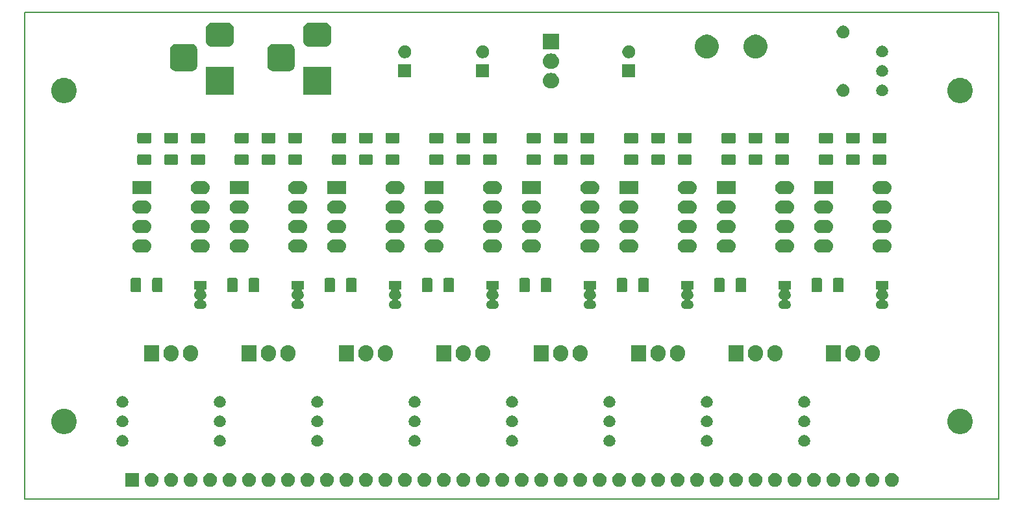
<source format=gbr>
From d03bfc5749f61af42055e4f8b514abd28649d2ec Mon Sep 17 00:00:00 2001
From: Blaise Thompson <blaise@untzag.com>
Date: Tue, 6 Apr 2021 16:58:22 -0500
Subject: organize

---
 galvanosyth/PCB/PDF/galvanosynth-F_Mask.gbr | 10414 ++++++++++++++++++++++++++
 1 file changed, 10414 insertions(+)
 create mode 100644 galvanosyth/PCB/PDF/galvanosynth-F_Mask.gbr

(limited to 'galvanosyth/PCB/PDF/galvanosynth-F_Mask.gbr')

diff --git a/galvanosyth/PCB/PDF/galvanosynth-F_Mask.gbr b/galvanosyth/PCB/PDF/galvanosynth-F_Mask.gbr
new file mode 100644
index 0000000..d31536d
--- /dev/null
+++ b/galvanosyth/PCB/PDF/galvanosynth-F_Mask.gbr
@@ -0,0 +1,10414 @@
+G04 #@! TF.GenerationSoftware,KiCad,Pcbnew,5.1.5+dfsg1-2*
+G04 #@! TF.CreationDate,2019-12-13T15:30:38-06:00*
+G04 #@! TF.ProjectId,galvanosynth,67616c76-616e-46f7-9379-6e74682e6b69,4.0.0*
+G04 #@! TF.SameCoordinates,Original*
+G04 #@! TF.FileFunction,Soldermask,Top*
+G04 #@! TF.FilePolarity,Negative*
+%FSLAX46Y46*%
+G04 Gerber Fmt 4.6, Leading zero omitted, Abs format (unit mm)*
+G04 Created by KiCad (PCBNEW 5.1.5+dfsg1-2) date 2019-12-13 15:30:38*
+%MOMM*%
+%LPD*%
+G04 APERTURE LIST*
+%ADD10C,0.150000*%
+%ADD11C,0.100000*%
+G04 APERTURE END LIST*
+D10*
+X50800000Y-127000000D02*
+X177800000Y-127000000D01*
+X50800000Y-63500000D02*
+X177800000Y-63500000D01*
+X50800000Y-127000000D02*
+X50800000Y-63500000D01*
+X177800000Y-127000000D02*
+X177800000Y-63500000D01*
+D11*
+G36*
+X138543512Y-123563927D02*
+G01*
+X138692812Y-123593624D01*
+X138856784Y-123661544D01*
+X139004354Y-123760147D01*
+X139129853Y-123885646D01*
+X139228456Y-124033216D01*
+X139296376Y-124197188D01*
+X139331000Y-124371259D01*
+X139331000Y-124548741D01*
+X139296376Y-124722812D01*
+X139228456Y-124886784D01*
+X139129853Y-125034354D01*
+X139004354Y-125159853D01*
+X138856784Y-125258456D01*
+X138692812Y-125326376D01*
+X138543512Y-125356073D01*
+X138518742Y-125361000D01*
+X138341258Y-125361000D01*
+X138316488Y-125356073D01*
+X138167188Y-125326376D01*
+X138003216Y-125258456D01*
+X137855646Y-125159853D01*
+X137730147Y-125034354D01*
+X137631544Y-124886784D01*
+X137563624Y-124722812D01*
+X137529000Y-124548741D01*
+X137529000Y-124371259D01*
+X137563624Y-124197188D01*
+X137631544Y-124033216D01*
+X137730147Y-123885646D01*
+X137855646Y-123760147D01*
+X138003216Y-123661544D01*
+X138167188Y-123593624D01*
+X138316488Y-123563927D01*
+X138341258Y-123559000D01*
+X138518742Y-123559000D01*
+X138543512Y-123563927D01*
+G37*
+G36*
+X141083512Y-123563927D02*
+G01*
+X141232812Y-123593624D01*
+X141396784Y-123661544D01*
+X141544354Y-123760147D01*
+X141669853Y-123885646D01*
+X141768456Y-124033216D01*
+X141836376Y-124197188D01*
+X141871000Y-124371259D01*
+X141871000Y-124548741D01*
+X141836376Y-124722812D01*
+X141768456Y-124886784D01*
+X141669853Y-125034354D01*
+X141544354Y-125159853D01*
+X141396784Y-125258456D01*
+X141232812Y-125326376D01*
+X141083512Y-125356073D01*
+X141058742Y-125361000D01*
+X140881258Y-125361000D01*
+X140856488Y-125356073D01*
+X140707188Y-125326376D01*
+X140543216Y-125258456D01*
+X140395646Y-125159853D01*
+X140270147Y-125034354D01*
+X140171544Y-124886784D01*
+X140103624Y-124722812D01*
+X140069000Y-124548741D01*
+X140069000Y-124371259D01*
+X140103624Y-124197188D01*
+X140171544Y-124033216D01*
+X140270147Y-123885646D01*
+X140395646Y-123760147D01*
+X140543216Y-123661544D01*
+X140707188Y-123593624D01*
+X140856488Y-123563927D01*
+X140881258Y-123559000D01*
+X141058742Y-123559000D01*
+X141083512Y-123563927D01*
+G37*
+G36*
+X163943512Y-123563927D02*
+G01*
+X164092812Y-123593624D01*
+X164256784Y-123661544D01*
+X164404354Y-123760147D01*
+X164529853Y-123885646D01*
+X164628456Y-124033216D01*
+X164696376Y-124197188D01*
+X164731000Y-124371259D01*
+X164731000Y-124548741D01*
+X164696376Y-124722812D01*
+X164628456Y-124886784D01*
+X164529853Y-125034354D01*
+X164404354Y-125159853D01*
+X164256784Y-125258456D01*
+X164092812Y-125326376D01*
+X163943512Y-125356073D01*
+X163918742Y-125361000D01*
+X163741258Y-125361000D01*
+X163716488Y-125356073D01*
+X163567188Y-125326376D01*
+X163403216Y-125258456D01*
+X163255646Y-125159853D01*
+X163130147Y-125034354D01*
+X163031544Y-124886784D01*
+X162963624Y-124722812D01*
+X162929000Y-124548741D01*
+X162929000Y-124371259D01*
+X162963624Y-124197188D01*
+X163031544Y-124033216D01*
+X163130147Y-123885646D01*
+X163255646Y-123760147D01*
+X163403216Y-123661544D01*
+X163567188Y-123593624D01*
+X163716488Y-123563927D01*
+X163741258Y-123559000D01*
+X163918742Y-123559000D01*
+X163943512Y-123563927D01*
+G37*
+G36*
+X161403512Y-123563927D02*
+G01*
+X161552812Y-123593624D01*
+X161716784Y-123661544D01*
+X161864354Y-123760147D01*
+X161989853Y-123885646D01*
+X162088456Y-124033216D01*
+X162156376Y-124197188D01*
+X162191000Y-124371259D01*
+X162191000Y-124548741D01*
+X162156376Y-124722812D01*
+X162088456Y-124886784D01*
+X161989853Y-125034354D01*
+X161864354Y-125159853D01*
+X161716784Y-125258456D01*
+X161552812Y-125326376D01*
+X161403512Y-125356073D01*
+X161378742Y-125361000D01*
+X161201258Y-125361000D01*
+X161176488Y-125356073D01*
+X161027188Y-125326376D01*
+X160863216Y-125258456D01*
+X160715646Y-125159853D01*
+X160590147Y-125034354D01*
+X160491544Y-124886784D01*
+X160423624Y-124722812D01*
+X160389000Y-124548741D01*
+X160389000Y-124371259D01*
+X160423624Y-124197188D01*
+X160491544Y-124033216D01*
+X160590147Y-123885646D01*
+X160715646Y-123760147D01*
+X160863216Y-123661544D01*
+X161027188Y-123593624D01*
+X161176488Y-123563927D01*
+X161201258Y-123559000D01*
+X161378742Y-123559000D01*
+X161403512Y-123563927D01*
+G37*
+G36*
+X158863512Y-123563927D02*
+G01*
+X159012812Y-123593624D01*
+X159176784Y-123661544D01*
+X159324354Y-123760147D01*
+X159449853Y-123885646D01*
+X159548456Y-124033216D01*
+X159616376Y-124197188D01*
+X159651000Y-124371259D01*
+X159651000Y-124548741D01*
+X159616376Y-124722812D01*
+X159548456Y-124886784D01*
+X159449853Y-125034354D01*
+X159324354Y-125159853D01*
+X159176784Y-125258456D01*
+X159012812Y-125326376D01*
+X158863512Y-125356073D01*
+X158838742Y-125361000D01*
+X158661258Y-125361000D01*
+X158636488Y-125356073D01*
+X158487188Y-125326376D01*
+X158323216Y-125258456D01*
+X158175646Y-125159853D01*
+X158050147Y-125034354D01*
+X157951544Y-124886784D01*
+X157883624Y-124722812D01*
+X157849000Y-124548741D01*
+X157849000Y-124371259D01*
+X157883624Y-124197188D01*
+X157951544Y-124033216D01*
+X158050147Y-123885646D01*
+X158175646Y-123760147D01*
+X158323216Y-123661544D01*
+X158487188Y-123593624D01*
+X158636488Y-123563927D01*
+X158661258Y-123559000D01*
+X158838742Y-123559000D01*
+X158863512Y-123563927D01*
+G37*
+G36*
+X156323512Y-123563927D02*
+G01*
+X156472812Y-123593624D01*
+X156636784Y-123661544D01*
+X156784354Y-123760147D01*
+X156909853Y-123885646D01*
+X157008456Y-124033216D01*
+X157076376Y-124197188D01*
+X157111000Y-124371259D01*
+X157111000Y-124548741D01*
+X157076376Y-124722812D01*
+X157008456Y-124886784D01*
+X156909853Y-125034354D01*
+X156784354Y-125159853D01*
+X156636784Y-125258456D01*
+X156472812Y-125326376D01*
+X156323512Y-125356073D01*
+X156298742Y-125361000D01*
+X156121258Y-125361000D01*
+X156096488Y-125356073D01*
+X155947188Y-125326376D01*
+X155783216Y-125258456D01*
+X155635646Y-125159853D01*
+X155510147Y-125034354D01*
+X155411544Y-124886784D01*
+X155343624Y-124722812D01*
+X155309000Y-124548741D01*
+X155309000Y-124371259D01*
+X155343624Y-124197188D01*
+X155411544Y-124033216D01*
+X155510147Y-123885646D01*
+X155635646Y-123760147D01*
+X155783216Y-123661544D01*
+X155947188Y-123593624D01*
+X156096488Y-123563927D01*
+X156121258Y-123559000D01*
+X156298742Y-123559000D01*
+X156323512Y-123563927D01*
+G37*
+G36*
+X153783512Y-123563927D02*
+G01*
+X153932812Y-123593624D01*
+X154096784Y-123661544D01*
+X154244354Y-123760147D01*
+X154369853Y-123885646D01*
+X154468456Y-124033216D01*
+X154536376Y-124197188D01*
+X154571000Y-124371259D01*
+X154571000Y-124548741D01*
+X154536376Y-124722812D01*
+X154468456Y-124886784D01*
+X154369853Y-125034354D01*
+X154244354Y-125159853D01*
+X154096784Y-125258456D01*
+X153932812Y-125326376D01*
+X153783512Y-125356073D01*
+X153758742Y-125361000D01*
+X153581258Y-125361000D01*
+X153556488Y-125356073D01*
+X153407188Y-125326376D01*
+X153243216Y-125258456D01*
+X153095646Y-125159853D01*
+X152970147Y-125034354D01*
+X152871544Y-124886784D01*
+X152803624Y-124722812D01*
+X152769000Y-124548741D01*
+X152769000Y-124371259D01*
+X152803624Y-124197188D01*
+X152871544Y-124033216D01*
+X152970147Y-123885646D01*
+X153095646Y-123760147D01*
+X153243216Y-123661544D01*
+X153407188Y-123593624D01*
+X153556488Y-123563927D01*
+X153581258Y-123559000D01*
+X153758742Y-123559000D01*
+X153783512Y-123563927D01*
+G37*
+G36*
+X151243512Y-123563927D02*
+G01*
+X151392812Y-123593624D01*
+X151556784Y-123661544D01*
+X151704354Y-123760147D01*
+X151829853Y-123885646D01*
+X151928456Y-124033216D01*
+X151996376Y-124197188D01*
+X152031000Y-124371259D01*
+X152031000Y-124548741D01*
+X151996376Y-124722812D01*
+X151928456Y-124886784D01*
+X151829853Y-125034354D01*
+X151704354Y-125159853D01*
+X151556784Y-125258456D01*
+X151392812Y-125326376D01*
+X151243512Y-125356073D01*
+X151218742Y-125361000D01*
+X151041258Y-125361000D01*
+X151016488Y-125356073D01*
+X150867188Y-125326376D01*
+X150703216Y-125258456D01*
+X150555646Y-125159853D01*
+X150430147Y-125034354D01*
+X150331544Y-124886784D01*
+X150263624Y-124722812D01*
+X150229000Y-124548741D01*
+X150229000Y-124371259D01*
+X150263624Y-124197188D01*
+X150331544Y-124033216D01*
+X150430147Y-123885646D01*
+X150555646Y-123760147D01*
+X150703216Y-123661544D01*
+X150867188Y-123593624D01*
+X151016488Y-123563927D01*
+X151041258Y-123559000D01*
+X151218742Y-123559000D01*
+X151243512Y-123563927D01*
+G37*
+G36*
+X148703512Y-123563927D02*
+G01*
+X148852812Y-123593624D01*
+X149016784Y-123661544D01*
+X149164354Y-123760147D01*
+X149289853Y-123885646D01*
+X149388456Y-124033216D01*
+X149456376Y-124197188D01*
+X149491000Y-124371259D01*
+X149491000Y-124548741D01*
+X149456376Y-124722812D01*
+X149388456Y-124886784D01*
+X149289853Y-125034354D01*
+X149164354Y-125159853D01*
+X149016784Y-125258456D01*
+X148852812Y-125326376D01*
+X148703512Y-125356073D01*
+X148678742Y-125361000D01*
+X148501258Y-125361000D01*
+X148476488Y-125356073D01*
+X148327188Y-125326376D01*
+X148163216Y-125258456D01*
+X148015646Y-125159853D01*
+X147890147Y-125034354D01*
+X147791544Y-124886784D01*
+X147723624Y-124722812D01*
+X147689000Y-124548741D01*
+X147689000Y-124371259D01*
+X147723624Y-124197188D01*
+X147791544Y-124033216D01*
+X147890147Y-123885646D01*
+X148015646Y-123760147D01*
+X148163216Y-123661544D01*
+X148327188Y-123593624D01*
+X148476488Y-123563927D01*
+X148501258Y-123559000D01*
+X148678742Y-123559000D01*
+X148703512Y-123563927D01*
+G37*
+G36*
+X146163512Y-123563927D02*
+G01*
+X146312812Y-123593624D01*
+X146476784Y-123661544D01*
+X146624354Y-123760147D01*
+X146749853Y-123885646D01*
+X146848456Y-124033216D01*
+X146916376Y-124197188D01*
+X146951000Y-124371259D01*
+X146951000Y-124548741D01*
+X146916376Y-124722812D01*
+X146848456Y-124886784D01*
+X146749853Y-125034354D01*
+X146624354Y-125159853D01*
+X146476784Y-125258456D01*
+X146312812Y-125326376D01*
+X146163512Y-125356073D01*
+X146138742Y-125361000D01*
+X145961258Y-125361000D01*
+X145936488Y-125356073D01*
+X145787188Y-125326376D01*
+X145623216Y-125258456D01*
+X145475646Y-125159853D01*
+X145350147Y-125034354D01*
+X145251544Y-124886784D01*
+X145183624Y-124722812D01*
+X145149000Y-124548741D01*
+X145149000Y-124371259D01*
+X145183624Y-124197188D01*
+X145251544Y-124033216D01*
+X145350147Y-123885646D01*
+X145475646Y-123760147D01*
+X145623216Y-123661544D01*
+X145787188Y-123593624D01*
+X145936488Y-123563927D01*
+X145961258Y-123559000D01*
+X146138742Y-123559000D01*
+X146163512Y-123563927D01*
+G37*
+G36*
+X143623512Y-123563927D02*
+G01*
+X143772812Y-123593624D01*
+X143936784Y-123661544D01*
+X144084354Y-123760147D01*
+X144209853Y-123885646D01*
+X144308456Y-124033216D01*
+X144376376Y-124197188D01*
+X144411000Y-124371259D01*
+X144411000Y-124548741D01*
+X144376376Y-124722812D01*
+X144308456Y-124886784D01*
+X144209853Y-125034354D01*
+X144084354Y-125159853D01*
+X143936784Y-125258456D01*
+X143772812Y-125326376D01*
+X143623512Y-125356073D01*
+X143598742Y-125361000D01*
+X143421258Y-125361000D01*
+X143396488Y-125356073D01*
+X143247188Y-125326376D01*
+X143083216Y-125258456D01*
+X142935646Y-125159853D01*
+X142810147Y-125034354D01*
+X142711544Y-124886784D01*
+X142643624Y-124722812D01*
+X142609000Y-124548741D01*
+X142609000Y-124371259D01*
+X142643624Y-124197188D01*
+X142711544Y-124033216D01*
+X142810147Y-123885646D01*
+X142935646Y-123760147D01*
+X143083216Y-123661544D01*
+X143247188Y-123593624D01*
+X143396488Y-123563927D01*
+X143421258Y-123559000D01*
+X143598742Y-123559000D01*
+X143623512Y-123563927D01*
+G37*
+G36*
+X113143512Y-123563927D02*
+G01*
+X113292812Y-123593624D01*
+X113456784Y-123661544D01*
+X113604354Y-123760147D01*
+X113729853Y-123885646D01*
+X113828456Y-124033216D01*
+X113896376Y-124197188D01*
+X113931000Y-124371259D01*
+X113931000Y-124548741D01*
+X113896376Y-124722812D01*
+X113828456Y-124886784D01*
+X113729853Y-125034354D01*
+X113604354Y-125159853D01*
+X113456784Y-125258456D01*
+X113292812Y-125326376D01*
+X113143512Y-125356073D01*
+X113118742Y-125361000D01*
+X112941258Y-125361000D01*
+X112916488Y-125356073D01*
+X112767188Y-125326376D01*
+X112603216Y-125258456D01*
+X112455646Y-125159853D01*
+X112330147Y-125034354D01*
+X112231544Y-124886784D01*
+X112163624Y-124722812D01*
+X112129000Y-124548741D01*
+X112129000Y-124371259D01*
+X112163624Y-124197188D01*
+X112231544Y-124033216D01*
+X112330147Y-123885646D01*
+X112455646Y-123760147D01*
+X112603216Y-123661544D01*
+X112767188Y-123593624D01*
+X112916488Y-123563927D01*
+X112941258Y-123559000D01*
+X113118742Y-123559000D01*
+X113143512Y-123563927D01*
+G37*
+G36*
+X136003512Y-123563927D02*
+G01*
+X136152812Y-123593624D01*
+X136316784Y-123661544D01*
+X136464354Y-123760147D01*
+X136589853Y-123885646D01*
+X136688456Y-124033216D01*
+X136756376Y-124197188D01*
+X136791000Y-124371259D01*
+X136791000Y-124548741D01*
+X136756376Y-124722812D01*
+X136688456Y-124886784D01*
+X136589853Y-125034354D01*
+X136464354Y-125159853D01*
+X136316784Y-125258456D01*
+X136152812Y-125326376D01*
+X136003512Y-125356073D01*
+X135978742Y-125361000D01*
+X135801258Y-125361000D01*
+X135776488Y-125356073D01*
+X135627188Y-125326376D01*
+X135463216Y-125258456D01*
+X135315646Y-125159853D01*
+X135190147Y-125034354D01*
+X135091544Y-124886784D01*
+X135023624Y-124722812D01*
+X134989000Y-124548741D01*
+X134989000Y-124371259D01*
+X135023624Y-124197188D01*
+X135091544Y-124033216D01*
+X135190147Y-123885646D01*
+X135315646Y-123760147D01*
+X135463216Y-123661544D01*
+X135627188Y-123593624D01*
+X135776488Y-123563927D01*
+X135801258Y-123559000D01*
+X135978742Y-123559000D01*
+X136003512Y-123563927D01*
+G37*
+G36*
+X133463512Y-123563927D02*
+G01*
+X133612812Y-123593624D01*
+X133776784Y-123661544D01*
+X133924354Y-123760147D01*
+X134049853Y-123885646D01*
+X134148456Y-124033216D01*
+X134216376Y-124197188D01*
+X134251000Y-124371259D01*
+X134251000Y-124548741D01*
+X134216376Y-124722812D01*
+X134148456Y-124886784D01*
+X134049853Y-125034354D01*
+X133924354Y-125159853D01*
+X133776784Y-125258456D01*
+X133612812Y-125326376D01*
+X133463512Y-125356073D01*
+X133438742Y-125361000D01*
+X133261258Y-125361000D01*
+X133236488Y-125356073D01*
+X133087188Y-125326376D01*
+X132923216Y-125258456D01*
+X132775646Y-125159853D01*
+X132650147Y-125034354D01*
+X132551544Y-124886784D01*
+X132483624Y-124722812D01*
+X132449000Y-124548741D01*
+X132449000Y-124371259D01*
+X132483624Y-124197188D01*
+X132551544Y-124033216D01*
+X132650147Y-123885646D01*
+X132775646Y-123760147D01*
+X132923216Y-123661544D01*
+X133087188Y-123593624D01*
+X133236488Y-123563927D01*
+X133261258Y-123559000D01*
+X133438742Y-123559000D01*
+X133463512Y-123563927D01*
+G37*
+G36*
+X130923512Y-123563927D02*
+G01*
+X131072812Y-123593624D01*
+X131236784Y-123661544D01*
+X131384354Y-123760147D01*
+X131509853Y-123885646D01*
+X131608456Y-124033216D01*
+X131676376Y-124197188D01*
+X131711000Y-124371259D01*
+X131711000Y-124548741D01*
+X131676376Y-124722812D01*
+X131608456Y-124886784D01*
+X131509853Y-125034354D01*
+X131384354Y-125159853D01*
+X131236784Y-125258456D01*
+X131072812Y-125326376D01*
+X130923512Y-125356073D01*
+X130898742Y-125361000D01*
+X130721258Y-125361000D01*
+X130696488Y-125356073D01*
+X130547188Y-125326376D01*
+X130383216Y-125258456D01*
+X130235646Y-125159853D01*
+X130110147Y-125034354D01*
+X130011544Y-124886784D01*
+X129943624Y-124722812D01*
+X129909000Y-124548741D01*
+X129909000Y-124371259D01*
+X129943624Y-124197188D01*
+X130011544Y-124033216D01*
+X130110147Y-123885646D01*
+X130235646Y-123760147D01*
+X130383216Y-123661544D01*
+X130547188Y-123593624D01*
+X130696488Y-123563927D01*
+X130721258Y-123559000D01*
+X130898742Y-123559000D01*
+X130923512Y-123563927D01*
+G37*
+G36*
+X128383512Y-123563927D02*
+G01*
+X128532812Y-123593624D01*
+X128696784Y-123661544D01*
+X128844354Y-123760147D01*
+X128969853Y-123885646D01*
+X129068456Y-124033216D01*
+X129136376Y-124197188D01*
+X129171000Y-124371259D01*
+X129171000Y-124548741D01*
+X129136376Y-124722812D01*
+X129068456Y-124886784D01*
+X128969853Y-125034354D01*
+X128844354Y-125159853D01*
+X128696784Y-125258456D01*
+X128532812Y-125326376D01*
+X128383512Y-125356073D01*
+X128358742Y-125361000D01*
+X128181258Y-125361000D01*
+X128156488Y-125356073D01*
+X128007188Y-125326376D01*
+X127843216Y-125258456D01*
+X127695646Y-125159853D01*
+X127570147Y-125034354D01*
+X127471544Y-124886784D01*
+X127403624Y-124722812D01*
+X127369000Y-124548741D01*
+X127369000Y-124371259D01*
+X127403624Y-124197188D01*
+X127471544Y-124033216D01*
+X127570147Y-123885646D01*
+X127695646Y-123760147D01*
+X127843216Y-123661544D01*
+X128007188Y-123593624D01*
+X128156488Y-123563927D01*
+X128181258Y-123559000D01*
+X128358742Y-123559000D01*
+X128383512Y-123563927D01*
+G37*
+G36*
+X125843512Y-123563927D02*
+G01*
+X125992812Y-123593624D01*
+X126156784Y-123661544D01*
+X126304354Y-123760147D01*
+X126429853Y-123885646D01*
+X126528456Y-124033216D01*
+X126596376Y-124197188D01*
+X126631000Y-124371259D01*
+X126631000Y-124548741D01*
+X126596376Y-124722812D01*
+X126528456Y-124886784D01*
+X126429853Y-125034354D01*
+X126304354Y-125159853D01*
+X126156784Y-125258456D01*
+X125992812Y-125326376D01*
+X125843512Y-125356073D01*
+X125818742Y-125361000D01*
+X125641258Y-125361000D01*
+X125616488Y-125356073D01*
+X125467188Y-125326376D01*
+X125303216Y-125258456D01*
+X125155646Y-125159853D01*
+X125030147Y-125034354D01*
+X124931544Y-124886784D01*
+X124863624Y-124722812D01*
+X124829000Y-124548741D01*
+X124829000Y-124371259D01*
+X124863624Y-124197188D01*
+X124931544Y-124033216D01*
+X125030147Y-123885646D01*
+X125155646Y-123760147D01*
+X125303216Y-123661544D01*
+X125467188Y-123593624D01*
+X125616488Y-123563927D01*
+X125641258Y-123559000D01*
+X125818742Y-123559000D01*
+X125843512Y-123563927D01*
+G37*
+G36*
+X123303512Y-123563927D02*
+G01*
+X123452812Y-123593624D01*
+X123616784Y-123661544D01*
+X123764354Y-123760147D01*
+X123889853Y-123885646D01*
+X123988456Y-124033216D01*
+X124056376Y-124197188D01*
+X124091000Y-124371259D01*
+X124091000Y-124548741D01*
+X124056376Y-124722812D01*
+X123988456Y-124886784D01*
+X123889853Y-125034354D01*
+X123764354Y-125159853D01*
+X123616784Y-125258456D01*
+X123452812Y-125326376D01*
+X123303512Y-125356073D01*
+X123278742Y-125361000D01*
+X123101258Y-125361000D01*
+X123076488Y-125356073D01*
+X122927188Y-125326376D01*
+X122763216Y-125258456D01*
+X122615646Y-125159853D01*
+X122490147Y-125034354D01*
+X122391544Y-124886784D01*
+X122323624Y-124722812D01*
+X122289000Y-124548741D01*
+X122289000Y-124371259D01*
+X122323624Y-124197188D01*
+X122391544Y-124033216D01*
+X122490147Y-123885646D01*
+X122615646Y-123760147D01*
+X122763216Y-123661544D01*
+X122927188Y-123593624D01*
+X123076488Y-123563927D01*
+X123101258Y-123559000D01*
+X123278742Y-123559000D01*
+X123303512Y-123563927D01*
+G37*
+G36*
+X120763512Y-123563927D02*
+G01*
+X120912812Y-123593624D01*
+X121076784Y-123661544D01*
+X121224354Y-123760147D01*
+X121349853Y-123885646D01*
+X121448456Y-124033216D01*
+X121516376Y-124197188D01*
+X121551000Y-124371259D01*
+X121551000Y-124548741D01*
+X121516376Y-124722812D01*
+X121448456Y-124886784D01*
+X121349853Y-125034354D01*
+X121224354Y-125159853D01*
+X121076784Y-125258456D01*
+X120912812Y-125326376D01*
+X120763512Y-125356073D01*
+X120738742Y-125361000D01*
+X120561258Y-125361000D01*
+X120536488Y-125356073D01*
+X120387188Y-125326376D01*
+X120223216Y-125258456D01*
+X120075646Y-125159853D01*
+X119950147Y-125034354D01*
+X119851544Y-124886784D01*
+X119783624Y-124722812D01*
+X119749000Y-124548741D01*
+X119749000Y-124371259D01*
+X119783624Y-124197188D01*
+X119851544Y-124033216D01*
+X119950147Y-123885646D01*
+X120075646Y-123760147D01*
+X120223216Y-123661544D01*
+X120387188Y-123593624D01*
+X120536488Y-123563927D01*
+X120561258Y-123559000D01*
+X120738742Y-123559000D01*
+X120763512Y-123563927D01*
+G37*
+G36*
+X118223512Y-123563927D02*
+G01*
+X118372812Y-123593624D01*
+X118536784Y-123661544D01*
+X118684354Y-123760147D01*
+X118809853Y-123885646D01*
+X118908456Y-124033216D01*
+X118976376Y-124197188D01*
+X119011000Y-124371259D01*
+X119011000Y-124548741D01*
+X118976376Y-124722812D01*
+X118908456Y-124886784D01*
+X118809853Y-125034354D01*
+X118684354Y-125159853D01*
+X118536784Y-125258456D01*
+X118372812Y-125326376D01*
+X118223512Y-125356073D01*
+X118198742Y-125361000D01*
+X118021258Y-125361000D01*
+X117996488Y-125356073D01*
+X117847188Y-125326376D01*
+X117683216Y-125258456D01*
+X117535646Y-125159853D01*
+X117410147Y-125034354D01*
+X117311544Y-124886784D01*
+X117243624Y-124722812D01*
+X117209000Y-124548741D01*
+X117209000Y-124371259D01*
+X117243624Y-124197188D01*
+X117311544Y-124033216D01*
+X117410147Y-123885646D01*
+X117535646Y-123760147D01*
+X117683216Y-123661544D01*
+X117847188Y-123593624D01*
+X117996488Y-123563927D01*
+X118021258Y-123559000D01*
+X118198742Y-123559000D01*
+X118223512Y-123563927D01*
+G37*
+G36*
+X87743512Y-123563927D02*
+G01*
+X87892812Y-123593624D01*
+X88056784Y-123661544D01*
+X88204354Y-123760147D01*
+X88329853Y-123885646D01*
+X88428456Y-124033216D01*
+X88496376Y-124197188D01*
+X88531000Y-124371259D01*
+X88531000Y-124548741D01*
+X88496376Y-124722812D01*
+X88428456Y-124886784D01*
+X88329853Y-125034354D01*
+X88204354Y-125159853D01*
+X88056784Y-125258456D01*
+X87892812Y-125326376D01*
+X87743512Y-125356073D01*
+X87718742Y-125361000D01*
+X87541258Y-125361000D01*
+X87516488Y-125356073D01*
+X87367188Y-125326376D01*
+X87203216Y-125258456D01*
+X87055646Y-125159853D01*
+X86930147Y-125034354D01*
+X86831544Y-124886784D01*
+X86763624Y-124722812D01*
+X86729000Y-124548741D01*
+X86729000Y-124371259D01*
+X86763624Y-124197188D01*
+X86831544Y-124033216D01*
+X86930147Y-123885646D01*
+X87055646Y-123760147D01*
+X87203216Y-123661544D01*
+X87367188Y-123593624D01*
+X87516488Y-123563927D01*
+X87541258Y-123559000D01*
+X87718742Y-123559000D01*
+X87743512Y-123563927D01*
+G37*
+G36*
+X67423512Y-123563927D02*
+G01*
+X67572812Y-123593624D01*
+X67736784Y-123661544D01*
+X67884354Y-123760147D01*
+X68009853Y-123885646D01*
+X68108456Y-124033216D01*
+X68176376Y-124197188D01*
+X68211000Y-124371259D01*
+X68211000Y-124548741D01*
+X68176376Y-124722812D01*
+X68108456Y-124886784D01*
+X68009853Y-125034354D01*
+X67884354Y-125159853D01*
+X67736784Y-125258456D01*
+X67572812Y-125326376D01*
+X67423512Y-125356073D01*
+X67398742Y-125361000D01*
+X67221258Y-125361000D01*
+X67196488Y-125356073D01*
+X67047188Y-125326376D01*
+X66883216Y-125258456D01*
+X66735646Y-125159853D01*
+X66610147Y-125034354D01*
+X66511544Y-124886784D01*
+X66443624Y-124722812D01*
+X66409000Y-124548741D01*
+X66409000Y-124371259D01*
+X66443624Y-124197188D01*
+X66511544Y-124033216D01*
+X66610147Y-123885646D01*
+X66735646Y-123760147D01*
+X66883216Y-123661544D01*
+X67047188Y-123593624D01*
+X67196488Y-123563927D01*
+X67221258Y-123559000D01*
+X67398742Y-123559000D01*
+X67423512Y-123563927D01*
+G37*
+G36*
+X65671000Y-125361000D02*
+G01*
+X63869000Y-125361000D01*
+X63869000Y-123559000D01*
+X65671000Y-123559000D01*
+X65671000Y-125361000D01*
+G37*
+G36*
+X110603512Y-123563927D02*
+G01*
+X110752812Y-123593624D01*
+X110916784Y-123661544D01*
+X111064354Y-123760147D01*
+X111189853Y-123885646D01*
+X111288456Y-124033216D01*
+X111356376Y-124197188D01*
+X111391000Y-124371259D01*
+X111391000Y-124548741D01*
+X111356376Y-124722812D01*
+X111288456Y-124886784D01*
+X111189853Y-125034354D01*
+X111064354Y-125159853D01*
+X110916784Y-125258456D01*
+X110752812Y-125326376D01*
+X110603512Y-125356073D01*
+X110578742Y-125361000D01*
+X110401258Y-125361000D01*
+X110376488Y-125356073D01*
+X110227188Y-125326376D01*
+X110063216Y-125258456D01*
+X109915646Y-125159853D01*
+X109790147Y-125034354D01*
+X109691544Y-124886784D01*
+X109623624Y-124722812D01*
+X109589000Y-124548741D01*
+X109589000Y-124371259D01*
+X109623624Y-124197188D01*
+X109691544Y-124033216D01*
+X109790147Y-123885646D01*
+X109915646Y-123760147D01*
+X110063216Y-123661544D01*
+X110227188Y-123593624D01*
+X110376488Y-123563927D01*
+X110401258Y-123559000D01*
+X110578742Y-123559000D01*
+X110603512Y-123563927D01*
+G37*
+G36*
+X108063512Y-123563927D02*
+G01*
+X108212812Y-123593624D01*
+X108376784Y-123661544D01*
+X108524354Y-123760147D01*
+X108649853Y-123885646D01*
+X108748456Y-124033216D01*
+X108816376Y-124197188D01*
+X108851000Y-124371259D01*
+X108851000Y-124548741D01*
+X108816376Y-124722812D01*
+X108748456Y-124886784D01*
+X108649853Y-125034354D01*
+X108524354Y-125159853D01*
+X108376784Y-125258456D01*
+X108212812Y-125326376D01*
+X108063512Y-125356073D01*
+X108038742Y-125361000D01*
+X107861258Y-125361000D01*
+X107836488Y-125356073D01*
+X107687188Y-125326376D01*
+X107523216Y-125258456D01*
+X107375646Y-125159853D01*
+X107250147Y-125034354D01*
+X107151544Y-124886784D01*
+X107083624Y-124722812D01*
+X107049000Y-124548741D01*
+X107049000Y-124371259D01*
+X107083624Y-124197188D01*
+X107151544Y-124033216D01*
+X107250147Y-123885646D01*
+X107375646Y-123760147D01*
+X107523216Y-123661544D01*
+X107687188Y-123593624D01*
+X107836488Y-123563927D01*
+X107861258Y-123559000D01*
+X108038742Y-123559000D01*
+X108063512Y-123563927D01*
+G37*
+G36*
+X105523512Y-123563927D02*
+G01*
+X105672812Y-123593624D01*
+X105836784Y-123661544D01*
+X105984354Y-123760147D01*
+X106109853Y-123885646D01*
+X106208456Y-124033216D01*
+X106276376Y-124197188D01*
+X106311000Y-124371259D01*
+X106311000Y-124548741D01*
+X106276376Y-124722812D01*
+X106208456Y-124886784D01*
+X106109853Y-125034354D01*
+X105984354Y-125159853D01*
+X105836784Y-125258456D01*
+X105672812Y-125326376D01*
+X105523512Y-125356073D01*
+X105498742Y-125361000D01*
+X105321258Y-125361000D01*
+X105296488Y-125356073D01*
+X105147188Y-125326376D01*
+X104983216Y-125258456D01*
+X104835646Y-125159853D01*
+X104710147Y-125034354D01*
+X104611544Y-124886784D01*
+X104543624Y-124722812D01*
+X104509000Y-124548741D01*
+X104509000Y-124371259D01*
+X104543624Y-124197188D01*
+X104611544Y-124033216D01*
+X104710147Y-123885646D01*
+X104835646Y-123760147D01*
+X104983216Y-123661544D01*
+X105147188Y-123593624D01*
+X105296488Y-123563927D01*
+X105321258Y-123559000D01*
+X105498742Y-123559000D01*
+X105523512Y-123563927D01*
+G37*
+G36*
+X102983512Y-123563927D02*
+G01*
+X103132812Y-123593624D01*
+X103296784Y-123661544D01*
+X103444354Y-123760147D01*
+X103569853Y-123885646D01*
+X103668456Y-124033216D01*
+X103736376Y-124197188D01*
+X103771000Y-124371259D01*
+X103771000Y-124548741D01*
+X103736376Y-124722812D01*
+X103668456Y-124886784D01*
+X103569853Y-125034354D01*
+X103444354Y-125159853D01*
+X103296784Y-125258456D01*
+X103132812Y-125326376D01*
+X102983512Y-125356073D01*
+X102958742Y-125361000D01*
+X102781258Y-125361000D01*
+X102756488Y-125356073D01*
+X102607188Y-125326376D01*
+X102443216Y-125258456D01*
+X102295646Y-125159853D01*
+X102170147Y-125034354D01*
+X102071544Y-124886784D01*
+X102003624Y-124722812D01*
+X101969000Y-124548741D01*
+X101969000Y-124371259D01*
+X102003624Y-124197188D01*
+X102071544Y-124033216D01*
+X102170147Y-123885646D01*
+X102295646Y-123760147D01*
+X102443216Y-123661544D01*
+X102607188Y-123593624D01*
+X102756488Y-123563927D01*
+X102781258Y-123559000D01*
+X102958742Y-123559000D01*
+X102983512Y-123563927D01*
+G37*
+G36*
+X100443512Y-123563927D02*
+G01*
+X100592812Y-123593624D01*
+X100756784Y-123661544D01*
+X100904354Y-123760147D01*
+X101029853Y-123885646D01*
+X101128456Y-124033216D01*
+X101196376Y-124197188D01*
+X101231000Y-124371259D01*
+X101231000Y-124548741D01*
+X101196376Y-124722812D01*
+X101128456Y-124886784D01*
+X101029853Y-125034354D01*
+X100904354Y-125159853D01*
+X100756784Y-125258456D01*
+X100592812Y-125326376D01*
+X100443512Y-125356073D01*
+X100418742Y-125361000D01*
+X100241258Y-125361000D01*
+X100216488Y-125356073D01*
+X100067188Y-125326376D01*
+X99903216Y-125258456D01*
+X99755646Y-125159853D01*
+X99630147Y-125034354D01*
+X99531544Y-124886784D01*
+X99463624Y-124722812D01*
+X99429000Y-124548741D01*
+X99429000Y-124371259D01*
+X99463624Y-124197188D01*
+X99531544Y-124033216D01*
+X99630147Y-123885646D01*
+X99755646Y-123760147D01*
+X99903216Y-123661544D01*
+X100067188Y-123593624D01*
+X100216488Y-123563927D01*
+X100241258Y-123559000D01*
+X100418742Y-123559000D01*
+X100443512Y-123563927D01*
+G37*
+G36*
+X97903512Y-123563927D02*
+G01*
+X98052812Y-123593624D01*
+X98216784Y-123661544D01*
+X98364354Y-123760147D01*
+X98489853Y-123885646D01*
+X98588456Y-124033216D01*
+X98656376Y-124197188D01*
+X98691000Y-124371259D01*
+X98691000Y-124548741D01*
+X98656376Y-124722812D01*
+X98588456Y-124886784D01*
+X98489853Y-125034354D01*
+X98364354Y-125159853D01*
+X98216784Y-125258456D01*
+X98052812Y-125326376D01*
+X97903512Y-125356073D01*
+X97878742Y-125361000D01*
+X97701258Y-125361000D01*
+X97676488Y-125356073D01*
+X97527188Y-125326376D01*
+X97363216Y-125258456D01*
+X97215646Y-125159853D01*
+X97090147Y-125034354D01*
+X96991544Y-124886784D01*
+X96923624Y-124722812D01*
+X96889000Y-124548741D01*
+X96889000Y-124371259D01*
+X96923624Y-124197188D01*
+X96991544Y-124033216D01*
+X97090147Y-123885646D01*
+X97215646Y-123760147D01*
+X97363216Y-123661544D01*
+X97527188Y-123593624D01*
+X97676488Y-123563927D01*
+X97701258Y-123559000D01*
+X97878742Y-123559000D01*
+X97903512Y-123563927D01*
+G37*
+G36*
+X95363512Y-123563927D02*
+G01*
+X95512812Y-123593624D01*
+X95676784Y-123661544D01*
+X95824354Y-123760147D01*
+X95949853Y-123885646D01*
+X96048456Y-124033216D01*
+X96116376Y-124197188D01*
+X96151000Y-124371259D01*
+X96151000Y-124548741D01*
+X96116376Y-124722812D01*
+X96048456Y-124886784D01*
+X95949853Y-125034354D01*
+X95824354Y-125159853D01*
+X95676784Y-125258456D01*
+X95512812Y-125326376D01*
+X95363512Y-125356073D01*
+X95338742Y-125361000D01*
+X95161258Y-125361000D01*
+X95136488Y-125356073D01*
+X94987188Y-125326376D01*
+X94823216Y-125258456D01*
+X94675646Y-125159853D01*
+X94550147Y-125034354D01*
+X94451544Y-124886784D01*
+X94383624Y-124722812D01*
+X94349000Y-124548741D01*
+X94349000Y-124371259D01*
+X94383624Y-124197188D01*
+X94451544Y-124033216D01*
+X94550147Y-123885646D01*
+X94675646Y-123760147D01*
+X94823216Y-123661544D01*
+X94987188Y-123593624D01*
+X95136488Y-123563927D01*
+X95161258Y-123559000D01*
+X95338742Y-123559000D01*
+X95363512Y-123563927D01*
+G37*
+G36*
+X92823512Y-123563927D02*
+G01*
+X92972812Y-123593624D01*
+X93136784Y-123661544D01*
+X93284354Y-123760147D01*
+X93409853Y-123885646D01*
+X93508456Y-124033216D01*
+X93576376Y-124197188D01*
+X93611000Y-124371259D01*
+X93611000Y-124548741D01*
+X93576376Y-124722812D01*
+X93508456Y-124886784D01*
+X93409853Y-125034354D01*
+X93284354Y-125159853D01*
+X93136784Y-125258456D01*
+X92972812Y-125326376D01*
+X92823512Y-125356073D01*
+X92798742Y-125361000D01*
+X92621258Y-125361000D01*
+X92596488Y-125356073D01*
+X92447188Y-125326376D01*
+X92283216Y-125258456D01*
+X92135646Y-125159853D01*
+X92010147Y-125034354D01*
+X91911544Y-124886784D01*
+X91843624Y-124722812D01*
+X91809000Y-124548741D01*
+X91809000Y-124371259D01*
+X91843624Y-124197188D01*
+X91911544Y-124033216D01*
+X92010147Y-123885646D01*
+X92135646Y-123760147D01*
+X92283216Y-123661544D01*
+X92447188Y-123593624D01*
+X92596488Y-123563927D01*
+X92621258Y-123559000D01*
+X92798742Y-123559000D01*
+X92823512Y-123563927D01*
+G37*
+G36*
+X90283512Y-123563927D02*
+G01*
+X90432812Y-123593624D01*
+X90596784Y-123661544D01*
+X90744354Y-123760147D01*
+X90869853Y-123885646D01*
+X90968456Y-124033216D01*
+X91036376Y-124197188D01*
+X91071000Y-124371259D01*
+X91071000Y-124548741D01*
+X91036376Y-124722812D01*
+X90968456Y-124886784D01*
+X90869853Y-125034354D01*
+X90744354Y-125159853D01*
+X90596784Y-125258456D01*
+X90432812Y-125326376D01*
+X90283512Y-125356073D01*
+X90258742Y-125361000D01*
+X90081258Y-125361000D01*
+X90056488Y-125356073D01*
+X89907188Y-125326376D01*
+X89743216Y-125258456D01*
+X89595646Y-125159853D01*
+X89470147Y-125034354D01*
+X89371544Y-124886784D01*
+X89303624Y-124722812D01*
+X89269000Y-124548741D01*
+X89269000Y-124371259D01*
+X89303624Y-124197188D01*
+X89371544Y-124033216D01*
+X89470147Y-123885646D01*
+X89595646Y-123760147D01*
+X89743216Y-123661544D01*
+X89907188Y-123593624D01*
+X90056488Y-123563927D01*
+X90081258Y-123559000D01*
+X90258742Y-123559000D01*
+X90283512Y-123563927D01*
+G37*
+G36*
+X115683512Y-123563927D02*
+G01*
+X115832812Y-123593624D01*
+X115996784Y-123661544D01*
+X116144354Y-123760147D01*
+X116269853Y-123885646D01*
+X116368456Y-124033216D01*
+X116436376Y-124197188D01*
+X116471000Y-124371259D01*
+X116471000Y-124548741D01*
+X116436376Y-124722812D01*
+X116368456Y-124886784D01*
+X116269853Y-125034354D01*
+X116144354Y-125159853D01*
+X115996784Y-125258456D01*
+X115832812Y-125326376D01*
+X115683512Y-125356073D01*
+X115658742Y-125361000D01*
+X115481258Y-125361000D01*
+X115456488Y-125356073D01*
+X115307188Y-125326376D01*
+X115143216Y-125258456D01*
+X114995646Y-125159853D01*
+X114870147Y-125034354D01*
+X114771544Y-124886784D01*
+X114703624Y-124722812D01*
+X114669000Y-124548741D01*
+X114669000Y-124371259D01*
+X114703624Y-124197188D01*
+X114771544Y-124033216D01*
+X114870147Y-123885646D01*
+X114995646Y-123760147D01*
+X115143216Y-123661544D01*
+X115307188Y-123593624D01*
+X115456488Y-123563927D01*
+X115481258Y-123559000D01*
+X115658742Y-123559000D01*
+X115683512Y-123563927D01*
+G37*
+G36*
+X85203512Y-123563927D02*
+G01*
+X85352812Y-123593624D01*
+X85516784Y-123661544D01*
+X85664354Y-123760147D01*
+X85789853Y-123885646D01*
+X85888456Y-124033216D01*
+X85956376Y-124197188D01*
+X85991000Y-124371259D01*
+X85991000Y-124548741D01*
+X85956376Y-124722812D01*
+X85888456Y-124886784D01*
+X85789853Y-125034354D01*
+X85664354Y-125159853D01*
+X85516784Y-125258456D01*
+X85352812Y-125326376D01*
+X85203512Y-125356073D01*
+X85178742Y-125361000D01*
+X85001258Y-125361000D01*
+X84976488Y-125356073D01*
+X84827188Y-125326376D01*
+X84663216Y-125258456D01*
+X84515646Y-125159853D01*
+X84390147Y-125034354D01*
+X84291544Y-124886784D01*
+X84223624Y-124722812D01*
+X84189000Y-124548741D01*
+X84189000Y-124371259D01*
+X84223624Y-124197188D01*
+X84291544Y-124033216D01*
+X84390147Y-123885646D01*
+X84515646Y-123760147D01*
+X84663216Y-123661544D01*
+X84827188Y-123593624D01*
+X84976488Y-123563927D01*
+X85001258Y-123559000D01*
+X85178742Y-123559000D01*
+X85203512Y-123563927D01*
+G37*
+G36*
+X82663512Y-123563927D02*
+G01*
+X82812812Y-123593624D01*
+X82976784Y-123661544D01*
+X83124354Y-123760147D01*
+X83249853Y-123885646D01*
+X83348456Y-124033216D01*
+X83416376Y-124197188D01*
+X83451000Y-124371259D01*
+X83451000Y-124548741D01*
+X83416376Y-124722812D01*
+X83348456Y-124886784D01*
+X83249853Y-125034354D01*
+X83124354Y-125159853D01*
+X82976784Y-125258456D01*
+X82812812Y-125326376D01*
+X82663512Y-125356073D01*
+X82638742Y-125361000D01*
+X82461258Y-125361000D01*
+X82436488Y-125356073D01*
+X82287188Y-125326376D01*
+X82123216Y-125258456D01*
+X81975646Y-125159853D01*
+X81850147Y-125034354D01*
+X81751544Y-124886784D01*
+X81683624Y-124722812D01*
+X81649000Y-124548741D01*
+X81649000Y-124371259D01*
+X81683624Y-124197188D01*
+X81751544Y-124033216D01*
+X81850147Y-123885646D01*
+X81975646Y-123760147D01*
+X82123216Y-123661544D01*
+X82287188Y-123593624D01*
+X82436488Y-123563927D01*
+X82461258Y-123559000D01*
+X82638742Y-123559000D01*
+X82663512Y-123563927D01*
+G37*
+G36*
+X80123512Y-123563927D02*
+G01*
+X80272812Y-123593624D01*
+X80436784Y-123661544D01*
+X80584354Y-123760147D01*
+X80709853Y-123885646D01*
+X80808456Y-124033216D01*
+X80876376Y-124197188D01*
+X80911000Y-124371259D01*
+X80911000Y-124548741D01*
+X80876376Y-124722812D01*
+X80808456Y-124886784D01*
+X80709853Y-125034354D01*
+X80584354Y-125159853D01*
+X80436784Y-125258456D01*
+X80272812Y-125326376D01*
+X80123512Y-125356073D01*
+X80098742Y-125361000D01*
+X79921258Y-125361000D01*
+X79896488Y-125356073D01*
+X79747188Y-125326376D01*
+X79583216Y-125258456D01*
+X79435646Y-125159853D01*
+X79310147Y-125034354D01*
+X79211544Y-124886784D01*
+X79143624Y-124722812D01*
+X79109000Y-124548741D01*
+X79109000Y-124371259D01*
+X79143624Y-124197188D01*
+X79211544Y-124033216D01*
+X79310147Y-123885646D01*
+X79435646Y-123760147D01*
+X79583216Y-123661544D01*
+X79747188Y-123593624D01*
+X79896488Y-123563927D01*
+X79921258Y-123559000D01*
+X80098742Y-123559000D01*
+X80123512Y-123563927D01*
+G37*
+G36*
+X77583512Y-123563927D02*
+G01*
+X77732812Y-123593624D01*
+X77896784Y-123661544D01*
+X78044354Y-123760147D01*
+X78169853Y-123885646D01*
+X78268456Y-124033216D01*
+X78336376Y-124197188D01*
+X78371000Y-124371259D01*
+X78371000Y-124548741D01*
+X78336376Y-124722812D01*
+X78268456Y-124886784D01*
+X78169853Y-125034354D01*
+X78044354Y-125159853D01*
+X77896784Y-125258456D01*
+X77732812Y-125326376D01*
+X77583512Y-125356073D01*
+X77558742Y-125361000D01*
+X77381258Y-125361000D01*
+X77356488Y-125356073D01*
+X77207188Y-125326376D01*
+X77043216Y-125258456D01*
+X76895646Y-125159853D01*
+X76770147Y-125034354D01*
+X76671544Y-124886784D01*
+X76603624Y-124722812D01*
+X76569000Y-124548741D01*
+X76569000Y-124371259D01*
+X76603624Y-124197188D01*
+X76671544Y-124033216D01*
+X76770147Y-123885646D01*
+X76895646Y-123760147D01*
+X77043216Y-123661544D01*
+X77207188Y-123593624D01*
+X77356488Y-123563927D01*
+X77381258Y-123559000D01*
+X77558742Y-123559000D01*
+X77583512Y-123563927D01*
+G37*
+G36*
+X75043512Y-123563927D02*
+G01*
+X75192812Y-123593624D01*
+X75356784Y-123661544D01*
+X75504354Y-123760147D01*
+X75629853Y-123885646D01*
+X75728456Y-124033216D01*
+X75796376Y-124197188D01*
+X75831000Y-124371259D01*
+X75831000Y-124548741D01*
+X75796376Y-124722812D01*
+X75728456Y-124886784D01*
+X75629853Y-125034354D01*
+X75504354Y-125159853D01*
+X75356784Y-125258456D01*
+X75192812Y-125326376D01*
+X75043512Y-125356073D01*
+X75018742Y-125361000D01*
+X74841258Y-125361000D01*
+X74816488Y-125356073D01*
+X74667188Y-125326376D01*
+X74503216Y-125258456D01*
+X74355646Y-125159853D01*
+X74230147Y-125034354D01*
+X74131544Y-124886784D01*
+X74063624Y-124722812D01*
+X74029000Y-124548741D01*
+X74029000Y-124371259D01*
+X74063624Y-124197188D01*
+X74131544Y-124033216D01*
+X74230147Y-123885646D01*
+X74355646Y-123760147D01*
+X74503216Y-123661544D01*
+X74667188Y-123593624D01*
+X74816488Y-123563927D01*
+X74841258Y-123559000D01*
+X75018742Y-123559000D01*
+X75043512Y-123563927D01*
+G37*
+G36*
+X72503512Y-123563927D02*
+G01*
+X72652812Y-123593624D01*
+X72816784Y-123661544D01*
+X72964354Y-123760147D01*
+X73089853Y-123885646D01*
+X73188456Y-124033216D01*
+X73256376Y-124197188D01*
+X73291000Y-124371259D01*
+X73291000Y-124548741D01*
+X73256376Y-124722812D01*
+X73188456Y-124886784D01*
+X73089853Y-125034354D01*
+X72964354Y-125159853D01*
+X72816784Y-125258456D01*
+X72652812Y-125326376D01*
+X72503512Y-125356073D01*
+X72478742Y-125361000D01*
+X72301258Y-125361000D01*
+X72276488Y-125356073D01*
+X72127188Y-125326376D01*
+X71963216Y-125258456D01*
+X71815646Y-125159853D01*
+X71690147Y-125034354D01*
+X71591544Y-124886784D01*
+X71523624Y-124722812D01*
+X71489000Y-124548741D01*
+X71489000Y-124371259D01*
+X71523624Y-124197188D01*
+X71591544Y-124033216D01*
+X71690147Y-123885646D01*
+X71815646Y-123760147D01*
+X71963216Y-123661544D01*
+X72127188Y-123593624D01*
+X72276488Y-123563927D01*
+X72301258Y-123559000D01*
+X72478742Y-123559000D01*
+X72503512Y-123563927D01*
+G37*
+G36*
+X69963512Y-123563927D02*
+G01*
+X70112812Y-123593624D01*
+X70276784Y-123661544D01*
+X70424354Y-123760147D01*
+X70549853Y-123885646D01*
+X70648456Y-124033216D01*
+X70716376Y-124197188D01*
+X70751000Y-124371259D01*
+X70751000Y-124548741D01*
+X70716376Y-124722812D01*
+X70648456Y-124886784D01*
+X70549853Y-125034354D01*
+X70424354Y-125159853D01*
+X70276784Y-125258456D01*
+X70112812Y-125326376D01*
+X69963512Y-125356073D01*
+X69938742Y-125361000D01*
+X69761258Y-125361000D01*
+X69736488Y-125356073D01*
+X69587188Y-125326376D01*
+X69423216Y-125258456D01*
+X69275646Y-125159853D01*
+X69150147Y-125034354D01*
+X69051544Y-124886784D01*
+X68983624Y-124722812D01*
+X68949000Y-124548741D01*
+X68949000Y-124371259D01*
+X68983624Y-124197188D01*
+X69051544Y-124033216D01*
+X69150147Y-123885646D01*
+X69275646Y-123760147D01*
+X69423216Y-123661544D01*
+X69587188Y-123593624D01*
+X69736488Y-123563927D01*
+X69761258Y-123559000D01*
+X69938742Y-123559000D01*
+X69963512Y-123563927D01*
+G37*
+G36*
+X63625589Y-118618876D02*
+G01*
+X63724893Y-118638629D01*
+X63865206Y-118696748D01*
+X63991484Y-118781125D01*
+X64098875Y-118888516D01*
+X64183252Y-119014794D01*
+X64241371Y-119155107D01*
+X64271000Y-119304063D01*
+X64271000Y-119455937D01*
+X64241371Y-119604893D01*
+X64183252Y-119745206D01*
+X64098875Y-119871484D01*
+X63991484Y-119978875D01*
+X63865206Y-120063252D01*
+X63724893Y-120121371D01*
+X63625589Y-120141124D01*
+X63575938Y-120151000D01*
+X63424062Y-120151000D01*
+X63374411Y-120141124D01*
+X63275107Y-120121371D01*
+X63134794Y-120063252D01*
+X63008516Y-119978875D01*
+X62901125Y-119871484D01*
+X62816748Y-119745206D01*
+X62758629Y-119604893D01*
+X62729000Y-119455937D01*
+X62729000Y-119304063D01*
+X62758629Y-119155107D01*
+X62816748Y-119014794D01*
+X62901125Y-118888516D01*
+X63008516Y-118781125D01*
+X63134794Y-118696748D01*
+X63275107Y-118638629D01*
+X63374411Y-118618876D01*
+X63424062Y-118609000D01*
+X63575938Y-118609000D01*
+X63625589Y-118618876D01*
+G37*
+G36*
+X152525589Y-118618876D02*
+G01*
+X152624893Y-118638629D01*
+X152765206Y-118696748D01*
+X152891484Y-118781125D01*
+X152998875Y-118888516D01*
+X153083252Y-119014794D01*
+X153141371Y-119155107D01*
+X153171000Y-119304063D01*
+X153171000Y-119455937D01*
+X153141371Y-119604893D01*
+X153083252Y-119745206D01*
+X152998875Y-119871484D01*
+X152891484Y-119978875D01*
+X152765206Y-120063252D01*
+X152624893Y-120121371D01*
+X152525589Y-120141124D01*
+X152475938Y-120151000D01*
+X152324062Y-120151000D01*
+X152274411Y-120141124D01*
+X152175107Y-120121371D01*
+X152034794Y-120063252D01*
+X151908516Y-119978875D01*
+X151801125Y-119871484D01*
+X151716748Y-119745206D01*
+X151658629Y-119604893D01*
+X151629000Y-119455937D01*
+X151629000Y-119304063D01*
+X151658629Y-119155107D01*
+X151716748Y-119014794D01*
+X151801125Y-118888516D01*
+X151908516Y-118781125D01*
+X152034794Y-118696748D01*
+X152175107Y-118638629D01*
+X152274411Y-118618876D01*
+X152324062Y-118609000D01*
+X152475938Y-118609000D01*
+X152525589Y-118618876D01*
+G37*
+G36*
+X127125589Y-118618876D02*
+G01*
+X127224893Y-118638629D01*
+X127365206Y-118696748D01*
+X127491484Y-118781125D01*
+X127598875Y-118888516D01*
+X127683252Y-119014794D01*
+X127741371Y-119155107D01*
+X127771000Y-119304063D01*
+X127771000Y-119455937D01*
+X127741371Y-119604893D01*
+X127683252Y-119745206D01*
+X127598875Y-119871484D01*
+X127491484Y-119978875D01*
+X127365206Y-120063252D01*
+X127224893Y-120121371D01*
+X127125589Y-120141124D01*
+X127075938Y-120151000D01*
+X126924062Y-120151000D01*
+X126874411Y-120141124D01*
+X126775107Y-120121371D01*
+X126634794Y-120063252D01*
+X126508516Y-119978875D01*
+X126401125Y-119871484D01*
+X126316748Y-119745206D01*
+X126258629Y-119604893D01*
+X126229000Y-119455937D01*
+X126229000Y-119304063D01*
+X126258629Y-119155107D01*
+X126316748Y-119014794D01*
+X126401125Y-118888516D01*
+X126508516Y-118781125D01*
+X126634794Y-118696748D01*
+X126775107Y-118638629D01*
+X126874411Y-118618876D01*
+X126924062Y-118609000D01*
+X127075938Y-118609000D01*
+X127125589Y-118618876D01*
+G37*
+G36*
+X89025589Y-118618876D02*
+G01*
+X89124893Y-118638629D01*
+X89265206Y-118696748D01*
+X89391484Y-118781125D01*
+X89498875Y-118888516D01*
+X89583252Y-119014794D01*
+X89641371Y-119155107D01*
+X89671000Y-119304063D01*
+X89671000Y-119455937D01*
+X89641371Y-119604893D01*
+X89583252Y-119745206D01*
+X89498875Y-119871484D01*
+X89391484Y-119978875D01*
+X89265206Y-120063252D01*
+X89124893Y-120121371D01*
+X89025589Y-120141124D01*
+X88975938Y-120151000D01*
+X88824062Y-120151000D01*
+X88774411Y-120141124D01*
+X88675107Y-120121371D01*
+X88534794Y-120063252D01*
+X88408516Y-119978875D01*
+X88301125Y-119871484D01*
+X88216748Y-119745206D01*
+X88158629Y-119604893D01*
+X88129000Y-119455937D01*
+X88129000Y-119304063D01*
+X88158629Y-119155107D01*
+X88216748Y-119014794D01*
+X88301125Y-118888516D01*
+X88408516Y-118781125D01*
+X88534794Y-118696748D01*
+X88675107Y-118638629D01*
+X88774411Y-118618876D01*
+X88824062Y-118609000D01*
+X88975938Y-118609000D01*
+X89025589Y-118618876D01*
+G37*
+G36*
+X76325589Y-118618876D02*
+G01*
+X76424893Y-118638629D01*
+X76565206Y-118696748D01*
+X76691484Y-118781125D01*
+X76798875Y-118888516D01*
+X76883252Y-119014794D01*
+X76941371Y-119155107D01*
+X76971000Y-119304063D01*
+X76971000Y-119455937D01*
+X76941371Y-119604893D01*
+X76883252Y-119745206D01*
+X76798875Y-119871484D01*
+X76691484Y-119978875D01*
+X76565206Y-120063252D01*
+X76424893Y-120121371D01*
+X76325589Y-120141124D01*
+X76275938Y-120151000D01*
+X76124062Y-120151000D01*
+X76074411Y-120141124D01*
+X75975107Y-120121371D01*
+X75834794Y-120063252D01*
+X75708516Y-119978875D01*
+X75601125Y-119871484D01*
+X75516748Y-119745206D01*
+X75458629Y-119604893D01*
+X75429000Y-119455937D01*
+X75429000Y-119304063D01*
+X75458629Y-119155107D01*
+X75516748Y-119014794D01*
+X75601125Y-118888516D01*
+X75708516Y-118781125D01*
+X75834794Y-118696748D01*
+X75975107Y-118638629D01*
+X76074411Y-118618876D01*
+X76124062Y-118609000D01*
+X76275938Y-118609000D01*
+X76325589Y-118618876D01*
+G37*
+G36*
+X114425589Y-118618876D02*
+G01*
+X114524893Y-118638629D01*
+X114665206Y-118696748D01*
+X114791484Y-118781125D01*
+X114898875Y-118888516D01*
+X114983252Y-119014794D01*
+X115041371Y-119155107D01*
+X115071000Y-119304063D01*
+X115071000Y-119455937D01*
+X115041371Y-119604893D01*
+X114983252Y-119745206D01*
+X114898875Y-119871484D01*
+X114791484Y-119978875D01*
+X114665206Y-120063252D01*
+X114524893Y-120121371D01*
+X114425589Y-120141124D01*
+X114375938Y-120151000D01*
+X114224062Y-120151000D01*
+X114174411Y-120141124D01*
+X114075107Y-120121371D01*
+X113934794Y-120063252D01*
+X113808516Y-119978875D01*
+X113701125Y-119871484D01*
+X113616748Y-119745206D01*
+X113558629Y-119604893D01*
+X113529000Y-119455937D01*
+X113529000Y-119304063D01*
+X113558629Y-119155107D01*
+X113616748Y-119014794D01*
+X113701125Y-118888516D01*
+X113808516Y-118781125D01*
+X113934794Y-118696748D01*
+X114075107Y-118638629D01*
+X114174411Y-118618876D01*
+X114224062Y-118609000D01*
+X114375938Y-118609000D01*
+X114425589Y-118618876D01*
+G37*
+G36*
+X139825589Y-118618876D02*
+G01*
+X139924893Y-118638629D01*
+X140065206Y-118696748D01*
+X140191484Y-118781125D01*
+X140298875Y-118888516D01*
+X140383252Y-119014794D01*
+X140441371Y-119155107D01*
+X140471000Y-119304063D01*
+X140471000Y-119455937D01*
+X140441371Y-119604893D01*
+X140383252Y-119745206D01*
+X140298875Y-119871484D01*
+X140191484Y-119978875D01*
+X140065206Y-120063252D01*
+X139924893Y-120121371D01*
+X139825589Y-120141124D01*
+X139775938Y-120151000D01*
+X139624062Y-120151000D01*
+X139574411Y-120141124D01*
+X139475107Y-120121371D01*
+X139334794Y-120063252D01*
+X139208516Y-119978875D01*
+X139101125Y-119871484D01*
+X139016748Y-119745206D01*
+X138958629Y-119604893D01*
+X138929000Y-119455937D01*
+X138929000Y-119304063D01*
+X138958629Y-119155107D01*
+X139016748Y-119014794D01*
+X139101125Y-118888516D01*
+X139208516Y-118781125D01*
+X139334794Y-118696748D01*
+X139475107Y-118638629D01*
+X139574411Y-118618876D01*
+X139624062Y-118609000D01*
+X139775938Y-118609000D01*
+X139825589Y-118618876D01*
+G37*
+G36*
+X101725589Y-118618876D02*
+G01*
+X101824893Y-118638629D01*
+X101965206Y-118696748D01*
+X102091484Y-118781125D01*
+X102198875Y-118888516D01*
+X102283252Y-119014794D01*
+X102341371Y-119155107D01*
+X102371000Y-119304063D01*
+X102371000Y-119455937D01*
+X102341371Y-119604893D01*
+X102283252Y-119745206D01*
+X102198875Y-119871484D01*
+X102091484Y-119978875D01*
+X101965206Y-120063252D01*
+X101824893Y-120121371D01*
+X101725589Y-120141124D01*
+X101675938Y-120151000D01*
+X101524062Y-120151000D01*
+X101474411Y-120141124D01*
+X101375107Y-120121371D01*
+X101234794Y-120063252D01*
+X101108516Y-119978875D01*
+X101001125Y-119871484D01*
+X100916748Y-119745206D01*
+X100858629Y-119604893D01*
+X100829000Y-119455937D01*
+X100829000Y-119304063D01*
+X100858629Y-119155107D01*
+X100916748Y-119014794D01*
+X101001125Y-118888516D01*
+X101108516Y-118781125D01*
+X101234794Y-118696748D01*
+X101375107Y-118638629D01*
+X101474411Y-118618876D01*
+X101524062Y-118609000D01*
+X101675938Y-118609000D01*
+X101725589Y-118618876D01*
+G37*
+G36*
+X56255256Y-115231298D02*
+G01*
+X56361579Y-115252447D01*
+X56662042Y-115376903D01*
+X56932451Y-115557585D01*
+X57162415Y-115787549D01*
+X57343097Y-116057958D01*
+X57463451Y-116348517D01*
+X57467553Y-116358422D01*
+X57531000Y-116677389D01*
+X57531000Y-117002611D01*
+X57518611Y-117064893D01*
+X57467553Y-117321579D01*
+X57343097Y-117622042D01*
+X57162415Y-117892451D01*
+X56932451Y-118122415D01*
+X56662042Y-118303097D01*
+X56361579Y-118427553D01*
+X56255256Y-118448702D01*
+X56042611Y-118491000D01*
+X55717389Y-118491000D01*
+X55504744Y-118448702D01*
+X55398421Y-118427553D01*
+X55097958Y-118303097D01*
+X54827549Y-118122415D01*
+X54597585Y-117892451D01*
+X54416903Y-117622042D01*
+X54292447Y-117321579D01*
+X54241389Y-117064893D01*
+X54229000Y-117002611D01*
+X54229000Y-116677389D01*
+X54292447Y-116358422D01*
+X54296550Y-116348517D01*
+X54416903Y-116057958D01*
+X54597585Y-115787549D01*
+X54827549Y-115557585D01*
+X55097958Y-115376903D01*
+X55398421Y-115252447D01*
+X55504744Y-115231298D01*
+X55717389Y-115189000D01*
+X56042611Y-115189000D01*
+X56255256Y-115231298D01*
+G37*
+G36*
+X173095256Y-115231298D02*
+G01*
+X173201579Y-115252447D01*
+X173502042Y-115376903D01*
+X173772451Y-115557585D01*
+X174002415Y-115787549D01*
+X174183097Y-116057958D01*
+X174303451Y-116348517D01*
+X174307553Y-116358422D01*
+X174371000Y-116677389D01*
+X174371000Y-117002611D01*
+X174358611Y-117064893D01*
+X174307553Y-117321579D01*
+X174183097Y-117622042D01*
+X174002415Y-117892451D01*
+X173772451Y-118122415D01*
+X173502042Y-118303097D01*
+X173201579Y-118427553D01*
+X173095256Y-118448702D01*
+X172882611Y-118491000D01*
+X172557389Y-118491000D01*
+X172344744Y-118448702D01*
+X172238421Y-118427553D01*
+X171937958Y-118303097D01*
+X171667549Y-118122415D01*
+X171437585Y-117892451D01*
+X171256903Y-117622042D01*
+X171132447Y-117321579D01*
+X171081389Y-117064893D01*
+X171069000Y-117002611D01*
+X171069000Y-116677389D01*
+X171132447Y-116358422D01*
+X171136550Y-116348517D01*
+X171256903Y-116057958D01*
+X171437585Y-115787549D01*
+X171667549Y-115557585D01*
+X171937958Y-115376903D01*
+X172238421Y-115252447D01*
+X172344744Y-115231298D01*
+X172557389Y-115189000D01*
+X172882611Y-115189000D01*
+X173095256Y-115231298D01*
+G37*
+G36*
+X89025589Y-116078876D02*
+G01*
+X89124893Y-116098629D01*
+X89265206Y-116156748D01*
+X89391484Y-116241125D01*
+X89498875Y-116348516D01*
+X89583252Y-116474794D01*
+X89641371Y-116615107D01*
+X89671000Y-116764063D01*
+X89671000Y-116915937D01*
+X89641371Y-117064893D01*
+X89583252Y-117205206D01*
+X89498875Y-117331484D01*
+X89391484Y-117438875D01*
+X89265206Y-117523252D01*
+X89124893Y-117581371D01*
+X89025589Y-117601124D01*
+X88975938Y-117611000D01*
+X88824062Y-117611000D01*
+X88774411Y-117601124D01*
+X88675107Y-117581371D01*
+X88534794Y-117523252D01*
+X88408516Y-117438875D01*
+X88301125Y-117331484D01*
+X88216748Y-117205206D01*
+X88158629Y-117064893D01*
+X88129000Y-116915937D01*
+X88129000Y-116764063D01*
+X88158629Y-116615107D01*
+X88216748Y-116474794D01*
+X88301125Y-116348516D01*
+X88408516Y-116241125D01*
+X88534794Y-116156748D01*
+X88675107Y-116098629D01*
+X88774411Y-116078876D01*
+X88824062Y-116069000D01*
+X88975938Y-116069000D01*
+X89025589Y-116078876D01*
+G37*
+G36*
+X127125589Y-116078876D02*
+G01*
+X127224893Y-116098629D01*
+X127365206Y-116156748D01*
+X127491484Y-116241125D01*
+X127598875Y-116348516D01*
+X127683252Y-116474794D01*
+X127741371Y-116615107D01*
+X127771000Y-116764063D01*
+X127771000Y-116915937D01*
+X127741371Y-117064893D01*
+X127683252Y-117205206D01*
+X127598875Y-117331484D01*
+X127491484Y-117438875D01*
+X127365206Y-117523252D01*
+X127224893Y-117581371D01*
+X127125589Y-117601124D01*
+X127075938Y-117611000D01*
+X126924062Y-117611000D01*
+X126874411Y-117601124D01*
+X126775107Y-117581371D01*
+X126634794Y-117523252D01*
+X126508516Y-117438875D01*
+X126401125Y-117331484D01*
+X126316748Y-117205206D01*
+X126258629Y-117064893D01*
+X126229000Y-116915937D01*
+X126229000Y-116764063D01*
+X126258629Y-116615107D01*
+X126316748Y-116474794D01*
+X126401125Y-116348516D01*
+X126508516Y-116241125D01*
+X126634794Y-116156748D01*
+X126775107Y-116098629D01*
+X126874411Y-116078876D01*
+X126924062Y-116069000D01*
+X127075938Y-116069000D01*
+X127125589Y-116078876D01*
+G37*
+G36*
+X139825589Y-116078876D02*
+G01*
+X139924893Y-116098629D01*
+X140065206Y-116156748D01*
+X140191484Y-116241125D01*
+X140298875Y-116348516D01*
+X140383252Y-116474794D01*
+X140441371Y-116615107D01*
+X140471000Y-116764063D01*
+X140471000Y-116915937D01*
+X140441371Y-117064893D01*
+X140383252Y-117205206D01*
+X140298875Y-117331484D01*
+X140191484Y-117438875D01*
+X140065206Y-117523252D01*
+X139924893Y-117581371D01*
+X139825589Y-117601124D01*
+X139775938Y-117611000D01*
+X139624062Y-117611000D01*
+X139574411Y-117601124D01*
+X139475107Y-117581371D01*
+X139334794Y-117523252D01*
+X139208516Y-117438875D01*
+X139101125Y-117331484D01*
+X139016748Y-117205206D01*
+X138958629Y-117064893D01*
+X138929000Y-116915937D01*
+X138929000Y-116764063D01*
+X138958629Y-116615107D01*
+X139016748Y-116474794D01*
+X139101125Y-116348516D01*
+X139208516Y-116241125D01*
+X139334794Y-116156748D01*
+X139475107Y-116098629D01*
+X139574411Y-116078876D01*
+X139624062Y-116069000D01*
+X139775938Y-116069000D01*
+X139825589Y-116078876D01*
+G37*
+G36*
+X63625589Y-116078876D02*
+G01*
+X63724893Y-116098629D01*
+X63865206Y-116156748D01*
+X63991484Y-116241125D01*
+X64098875Y-116348516D01*
+X64183252Y-116474794D01*
+X64241371Y-116615107D01*
+X64271000Y-116764063D01*
+X64271000Y-116915937D01*
+X64241371Y-117064893D01*
+X64183252Y-117205206D01*
+X64098875Y-117331484D01*
+X63991484Y-117438875D01*
+X63865206Y-117523252D01*
+X63724893Y-117581371D01*
+X63625589Y-117601124D01*
+X63575938Y-117611000D01*
+X63424062Y-117611000D01*
+X63374411Y-117601124D01*
+X63275107Y-117581371D01*
+X63134794Y-117523252D01*
+X63008516Y-117438875D01*
+X62901125Y-117331484D01*
+X62816748Y-117205206D01*
+X62758629Y-117064893D01*
+X62729000Y-116915937D01*
+X62729000Y-116764063D01*
+X62758629Y-116615107D01*
+X62816748Y-116474794D01*
+X62901125Y-116348516D01*
+X63008516Y-116241125D01*
+X63134794Y-116156748D01*
+X63275107Y-116098629D01*
+X63374411Y-116078876D01*
+X63424062Y-116069000D01*
+X63575938Y-116069000D01*
+X63625589Y-116078876D01*
+G37*
+G36*
+X114425589Y-116078876D02*
+G01*
+X114524893Y-116098629D01*
+X114665206Y-116156748D01*
+X114791484Y-116241125D01*
+X114898875Y-116348516D01*
+X114983252Y-116474794D01*
+X115041371Y-116615107D01*
+X115071000Y-116764063D01*
+X115071000Y-116915937D01*
+X115041371Y-117064893D01*
+X114983252Y-117205206D01*
+X114898875Y-117331484D01*
+X114791484Y-117438875D01*
+X114665206Y-117523252D01*
+X114524893Y-117581371D01*
+X114425589Y-117601124D01*
+X114375938Y-117611000D01*
+X114224062Y-117611000D01*
+X114174411Y-117601124D01*
+X114075107Y-117581371D01*
+X113934794Y-117523252D01*
+X113808516Y-117438875D01*
+X113701125Y-117331484D01*
+X113616748Y-117205206D01*
+X113558629Y-117064893D01*
+X113529000Y-116915937D01*
+X113529000Y-116764063D01*
+X113558629Y-116615107D01*
+X113616748Y-116474794D01*
+X113701125Y-116348516D01*
+X113808516Y-116241125D01*
+X113934794Y-116156748D01*
+X114075107Y-116098629D01*
+X114174411Y-116078876D01*
+X114224062Y-116069000D01*
+X114375938Y-116069000D01*
+X114425589Y-116078876D01*
+G37*
+G36*
+X101725589Y-116078876D02*
+G01*
+X101824893Y-116098629D01*
+X101965206Y-116156748D01*
+X102091484Y-116241125D01*
+X102198875Y-116348516D01*
+X102283252Y-116474794D01*
+X102341371Y-116615107D01*
+X102371000Y-116764063D01*
+X102371000Y-116915937D01*
+X102341371Y-117064893D01*
+X102283252Y-117205206D01*
+X102198875Y-117331484D01*
+X102091484Y-117438875D01*
+X101965206Y-117523252D01*
+X101824893Y-117581371D01*
+X101725589Y-117601124D01*
+X101675938Y-117611000D01*
+X101524062Y-117611000D01*
+X101474411Y-117601124D01*
+X101375107Y-117581371D01*
+X101234794Y-117523252D01*
+X101108516Y-117438875D01*
+X101001125Y-117331484D01*
+X100916748Y-117205206D01*
+X100858629Y-117064893D01*
+X100829000Y-116915937D01*
+X100829000Y-116764063D01*
+X100858629Y-116615107D01*
+X100916748Y-116474794D01*
+X101001125Y-116348516D01*
+X101108516Y-116241125D01*
+X101234794Y-116156748D01*
+X101375107Y-116098629D01*
+X101474411Y-116078876D01*
+X101524062Y-116069000D01*
+X101675938Y-116069000D01*
+X101725589Y-116078876D01*
+G37*
+G36*
+X76325589Y-116078876D02*
+G01*
+X76424893Y-116098629D01*
+X76565206Y-116156748D01*
+X76691484Y-116241125D01*
+X76798875Y-116348516D01*
+X76883252Y-116474794D01*
+X76941371Y-116615107D01*
+X76971000Y-116764063D01*
+X76971000Y-116915937D01*
+X76941371Y-117064893D01*
+X76883252Y-117205206D01*
+X76798875Y-117331484D01*
+X76691484Y-117438875D01*
+X76565206Y-117523252D01*
+X76424893Y-117581371D01*
+X76325589Y-117601124D01*
+X76275938Y-117611000D01*
+X76124062Y-117611000D01*
+X76074411Y-117601124D01*
+X75975107Y-117581371D01*
+X75834794Y-117523252D01*
+X75708516Y-117438875D01*
+X75601125Y-117331484D01*
+X75516748Y-117205206D01*
+X75458629Y-117064893D01*
+X75429000Y-116915937D01*
+X75429000Y-116764063D01*
+X75458629Y-116615107D01*
+X75516748Y-116474794D01*
+X75601125Y-116348516D01*
+X75708516Y-116241125D01*
+X75834794Y-116156748D01*
+X75975107Y-116098629D01*
+X76074411Y-116078876D01*
+X76124062Y-116069000D01*
+X76275938Y-116069000D01*
+X76325589Y-116078876D01*
+G37*
+G36*
+X152525589Y-116078876D02*
+G01*
+X152624893Y-116098629D01*
+X152765206Y-116156748D01*
+X152891484Y-116241125D01*
+X152998875Y-116348516D01*
+X153083252Y-116474794D01*
+X153141371Y-116615107D01*
+X153171000Y-116764063D01*
+X153171000Y-116915937D01*
+X153141371Y-117064893D01*
+X153083252Y-117205206D01*
+X152998875Y-117331484D01*
+X152891484Y-117438875D01*
+X152765206Y-117523252D01*
+X152624893Y-117581371D01*
+X152525589Y-117601124D01*
+X152475938Y-117611000D01*
+X152324062Y-117611000D01*
+X152274411Y-117601124D01*
+X152175107Y-117581371D01*
+X152034794Y-117523252D01*
+X151908516Y-117438875D01*
+X151801125Y-117331484D01*
+X151716748Y-117205206D01*
+X151658629Y-117064893D01*
+X151629000Y-116915937D01*
+X151629000Y-116764063D01*
+X151658629Y-116615107D01*
+X151716748Y-116474794D01*
+X151801125Y-116348516D01*
+X151908516Y-116241125D01*
+X152034794Y-116156748D01*
+X152175107Y-116098629D01*
+X152274411Y-116078876D01*
+X152324062Y-116069000D01*
+X152475938Y-116069000D01*
+X152525589Y-116078876D01*
+G37*
+G36*
+X63625589Y-113538876D02*
+G01*
+X63724893Y-113558629D01*
+X63865206Y-113616748D01*
+X63991484Y-113701125D01*
+X64098875Y-113808516D01*
+X64183252Y-113934794D01*
+X64241371Y-114075107D01*
+X64271000Y-114224063D01*
+X64271000Y-114375937D01*
+X64241371Y-114524893D01*
+X64183252Y-114665206D01*
+X64098875Y-114791484D01*
+X63991484Y-114898875D01*
+X63865206Y-114983252D01*
+X63724893Y-115041371D01*
+X63625589Y-115061124D01*
+X63575938Y-115071000D01*
+X63424062Y-115071000D01*
+X63374411Y-115061124D01*
+X63275107Y-115041371D01*
+X63134794Y-114983252D01*
+X63008516Y-114898875D01*
+X62901125Y-114791484D01*
+X62816748Y-114665206D01*
+X62758629Y-114524893D01*
+X62729000Y-114375937D01*
+X62729000Y-114224063D01*
+X62758629Y-114075107D01*
+X62816748Y-113934794D01*
+X62901125Y-113808516D01*
+X63008516Y-113701125D01*
+X63134794Y-113616748D01*
+X63275107Y-113558629D01*
+X63374411Y-113538876D01*
+X63424062Y-113529000D01*
+X63575938Y-113529000D01*
+X63625589Y-113538876D01*
+G37*
+G36*
+X114425589Y-113538876D02*
+G01*
+X114524893Y-113558629D01*
+X114665206Y-113616748D01*
+X114791484Y-113701125D01*
+X114898875Y-113808516D01*
+X114983252Y-113934794D01*
+X115041371Y-114075107D01*
+X115071000Y-114224063D01*
+X115071000Y-114375937D01*
+X115041371Y-114524893D01*
+X114983252Y-114665206D01*
+X114898875Y-114791484D01*
+X114791484Y-114898875D01*
+X114665206Y-114983252D01*
+X114524893Y-115041371D01*
+X114425589Y-115061124D01*
+X114375938Y-115071000D01*
+X114224062Y-115071000D01*
+X114174411Y-115061124D01*
+X114075107Y-115041371D01*
+X113934794Y-114983252D01*
+X113808516Y-114898875D01*
+X113701125Y-114791484D01*
+X113616748Y-114665206D01*
+X113558629Y-114524893D01*
+X113529000Y-114375937D01*
+X113529000Y-114224063D01*
+X113558629Y-114075107D01*
+X113616748Y-113934794D01*
+X113701125Y-113808516D01*
+X113808516Y-113701125D01*
+X113934794Y-113616748D01*
+X114075107Y-113558629D01*
+X114174411Y-113538876D01*
+X114224062Y-113529000D01*
+X114375938Y-113529000D01*
+X114425589Y-113538876D01*
+G37*
+G36*
+X101725589Y-113538876D02*
+G01*
+X101824893Y-113558629D01*
+X101965206Y-113616748D01*
+X102091484Y-113701125D01*
+X102198875Y-113808516D01*
+X102283252Y-113934794D01*
+X102341371Y-114075107D01*
+X102371000Y-114224063D01*
+X102371000Y-114375937D01*
+X102341371Y-114524893D01*
+X102283252Y-114665206D01*
+X102198875Y-114791484D01*
+X102091484Y-114898875D01*
+X101965206Y-114983252D01*
+X101824893Y-115041371D01*
+X101725589Y-115061124D01*
+X101675938Y-115071000D01*
+X101524062Y-115071000D01*
+X101474411Y-115061124D01*
+X101375107Y-115041371D01*
+X101234794Y-114983252D01*
+X101108516Y-114898875D01*
+X101001125Y-114791484D01*
+X100916748Y-114665206D01*
+X100858629Y-114524893D01*
+X100829000Y-114375937D01*
+X100829000Y-114224063D01*
+X100858629Y-114075107D01*
+X100916748Y-113934794D01*
+X101001125Y-113808516D01*
+X101108516Y-113701125D01*
+X101234794Y-113616748D01*
+X101375107Y-113558629D01*
+X101474411Y-113538876D01*
+X101524062Y-113529000D01*
+X101675938Y-113529000D01*
+X101725589Y-113538876D01*
+G37*
+G36*
+X89025589Y-113538876D02*
+G01*
+X89124893Y-113558629D01*
+X89265206Y-113616748D01*
+X89391484Y-113701125D01*
+X89498875Y-113808516D01*
+X89583252Y-113934794D01*
+X89641371Y-114075107D01*
+X89671000Y-114224063D01*
+X89671000Y-114375937D01*
+X89641371Y-114524893D01*
+X89583252Y-114665206D01*
+X89498875Y-114791484D01*
+X89391484Y-114898875D01*
+X89265206Y-114983252D01*
+X89124893Y-115041371D01*
+X89025589Y-115061124D01*
+X88975938Y-115071000D01*
+X88824062Y-115071000D01*
+X88774411Y-115061124D01*
+X88675107Y-115041371D01*
+X88534794Y-114983252D01*
+X88408516Y-114898875D01*
+X88301125Y-114791484D01*
+X88216748Y-114665206D01*
+X88158629Y-114524893D01*
+X88129000Y-114375937D01*
+X88129000Y-114224063D01*
+X88158629Y-114075107D01*
+X88216748Y-113934794D01*
+X88301125Y-113808516D01*
+X88408516Y-113701125D01*
+X88534794Y-113616748D01*
+X88675107Y-113558629D01*
+X88774411Y-113538876D01*
+X88824062Y-113529000D01*
+X88975938Y-113529000D01*
+X89025589Y-113538876D01*
+G37*
+G36*
+X76325589Y-113538876D02*
+G01*
+X76424893Y-113558629D01*
+X76565206Y-113616748D01*
+X76691484Y-113701125D01*
+X76798875Y-113808516D01*
+X76883252Y-113934794D01*
+X76941371Y-114075107D01*
+X76971000Y-114224063D01*
+X76971000Y-114375937D01*
+X76941371Y-114524893D01*
+X76883252Y-114665206D01*
+X76798875Y-114791484D01*
+X76691484Y-114898875D01*
+X76565206Y-114983252D01*
+X76424893Y-115041371D01*
+X76325589Y-115061124D01*
+X76275938Y-115071000D01*
+X76124062Y-115071000D01*
+X76074411Y-115061124D01*
+X75975107Y-115041371D01*
+X75834794Y-114983252D01*
+X75708516Y-114898875D01*
+X75601125Y-114791484D01*
+X75516748Y-114665206D01*
+X75458629Y-114524893D01*
+X75429000Y-114375937D01*
+X75429000Y-114224063D01*
+X75458629Y-114075107D01*
+X75516748Y-113934794D01*
+X75601125Y-113808516D01*
+X75708516Y-113701125D01*
+X75834794Y-113616748D01*
+X75975107Y-113558629D01*
+X76074411Y-113538876D01*
+X76124062Y-113529000D01*
+X76275938Y-113529000D01*
+X76325589Y-113538876D01*
+G37*
+G36*
+X152525589Y-113538876D02*
+G01*
+X152624893Y-113558629D01*
+X152765206Y-113616748D01*
+X152891484Y-113701125D01*
+X152998875Y-113808516D01*
+X153083252Y-113934794D01*
+X153141371Y-114075107D01*
+X153171000Y-114224063D01*
+X153171000Y-114375937D01*
+X153141371Y-114524893D01*
+X153083252Y-114665206D01*
+X152998875Y-114791484D01*
+X152891484Y-114898875D01*
+X152765206Y-114983252D01*
+X152624893Y-115041371D01*
+X152525589Y-115061124D01*
+X152475938Y-115071000D01*
+X152324062Y-115071000D01*
+X152274411Y-115061124D01*
+X152175107Y-115041371D01*
+X152034794Y-114983252D01*
+X151908516Y-114898875D01*
+X151801125Y-114791484D01*
+X151716748Y-114665206D01*
+X151658629Y-114524893D01*
+X151629000Y-114375937D01*
+X151629000Y-114224063D01*
+X151658629Y-114075107D01*
+X151716748Y-113934794D01*
+X151801125Y-113808516D01*
+X151908516Y-113701125D01*
+X152034794Y-113616748D01*
+X152175107Y-113558629D01*
+X152274411Y-113538876D01*
+X152324062Y-113529000D01*
+X152475938Y-113529000D01*
+X152525589Y-113538876D01*
+G37*
+G36*
+X139825589Y-113538876D02*
+G01*
+X139924893Y-113558629D01*
+X140065206Y-113616748D01*
+X140191484Y-113701125D01*
+X140298875Y-113808516D01*
+X140383252Y-113934794D01*
+X140441371Y-114075107D01*
+X140471000Y-114224063D01*
+X140471000Y-114375937D01*
+X140441371Y-114524893D01*
+X140383252Y-114665206D01*
+X140298875Y-114791484D01*
+X140191484Y-114898875D01*
+X140065206Y-114983252D01*
+X139924893Y-115041371D01*
+X139825589Y-115061124D01*
+X139775938Y-115071000D01*
+X139624062Y-115071000D01*
+X139574411Y-115061124D01*
+X139475107Y-115041371D01*
+X139334794Y-114983252D01*
+X139208516Y-114898875D01*
+X139101125Y-114791484D01*
+X139016748Y-114665206D01*
+X138958629Y-114524893D01*
+X138929000Y-114375937D01*
+X138929000Y-114224063D01*
+X138958629Y-114075107D01*
+X139016748Y-113934794D01*
+X139101125Y-113808516D01*
+X139208516Y-113701125D01*
+X139334794Y-113616748D01*
+X139475107Y-113558629D01*
+X139574411Y-113538876D01*
+X139624062Y-113529000D01*
+X139775938Y-113529000D01*
+X139825589Y-113538876D01*
+G37*
+G36*
+X127125589Y-113538876D02*
+G01*
+X127224893Y-113558629D01*
+X127365206Y-113616748D01*
+X127491484Y-113701125D01*
+X127598875Y-113808516D01*
+X127683252Y-113934794D01*
+X127741371Y-114075107D01*
+X127771000Y-114224063D01*
+X127771000Y-114375937D01*
+X127741371Y-114524893D01*
+X127683252Y-114665206D01*
+X127598875Y-114791484D01*
+X127491484Y-114898875D01*
+X127365206Y-114983252D01*
+X127224893Y-115041371D01*
+X127125589Y-115061124D01*
+X127075938Y-115071000D01*
+X126924062Y-115071000D01*
+X126874411Y-115061124D01*
+X126775107Y-115041371D01*
+X126634794Y-114983252D01*
+X126508516Y-114898875D01*
+X126401125Y-114791484D01*
+X126316748Y-114665206D01*
+X126258629Y-114524893D01*
+X126229000Y-114375937D01*
+X126229000Y-114224063D01*
+X126258629Y-114075107D01*
+X126316748Y-113934794D01*
+X126401125Y-113808516D01*
+X126508516Y-113701125D01*
+X126634794Y-113616748D01*
+X126775107Y-113558629D01*
+X126874411Y-113538876D01*
+X126924062Y-113529000D01*
+X127075938Y-113529000D01*
+X127125589Y-113538876D01*
+G37*
+G36*
+X95446719Y-106913520D02*
+G01*
+X95635880Y-106970901D01*
+X95635883Y-106970902D01*
+X95728333Y-107020318D01*
+X95810212Y-107064083D01*
+X95963015Y-107189485D01*
+X96088417Y-107342288D01*
+X96181599Y-107516619D01*
+X96238980Y-107705780D01*
+X96253500Y-107853206D01*
+X96253500Y-108046793D01*
+X96238980Y-108194219D01*
+X96181599Y-108383380D01*
+X96181598Y-108383383D01*
+X96132182Y-108475833D01*
+X96088417Y-108557712D01*
+X95963015Y-108710515D01*
+X95810212Y-108835917D01*
+X95635881Y-108929099D01*
+X95446720Y-108986480D01*
+X95250000Y-109005855D01*
+X95053281Y-108986480D01*
+X94864120Y-108929099D01*
+X94689788Y-108835917D01*
+X94536985Y-108710515D01*
+X94411583Y-108557712D01*
+X94318401Y-108383381D01*
+X94261020Y-108194220D01*
+X94246500Y-108046794D01*
+X94246500Y-107853207D01*
+X94261020Y-107705781D01*
+X94318401Y-107516620D01*
+X94318402Y-107516617D01*
+X94367818Y-107424167D01*
+X94411583Y-107342288D01*
+X94536985Y-107189485D01*
+X94689788Y-107064083D01*
+X94864119Y-106970901D01*
+X95053280Y-106913520D01*
+X95250000Y-106894145D01*
+X95446719Y-106913520D01*
+G37*
+G36*
+X97986719Y-106913520D02*
+G01*
+X98175880Y-106970901D01*
+X98175883Y-106970902D01*
+X98268333Y-107020318D01*
+X98350212Y-107064083D01*
+X98503015Y-107189485D01*
+X98628417Y-107342288D01*
+X98721599Y-107516619D01*
+X98778980Y-107705780D01*
+X98793500Y-107853206D01*
+X98793500Y-108046793D01*
+X98778980Y-108194219D01*
+X98721599Y-108383380D01*
+X98721598Y-108383383D01*
+X98672182Y-108475833D01*
+X98628417Y-108557712D01*
+X98503015Y-108710515D01*
+X98350212Y-108835917D01*
+X98175881Y-108929099D01*
+X97986720Y-108986480D01*
+X97790000Y-109005855D01*
+X97593281Y-108986480D01*
+X97404120Y-108929099D01*
+X97229788Y-108835917D01*
+X97076985Y-108710515D01*
+X96951583Y-108557712D01*
+X96858401Y-108383381D01*
+X96801020Y-108194220D01*
+X96786500Y-108046794D01*
+X96786500Y-107853207D01*
+X96801020Y-107705781D01*
+X96858401Y-107516620D01*
+X96858402Y-107516617D01*
+X96907818Y-107424167D01*
+X96951583Y-107342288D01*
+X97076985Y-107189485D01*
+X97229788Y-107064083D01*
+X97404119Y-106970901D01*
+X97593280Y-106913520D01*
+X97790000Y-106894145D01*
+X97986719Y-106913520D01*
+G37*
+G36*
+X108146719Y-106913520D02*
+G01*
+X108335880Y-106970901D01*
+X108335883Y-106970902D01*
+X108428333Y-107020318D01*
+X108510212Y-107064083D01*
+X108663015Y-107189485D01*
+X108788417Y-107342288D01*
+X108881599Y-107516619D01*
+X108938980Y-107705780D01*
+X108953500Y-107853206D01*
+X108953500Y-108046793D01*
+X108938980Y-108194219D01*
+X108881599Y-108383380D01*
+X108881598Y-108383383D01*
+X108832182Y-108475833D01*
+X108788417Y-108557712D01*
+X108663015Y-108710515D01*
+X108510212Y-108835917D01*
+X108335881Y-108929099D01*
+X108146720Y-108986480D01*
+X107950000Y-109005855D01*
+X107753281Y-108986480D01*
+X107564120Y-108929099D01*
+X107389788Y-108835917D01*
+X107236985Y-108710515D01*
+X107111583Y-108557712D01*
+X107018401Y-108383381D01*
+X106961020Y-108194220D01*
+X106946500Y-108046794D01*
+X106946500Y-107853207D01*
+X106961020Y-107705781D01*
+X107018401Y-107516620D01*
+X107018402Y-107516617D01*
+X107067818Y-107424167D01*
+X107111583Y-107342288D01*
+X107236985Y-107189485D01*
+X107389788Y-107064083D01*
+X107564119Y-106970901D01*
+X107753280Y-106913520D01*
+X107950000Y-106894145D01*
+X108146719Y-106913520D01*
+G37*
+G36*
+X110686719Y-106913520D02*
+G01*
+X110875880Y-106970901D01*
+X110875883Y-106970902D01*
+X110968333Y-107020318D01*
+X111050212Y-107064083D01*
+X111203015Y-107189485D01*
+X111328417Y-107342288D01*
+X111421599Y-107516619D01*
+X111478980Y-107705780D01*
+X111493500Y-107853206D01*
+X111493500Y-108046793D01*
+X111478980Y-108194219D01*
+X111421599Y-108383380D01*
+X111421598Y-108383383D01*
+X111372182Y-108475833D01*
+X111328417Y-108557712D01*
+X111203015Y-108710515D01*
+X111050212Y-108835917D01*
+X110875881Y-108929099D01*
+X110686720Y-108986480D01*
+X110490000Y-109005855D01*
+X110293281Y-108986480D01*
+X110104120Y-108929099D01*
+X109929788Y-108835917D01*
+X109776985Y-108710515D01*
+X109651583Y-108557712D01*
+X109558401Y-108383381D01*
+X109501020Y-108194220D01*
+X109486500Y-108046794D01*
+X109486500Y-107853207D01*
+X109501020Y-107705781D01*
+X109558401Y-107516620D01*
+X109558402Y-107516617D01*
+X109607818Y-107424167D01*
+X109651583Y-107342288D01*
+X109776985Y-107189485D01*
+X109929788Y-107064083D01*
+X110104119Y-106970901D01*
+X110293280Y-106913520D01*
+X110490000Y-106894145D01*
+X110686719Y-106913520D01*
+G37*
+G36*
+X120846719Y-106913520D02*
+G01*
+X121035880Y-106970901D01*
+X121035883Y-106970902D01*
+X121128333Y-107020318D01*
+X121210212Y-107064083D01*
+X121363015Y-107189485D01*
+X121488417Y-107342288D01*
+X121581599Y-107516619D01*
+X121638980Y-107705780D01*
+X121653500Y-107853206D01*
+X121653500Y-108046793D01*
+X121638980Y-108194219D01*
+X121581599Y-108383380D01*
+X121581598Y-108383383D01*
+X121532182Y-108475833D01*
+X121488417Y-108557712D01*
+X121363015Y-108710515D01*
+X121210212Y-108835917D01*
+X121035881Y-108929099D01*
+X120846720Y-108986480D01*
+X120650000Y-109005855D01*
+X120453281Y-108986480D01*
+X120264120Y-108929099D01*
+X120089788Y-108835917D01*
+X119936985Y-108710515D01*
+X119811583Y-108557712D01*
+X119718401Y-108383381D01*
+X119661020Y-108194220D01*
+X119646500Y-108046794D01*
+X119646500Y-107853207D01*
+X119661020Y-107705781D01*
+X119718401Y-107516620D01*
+X119718402Y-107516617D01*
+X119767818Y-107424167D01*
+X119811583Y-107342288D01*
+X119936985Y-107189485D01*
+X120089788Y-107064083D01*
+X120264119Y-106970901D01*
+X120453280Y-106913520D01*
+X120650000Y-106894145D01*
+X120846719Y-106913520D01*
+G37*
+G36*
+X123386719Y-106913520D02*
+G01*
+X123575880Y-106970901D01*
+X123575883Y-106970902D01*
+X123668333Y-107020318D01*
+X123750212Y-107064083D01*
+X123903015Y-107189485D01*
+X124028417Y-107342288D01*
+X124121599Y-107516619D01*
+X124178980Y-107705780D01*
+X124193500Y-107853206D01*
+X124193500Y-108046793D01*
+X124178980Y-108194219D01*
+X124121599Y-108383380D01*
+X124121598Y-108383383D01*
+X124072182Y-108475833D01*
+X124028417Y-108557712D01*
+X123903015Y-108710515D01*
+X123750212Y-108835917D01*
+X123575881Y-108929099D01*
+X123386720Y-108986480D01*
+X123190000Y-109005855D01*
+X122993281Y-108986480D01*
+X122804120Y-108929099D01*
+X122629788Y-108835917D01*
+X122476985Y-108710515D01*
+X122351583Y-108557712D01*
+X122258401Y-108383381D01*
+X122201020Y-108194220D01*
+X122186500Y-108046794D01*
+X122186500Y-107853207D01*
+X122201020Y-107705781D01*
+X122258401Y-107516620D01*
+X122258402Y-107516617D01*
+X122307818Y-107424167D01*
+X122351583Y-107342288D01*
+X122476985Y-107189485D01*
+X122629788Y-107064083D01*
+X122804119Y-106970901D01*
+X122993280Y-106913520D01*
+X123190000Y-106894145D01*
+X123386719Y-106913520D01*
+G37*
+G36*
+X133546719Y-106913520D02*
+G01*
+X133735880Y-106970901D01*
+X133735883Y-106970902D01*
+X133828333Y-107020318D01*
+X133910212Y-107064083D01*
+X134063015Y-107189485D01*
+X134188417Y-107342288D01*
+X134281599Y-107516619D01*
+X134338980Y-107705780D01*
+X134353500Y-107853206D01*
+X134353500Y-108046793D01*
+X134338980Y-108194219D01*
+X134281599Y-108383380D01*
+X134281598Y-108383383D01*
+X134232182Y-108475833D01*
+X134188417Y-108557712D01*
+X134063015Y-108710515D01*
+X133910212Y-108835917D01*
+X133735881Y-108929099D01*
+X133546720Y-108986480D01*
+X133350000Y-109005855D01*
+X133153281Y-108986480D01*
+X132964120Y-108929099D01*
+X132789788Y-108835917D01*
+X132636985Y-108710515D01*
+X132511583Y-108557712D01*
+X132418401Y-108383381D01*
+X132361020Y-108194220D01*
+X132346500Y-108046794D01*
+X132346500Y-107853207D01*
+X132361020Y-107705781D01*
+X132418401Y-107516620D01*
+X132418402Y-107516617D01*
+X132467818Y-107424167D01*
+X132511583Y-107342288D01*
+X132636985Y-107189485D01*
+X132789788Y-107064083D01*
+X132964119Y-106970901D01*
+X133153280Y-106913520D01*
+X133350000Y-106894145D01*
+X133546719Y-106913520D01*
+G37*
+G36*
+X146246719Y-106913520D02*
+G01*
+X146435880Y-106970901D01*
+X146435883Y-106970902D01*
+X146528333Y-107020318D01*
+X146610212Y-107064083D01*
+X146763015Y-107189485D01*
+X146888417Y-107342288D01*
+X146981599Y-107516619D01*
+X147038980Y-107705780D01*
+X147053500Y-107853206D01*
+X147053500Y-108046793D01*
+X147038980Y-108194219D01*
+X146981599Y-108383380D01*
+X146981598Y-108383383D01*
+X146932182Y-108475833D01*
+X146888417Y-108557712D01*
+X146763015Y-108710515D01*
+X146610212Y-108835917D01*
+X146435881Y-108929099D01*
+X146246720Y-108986480D01*
+X146050000Y-109005855D01*
+X145853281Y-108986480D01*
+X145664120Y-108929099D01*
+X145489788Y-108835917D01*
+X145336985Y-108710515D01*
+X145211583Y-108557712D01*
+X145118401Y-108383381D01*
+X145061020Y-108194220D01*
+X145046500Y-108046794D01*
+X145046500Y-107853207D01*
+X145061020Y-107705781D01*
+X145118401Y-107516620D01*
+X145118402Y-107516617D01*
+X145167818Y-107424167D01*
+X145211583Y-107342288D01*
+X145336985Y-107189485D01*
+X145489788Y-107064083D01*
+X145664119Y-106970901D01*
+X145853280Y-106913520D01*
+X146050000Y-106894145D01*
+X146246719Y-106913520D01*
+G37*
+G36*
+X158946719Y-106913520D02*
+G01*
+X159135880Y-106970901D01*
+X159135883Y-106970902D01*
+X159228333Y-107020318D01*
+X159310212Y-107064083D01*
+X159463015Y-107189485D01*
+X159588417Y-107342288D01*
+X159681599Y-107516619D01*
+X159738980Y-107705780D01*
+X159753500Y-107853206D01*
+X159753500Y-108046793D01*
+X159738980Y-108194219D01*
+X159681599Y-108383380D01*
+X159681598Y-108383383D01*
+X159632182Y-108475833D01*
+X159588417Y-108557712D01*
+X159463015Y-108710515D01*
+X159310212Y-108835917D01*
+X159135881Y-108929099D01*
+X158946720Y-108986480D01*
+X158750000Y-109005855D01*
+X158553281Y-108986480D01*
+X158364120Y-108929099D01*
+X158189788Y-108835917D01*
+X158036985Y-108710515D01*
+X157911583Y-108557712D01*
+X157818401Y-108383381D01*
+X157761020Y-108194220D01*
+X157746500Y-108046794D01*
+X157746500Y-107853207D01*
+X157761020Y-107705781D01*
+X157818401Y-107516620D01*
+X157818402Y-107516617D01*
+X157867818Y-107424167D01*
+X157911583Y-107342288D01*
+X158036985Y-107189485D01*
+X158189788Y-107064083D01*
+X158364119Y-106970901D01*
+X158553280Y-106913520D01*
+X158750000Y-106894145D01*
+X158946719Y-106913520D01*
+G37*
+G36*
+X161486719Y-106913520D02*
+G01*
+X161675880Y-106970901D01*
+X161675883Y-106970902D01*
+X161768333Y-107020318D01*
+X161850212Y-107064083D01*
+X162003015Y-107189485D01*
+X162128417Y-107342288D01*
+X162221599Y-107516619D01*
+X162278980Y-107705780D01*
+X162293500Y-107853206D01*
+X162293500Y-108046793D01*
+X162278980Y-108194219D01*
+X162221599Y-108383380D01*
+X162221598Y-108383383D01*
+X162172182Y-108475833D01*
+X162128417Y-108557712D01*
+X162003015Y-108710515D01*
+X161850212Y-108835917D01*
+X161675881Y-108929099D01*
+X161486720Y-108986480D01*
+X161290000Y-109005855D01*
+X161093281Y-108986480D01*
+X160904120Y-108929099D01*
+X160729788Y-108835917D01*
+X160576985Y-108710515D01*
+X160451583Y-108557712D01*
+X160358401Y-108383381D01*
+X160301020Y-108194220D01*
+X160286500Y-108046794D01*
+X160286500Y-107853207D01*
+X160301020Y-107705781D01*
+X160358401Y-107516620D01*
+X160358402Y-107516617D01*
+X160407818Y-107424167D01*
+X160451583Y-107342288D01*
+X160576985Y-107189485D01*
+X160729788Y-107064083D01*
+X160904119Y-106970901D01*
+X161093280Y-106913520D01*
+X161290000Y-106894145D01*
+X161486719Y-106913520D01*
+G37*
+G36*
+X136086719Y-106913520D02*
+G01*
+X136275880Y-106970901D01*
+X136275883Y-106970902D01*
+X136368333Y-107020318D01*
+X136450212Y-107064083D01*
+X136603015Y-107189485D01*
+X136728417Y-107342288D01*
+X136821599Y-107516619D01*
+X136878980Y-107705780D01*
+X136893500Y-107853206D01*
+X136893500Y-108046793D01*
+X136878980Y-108194219D01*
+X136821599Y-108383380D01*
+X136821598Y-108383383D01*
+X136772182Y-108475833D01*
+X136728417Y-108557712D01*
+X136603015Y-108710515D01*
+X136450212Y-108835917D01*
+X136275881Y-108929099D01*
+X136086720Y-108986480D01*
+X135890000Y-109005855D01*
+X135693281Y-108986480D01*
+X135504120Y-108929099D01*
+X135329788Y-108835917D01*
+X135176985Y-108710515D01*
+X135051583Y-108557712D01*
+X134958401Y-108383381D01*
+X134901020Y-108194220D01*
+X134886500Y-108046794D01*
+X134886500Y-107853207D01*
+X134901020Y-107705781D01*
+X134958401Y-107516620D01*
+X134958402Y-107516617D01*
+X135007818Y-107424167D01*
+X135051583Y-107342288D01*
+X135176985Y-107189485D01*
+X135329788Y-107064083D01*
+X135504119Y-106970901D01*
+X135693280Y-106913520D01*
+X135890000Y-106894145D01*
+X136086719Y-106913520D01*
+G37*
+G36*
+X85286719Y-106913520D02*
+G01*
+X85475880Y-106970901D01*
+X85475883Y-106970902D01*
+X85568333Y-107020318D01*
+X85650212Y-107064083D01*
+X85803015Y-107189485D01*
+X85928417Y-107342288D01*
+X86021599Y-107516619D01*
+X86078980Y-107705780D01*
+X86093500Y-107853206D01*
+X86093500Y-108046793D01*
+X86078980Y-108194219D01*
+X86021599Y-108383380D01*
+X86021598Y-108383383D01*
+X85972182Y-108475833D01*
+X85928417Y-108557712D01*
+X85803015Y-108710515D01*
+X85650212Y-108835917D01*
+X85475881Y-108929099D01*
+X85286720Y-108986480D01*
+X85090000Y-109005855D01*
+X84893281Y-108986480D01*
+X84704120Y-108929099D01*
+X84529788Y-108835917D01*
+X84376985Y-108710515D01*
+X84251583Y-108557712D01*
+X84158401Y-108383381D01*
+X84101020Y-108194220D01*
+X84086500Y-108046794D01*
+X84086500Y-107853207D01*
+X84101020Y-107705781D01*
+X84158401Y-107516620D01*
+X84158402Y-107516617D01*
+X84207818Y-107424167D01*
+X84251583Y-107342288D01*
+X84376985Y-107189485D01*
+X84529788Y-107064083D01*
+X84704119Y-106970901D01*
+X84893280Y-106913520D01*
+X85090000Y-106894145D01*
+X85286719Y-106913520D01*
+G37*
+G36*
+X82746719Y-106913520D02*
+G01*
+X82935880Y-106970901D01*
+X82935883Y-106970902D01*
+X83028333Y-107020318D01*
+X83110212Y-107064083D01*
+X83263015Y-107189485D01*
+X83388417Y-107342288D01*
+X83481599Y-107516619D01*
+X83538980Y-107705780D01*
+X83553500Y-107853206D01*
+X83553500Y-108046793D01*
+X83538980Y-108194219D01*
+X83481599Y-108383380D01*
+X83481598Y-108383383D01*
+X83432182Y-108475833D01*
+X83388417Y-108557712D01*
+X83263015Y-108710515D01*
+X83110212Y-108835917D01*
+X82935881Y-108929099D01*
+X82746720Y-108986480D01*
+X82550000Y-109005855D01*
+X82353281Y-108986480D01*
+X82164120Y-108929099D01*
+X81989788Y-108835917D01*
+X81836985Y-108710515D01*
+X81711583Y-108557712D01*
+X81618401Y-108383381D01*
+X81561020Y-108194220D01*
+X81546500Y-108046794D01*
+X81546500Y-107853207D01*
+X81561020Y-107705781D01*
+X81618401Y-107516620D01*
+X81618402Y-107516617D01*
+X81667818Y-107424167D01*
+X81711583Y-107342288D01*
+X81836985Y-107189485D01*
+X81989788Y-107064083D01*
+X82164119Y-106970901D01*
+X82353280Y-106913520D01*
+X82550000Y-106894145D01*
+X82746719Y-106913520D01*
+G37*
+G36*
+X72586719Y-106913520D02*
+G01*
+X72775880Y-106970901D01*
+X72775883Y-106970902D01*
+X72868333Y-107020318D01*
+X72950212Y-107064083D01*
+X73103015Y-107189485D01*
+X73228417Y-107342288D01*
+X73321599Y-107516619D01*
+X73378980Y-107705780D01*
+X73393500Y-107853206D01*
+X73393500Y-108046793D01*
+X73378980Y-108194219D01*
+X73321599Y-108383380D01*
+X73321598Y-108383383D01*
+X73272182Y-108475833D01*
+X73228417Y-108557712D01*
+X73103015Y-108710515D01*
+X72950212Y-108835917D01*
+X72775881Y-108929099D01*
+X72586720Y-108986480D01*
+X72390000Y-109005855D01*
+X72193281Y-108986480D01*
+X72004120Y-108929099D01*
+X71829788Y-108835917D01*
+X71676985Y-108710515D01*
+X71551583Y-108557712D01*
+X71458401Y-108383381D01*
+X71401020Y-108194220D01*
+X71386500Y-108046794D01*
+X71386500Y-107853207D01*
+X71401020Y-107705781D01*
+X71458401Y-107516620D01*
+X71458402Y-107516617D01*
+X71507818Y-107424167D01*
+X71551583Y-107342288D01*
+X71676985Y-107189485D01*
+X71829788Y-107064083D01*
+X72004119Y-106970901D01*
+X72193280Y-106913520D01*
+X72390000Y-106894145D01*
+X72586719Y-106913520D01*
+G37*
+G36*
+X70046719Y-106913520D02*
+G01*
+X70235880Y-106970901D01*
+X70235883Y-106970902D01*
+X70328333Y-107020318D01*
+X70410212Y-107064083D01*
+X70563015Y-107189485D01*
+X70688417Y-107342288D01*
+X70781599Y-107516619D01*
+X70838980Y-107705780D01*
+X70853500Y-107853206D01*
+X70853500Y-108046793D01*
+X70838980Y-108194219D01*
+X70781599Y-108383380D01*
+X70781598Y-108383383D01*
+X70732182Y-108475833D01*
+X70688417Y-108557712D01*
+X70563015Y-108710515D01*
+X70410212Y-108835917D01*
+X70235881Y-108929099D01*
+X70046720Y-108986480D01*
+X69850000Y-109005855D01*
+X69653281Y-108986480D01*
+X69464120Y-108929099D01*
+X69289788Y-108835917D01*
+X69136985Y-108710515D01*
+X69011583Y-108557712D01*
+X68918401Y-108383381D01*
+X68861020Y-108194220D01*
+X68846500Y-108046794D01*
+X68846500Y-107853207D01*
+X68861020Y-107705781D01*
+X68918401Y-107516620D01*
+X68918402Y-107516617D01*
+X68967818Y-107424167D01*
+X69011583Y-107342288D01*
+X69136985Y-107189485D01*
+X69289788Y-107064083D01*
+X69464119Y-106970901D01*
+X69653280Y-106913520D01*
+X69850000Y-106894145D01*
+X70046719Y-106913520D01*
+G37*
+G36*
+X148786719Y-106913520D02*
+G01*
+X148975880Y-106970901D01*
+X148975883Y-106970902D01*
+X149068333Y-107020318D01*
+X149150212Y-107064083D01*
+X149303015Y-107189485D01*
+X149428417Y-107342288D01*
+X149521599Y-107516619D01*
+X149578980Y-107705780D01*
+X149593500Y-107853206D01*
+X149593500Y-108046793D01*
+X149578980Y-108194219D01*
+X149521599Y-108383380D01*
+X149521598Y-108383383D01*
+X149472182Y-108475833D01*
+X149428417Y-108557712D01*
+X149303015Y-108710515D01*
+X149150212Y-108835917D01*
+X148975881Y-108929099D01*
+X148786720Y-108986480D01*
+X148590000Y-109005855D01*
+X148393281Y-108986480D01*
+X148204120Y-108929099D01*
+X148029788Y-108835917D01*
+X147876985Y-108710515D01*
+X147751583Y-108557712D01*
+X147658401Y-108383381D01*
+X147601020Y-108194220D01*
+X147586500Y-108046794D01*
+X147586500Y-107853207D01*
+X147601020Y-107705781D01*
+X147658401Y-107516620D01*
+X147658402Y-107516617D01*
+X147707818Y-107424167D01*
+X147751583Y-107342288D01*
+X147876985Y-107189485D01*
+X148029788Y-107064083D01*
+X148204119Y-106970901D01*
+X148393280Y-106913520D01*
+X148590000Y-106894145D01*
+X148786719Y-106913520D01*
+G37*
+G36*
+X68313500Y-109001000D02*
+G01*
+X66306500Y-109001000D01*
+X66306500Y-106899000D01*
+X68313500Y-106899000D01*
+X68313500Y-109001000D01*
+G37*
+G36*
+X144513500Y-109001000D02*
+G01*
+X142506500Y-109001000D01*
+X142506500Y-106899000D01*
+X144513500Y-106899000D01*
+X144513500Y-109001000D01*
+G37*
+G36*
+X131813500Y-109001000D02*
+G01*
+X129806500Y-109001000D01*
+X129806500Y-106899000D01*
+X131813500Y-106899000D01*
+X131813500Y-109001000D01*
+G37*
+G36*
+X119113500Y-109001000D02*
+G01*
+X117106500Y-109001000D01*
+X117106500Y-106899000D01*
+X119113500Y-106899000D01*
+X119113500Y-109001000D01*
+G37*
+G36*
+X106413500Y-109001000D02*
+G01*
+X104406500Y-109001000D01*
+X104406500Y-106899000D01*
+X106413500Y-106899000D01*
+X106413500Y-109001000D01*
+G37*
+G36*
+X93713500Y-109001000D02*
+G01*
+X91706500Y-109001000D01*
+X91706500Y-106899000D01*
+X93713500Y-106899000D01*
+X93713500Y-109001000D01*
+G37*
+G36*
+X81013500Y-109001000D02*
+G01*
+X79006500Y-109001000D01*
+X79006500Y-106899000D01*
+X81013500Y-106899000D01*
+X81013500Y-109001000D01*
+G37*
+G36*
+X157213500Y-109001000D02*
+G01*
+X155206500Y-109001000D01*
+X155206500Y-106899000D01*
+X157213500Y-106899000D01*
+X157213500Y-109001000D01*
+G37*
+G36*
+X125261000Y-99636000D02*
+G01*
+X125096660Y-99636000D01*
+X125072274Y-99638402D01*
+X125048825Y-99645515D01*
+X125027214Y-99657066D01*
+X125008272Y-99672611D01*
+X124992727Y-99691553D01*
+X124981176Y-99713164D01*
+X124974063Y-99736613D01*
+X124971661Y-99760999D01*
+X124974063Y-99785385D01*
+X124981176Y-99808834D01*
+X124992727Y-99830445D01*
+X125008272Y-99849387D01*
+X125017345Y-99857609D01*
+X125094264Y-99920736D01*
+X125166244Y-100008443D01*
+X125200429Y-100072399D01*
+X125219728Y-100108505D01*
+X125219729Y-100108508D01*
+X125252666Y-100217084D01*
+X125263787Y-100330000D01*
+X125252666Y-100442916D01*
+X125219729Y-100551492D01*
+X125219728Y-100551495D01*
+X125200429Y-100587601D01*
+X125166244Y-100651557D01*
+X125094264Y-100739264D01*
+X125006557Y-100811244D01*
+X124925141Y-100854761D01*
+X124904766Y-100868375D01*
+X124887439Y-100885702D01*
+X124873826Y-100906076D01*
+X124864448Y-100928715D01*
+X124859668Y-100952748D01*
+X124859668Y-100977252D01*
+X124864448Y-101001285D01*
+X124873826Y-101023924D01*
+X124887440Y-101044299D01*
+X124904767Y-101061626D01*
+X124925141Y-101075239D01*
+X125006557Y-101118756D01*
+X125094264Y-101190736D01*
+X125166244Y-101278443D01*
+X125200429Y-101342399D01*
+X125219728Y-101378505D01*
+X125219729Y-101378508D01*
+X125252666Y-101487084D01*
+X125263787Y-101600000D01*
+X125252666Y-101712916D01*
+X125219729Y-101821492D01*
+X125219728Y-101821495D01*
+X125200429Y-101857601D01*
+X125166244Y-101921557D01*
+X125094264Y-102009264D01*
+X125006557Y-102081244D01*
+X124942601Y-102115429D01*
+X124906495Y-102134728D01*
+X124906492Y-102134729D01*
+X124797916Y-102167666D01*
+X124713298Y-102176000D01*
+X124206702Y-102176000D01*
+X124122084Y-102167666D01*
+X124013508Y-102134729D01*
+X124013505Y-102134728D01*
+X123977399Y-102115429D01*
+X123913443Y-102081244D01*
+X123825736Y-102009264D01*
+X123753756Y-101921557D01*
+X123719571Y-101857601D01*
+X123700272Y-101821495D01*
+X123700271Y-101821492D01*
+X123667334Y-101712916D01*
+X123656213Y-101600000D01*
+X123667334Y-101487084D01*
+X123700271Y-101378508D01*
+X123700272Y-101378505D01*
+X123719571Y-101342399D01*
+X123753756Y-101278443D01*
+X123825736Y-101190736D01*
+X123913443Y-101118756D01*
+X123994859Y-101075239D01*
+X124015234Y-101061625D01*
+X124032561Y-101044298D01*
+X124046174Y-101023924D01*
+X124055552Y-101001285D01*
+X124060332Y-100977252D01*
+X124060332Y-100952748D01*
+X124055552Y-100928715D01*
+X124046174Y-100906076D01*
+X124032560Y-100885701D01*
+X124015233Y-100868374D01*
+X123994859Y-100854761D01*
+X123913443Y-100811244D01*
+X123825736Y-100739264D01*
+X123753756Y-100651557D01*
+X123719571Y-100587601D01*
+X123700272Y-100551495D01*
+X123700271Y-100551492D01*
+X123667334Y-100442916D01*
+X123656213Y-100330000D01*
+X123667334Y-100217084D01*
+X123700271Y-100108508D01*
+X123700272Y-100108505D01*
+X123719571Y-100072399D01*
+X123753756Y-100008443D01*
+X123825736Y-99920736D01*
+X123902646Y-99857617D01*
+X123919965Y-99840298D01*
+X123933579Y-99819923D01*
+X123942957Y-99797284D01*
+X123947737Y-99773251D01*
+X123947737Y-99748747D01*
+X123942957Y-99724714D01*
+X123933579Y-99702075D01*
+X123919966Y-99681701D01*
+X123902639Y-99664374D01*
+X123882264Y-99650760D01*
+X123859625Y-99641382D01*
+X123835592Y-99636602D01*
+X123823340Y-99636000D01*
+X123659000Y-99636000D01*
+X123659000Y-98484000D01*
+X125261000Y-98484000D01*
+X125261000Y-99636000D01*
+G37*
+G36*
+X163361000Y-99636000D02*
+G01*
+X163196660Y-99636000D01*
+X163172274Y-99638402D01*
+X163148825Y-99645515D01*
+X163127214Y-99657066D01*
+X163108272Y-99672611D01*
+X163092727Y-99691553D01*
+X163081176Y-99713164D01*
+X163074063Y-99736613D01*
+X163071661Y-99760999D01*
+X163074063Y-99785385D01*
+X163081176Y-99808834D01*
+X163092727Y-99830445D01*
+X163108272Y-99849387D01*
+X163117345Y-99857609D01*
+X163194264Y-99920736D01*
+X163266244Y-100008443D01*
+X163300429Y-100072399D01*
+X163319728Y-100108505D01*
+X163319729Y-100108508D01*
+X163352666Y-100217084D01*
+X163363787Y-100330000D01*
+X163352666Y-100442916D01*
+X163319729Y-100551492D01*
+X163319728Y-100551495D01*
+X163300429Y-100587601D01*
+X163266244Y-100651557D01*
+X163194264Y-100739264D01*
+X163106557Y-100811244D01*
+X163025141Y-100854761D01*
+X163004766Y-100868375D01*
+X162987439Y-100885702D01*
+X162973826Y-100906076D01*
+X162964448Y-100928715D01*
+X162959668Y-100952748D01*
+X162959668Y-100977252D01*
+X162964448Y-101001285D01*
+X162973826Y-101023924D01*
+X162987440Y-101044299D01*
+X163004767Y-101061626D01*
+X163025141Y-101075239D01*
+X163106557Y-101118756D01*
+X163194264Y-101190736D01*
+X163266244Y-101278443D01*
+X163300429Y-101342399D01*
+X163319728Y-101378505D01*
+X163319729Y-101378508D01*
+X163352666Y-101487084D01*
+X163363787Y-101600000D01*
+X163352666Y-101712916D01*
+X163319729Y-101821492D01*
+X163319728Y-101821495D01*
+X163300429Y-101857601D01*
+X163266244Y-101921557D01*
+X163194264Y-102009264D01*
+X163106557Y-102081244D01*
+X163042601Y-102115429D01*
+X163006495Y-102134728D01*
+X163006492Y-102134729D01*
+X162897916Y-102167666D01*
+X162813298Y-102176000D01*
+X162306702Y-102176000D01*
+X162222084Y-102167666D01*
+X162113508Y-102134729D01*
+X162113505Y-102134728D01*
+X162077399Y-102115429D01*
+X162013443Y-102081244D01*
+X161925736Y-102009264D01*
+X161853756Y-101921557D01*
+X161819571Y-101857601D01*
+X161800272Y-101821495D01*
+X161800271Y-101821492D01*
+X161767334Y-101712916D01*
+X161756213Y-101600000D01*
+X161767334Y-101487084D01*
+X161800271Y-101378508D01*
+X161800272Y-101378505D01*
+X161819571Y-101342399D01*
+X161853756Y-101278443D01*
+X161925736Y-101190736D01*
+X162013443Y-101118756D01*
+X162094859Y-101075239D01*
+X162115234Y-101061625D01*
+X162132561Y-101044298D01*
+X162146174Y-101023924D01*
+X162155552Y-101001285D01*
+X162160332Y-100977252D01*
+X162160332Y-100952748D01*
+X162155552Y-100928715D01*
+X162146174Y-100906076D01*
+X162132560Y-100885701D01*
+X162115233Y-100868374D01*
+X162094859Y-100854761D01*
+X162013443Y-100811244D01*
+X161925736Y-100739264D01*
+X161853756Y-100651557D01*
+X161819571Y-100587601D01*
+X161800272Y-100551495D01*
+X161800271Y-100551492D01*
+X161767334Y-100442916D01*
+X161756213Y-100330000D01*
+X161767334Y-100217084D01*
+X161800271Y-100108508D01*
+X161800272Y-100108505D01*
+X161819571Y-100072399D01*
+X161853756Y-100008443D01*
+X161925736Y-99920736D01*
+X162002646Y-99857617D01*
+X162019965Y-99840298D01*
+X162033579Y-99819923D01*
+X162042957Y-99797284D01*
+X162047737Y-99773251D01*
+X162047737Y-99748747D01*
+X162042957Y-99724714D01*
+X162033579Y-99702075D01*
+X162019966Y-99681701D01*
+X162002639Y-99664374D01*
+X161982264Y-99650760D01*
+X161959625Y-99641382D01*
+X161935592Y-99636602D01*
+X161923340Y-99636000D01*
+X161759000Y-99636000D01*
+X161759000Y-98484000D01*
+X163361000Y-98484000D01*
+X163361000Y-99636000D01*
+G37*
+G36*
+X99861000Y-99636000D02*
+G01*
+X99696660Y-99636000D01*
+X99672274Y-99638402D01*
+X99648825Y-99645515D01*
+X99627214Y-99657066D01*
+X99608272Y-99672611D01*
+X99592727Y-99691553D01*
+X99581176Y-99713164D01*
+X99574063Y-99736613D01*
+X99571661Y-99760999D01*
+X99574063Y-99785385D01*
+X99581176Y-99808834D01*
+X99592727Y-99830445D01*
+X99608272Y-99849387D01*
+X99617345Y-99857609D01*
+X99694264Y-99920736D01*
+X99766244Y-100008443D01*
+X99800429Y-100072399D01*
+X99819728Y-100108505D01*
+X99819729Y-100108508D01*
+X99852666Y-100217084D01*
+X99863787Y-100330000D01*
+X99852666Y-100442916D01*
+X99819729Y-100551492D01*
+X99819728Y-100551495D01*
+X99800429Y-100587601D01*
+X99766244Y-100651557D01*
+X99694264Y-100739264D01*
+X99606557Y-100811244D01*
+X99525141Y-100854761D01*
+X99504766Y-100868375D01*
+X99487439Y-100885702D01*
+X99473826Y-100906076D01*
+X99464448Y-100928715D01*
+X99459668Y-100952748D01*
+X99459668Y-100977252D01*
+X99464448Y-101001285D01*
+X99473826Y-101023924D01*
+X99487440Y-101044299D01*
+X99504767Y-101061626D01*
+X99525141Y-101075239D01*
+X99606557Y-101118756D01*
+X99694264Y-101190736D01*
+X99766244Y-101278443D01*
+X99800429Y-101342399D01*
+X99819728Y-101378505D01*
+X99819729Y-101378508D01*
+X99852666Y-101487084D01*
+X99863787Y-101600000D01*
+X99852666Y-101712916D01*
+X99819729Y-101821492D01*
+X99819728Y-101821495D01*
+X99800429Y-101857601D01*
+X99766244Y-101921557D01*
+X99694264Y-102009264D01*
+X99606557Y-102081244D01*
+X99542601Y-102115429D01*
+X99506495Y-102134728D01*
+X99506492Y-102134729D01*
+X99397916Y-102167666D01*
+X99313298Y-102176000D01*
+X98806702Y-102176000D01*
+X98722084Y-102167666D01*
+X98613508Y-102134729D01*
+X98613505Y-102134728D01*
+X98577399Y-102115429D01*
+X98513443Y-102081244D01*
+X98425736Y-102009264D01*
+X98353756Y-101921557D01*
+X98319571Y-101857601D01*
+X98300272Y-101821495D01*
+X98300271Y-101821492D01*
+X98267334Y-101712916D01*
+X98256213Y-101600000D01*
+X98267334Y-101487084D01*
+X98300271Y-101378508D01*
+X98300272Y-101378505D01*
+X98319571Y-101342399D01*
+X98353756Y-101278443D01*
+X98425736Y-101190736D01*
+X98513443Y-101118756D01*
+X98594859Y-101075239D01*
+X98615234Y-101061625D01*
+X98632561Y-101044298D01*
+X98646174Y-101023924D01*
+X98655552Y-101001285D01*
+X98660332Y-100977252D01*
+X98660332Y-100952748D01*
+X98655552Y-100928715D01*
+X98646174Y-100906076D01*
+X98632560Y-100885701D01*
+X98615233Y-100868374D01*
+X98594859Y-100854761D01*
+X98513443Y-100811244D01*
+X98425736Y-100739264D01*
+X98353756Y-100651557D01*
+X98319571Y-100587601D01*
+X98300272Y-100551495D01*
+X98300271Y-100551492D01*
+X98267334Y-100442916D01*
+X98256213Y-100330000D01*
+X98267334Y-100217084D01*
+X98300271Y-100108508D01*
+X98300272Y-100108505D01*
+X98319571Y-100072399D01*
+X98353756Y-100008443D01*
+X98425736Y-99920736D01*
+X98502646Y-99857617D01*
+X98519965Y-99840298D01*
+X98533579Y-99819923D01*
+X98542957Y-99797284D01*
+X98547737Y-99773251D01*
+X98547737Y-99748747D01*
+X98542957Y-99724714D01*
+X98533579Y-99702075D01*
+X98519966Y-99681701D01*
+X98502639Y-99664374D01*
+X98482264Y-99650760D01*
+X98459625Y-99641382D01*
+X98435592Y-99636602D01*
+X98423340Y-99636000D01*
+X98259000Y-99636000D01*
+X98259000Y-98484000D01*
+X99861000Y-98484000D01*
+X99861000Y-99636000D01*
+G37*
+G36*
+X112561000Y-99636000D02*
+G01*
+X112396660Y-99636000D01*
+X112372274Y-99638402D01*
+X112348825Y-99645515D01*
+X112327214Y-99657066D01*
+X112308272Y-99672611D01*
+X112292727Y-99691553D01*
+X112281176Y-99713164D01*
+X112274063Y-99736613D01*
+X112271661Y-99760999D01*
+X112274063Y-99785385D01*
+X112281176Y-99808834D01*
+X112292727Y-99830445D01*
+X112308272Y-99849387D01*
+X112317345Y-99857609D01*
+X112394264Y-99920736D01*
+X112466244Y-100008443D01*
+X112500429Y-100072399D01*
+X112519728Y-100108505D01*
+X112519729Y-100108508D01*
+X112552666Y-100217084D01*
+X112563787Y-100330000D01*
+X112552666Y-100442916D01*
+X112519729Y-100551492D01*
+X112519728Y-100551495D01*
+X112500429Y-100587601D01*
+X112466244Y-100651557D01*
+X112394264Y-100739264D01*
+X112306557Y-100811244D01*
+X112225141Y-100854761D01*
+X112204766Y-100868375D01*
+X112187439Y-100885702D01*
+X112173826Y-100906076D01*
+X112164448Y-100928715D01*
+X112159668Y-100952748D01*
+X112159668Y-100977252D01*
+X112164448Y-101001285D01*
+X112173826Y-101023924D01*
+X112187440Y-101044299D01*
+X112204767Y-101061626D01*
+X112225141Y-101075239D01*
+X112306557Y-101118756D01*
+X112394264Y-101190736D01*
+X112466244Y-101278443D01*
+X112500429Y-101342399D01*
+X112519728Y-101378505D01*
+X112519729Y-101378508D01*
+X112552666Y-101487084D01*
+X112563787Y-101600000D01*
+X112552666Y-101712916D01*
+X112519729Y-101821492D01*
+X112519728Y-101821495D01*
+X112500429Y-101857601D01*
+X112466244Y-101921557D01*
+X112394264Y-102009264D01*
+X112306557Y-102081244D01*
+X112242601Y-102115429D01*
+X112206495Y-102134728D01*
+X112206492Y-102134729D01*
+X112097916Y-102167666D01*
+X112013298Y-102176000D01*
+X111506702Y-102176000D01*
+X111422084Y-102167666D01*
+X111313508Y-102134729D01*
+X111313505Y-102134728D01*
+X111277399Y-102115429D01*
+X111213443Y-102081244D01*
+X111125736Y-102009264D01*
+X111053756Y-101921557D01*
+X111019571Y-101857601D01*
+X111000272Y-101821495D01*
+X111000271Y-101821492D01*
+X110967334Y-101712916D01*
+X110956213Y-101600000D01*
+X110967334Y-101487084D01*
+X111000271Y-101378508D01*
+X111000272Y-101378505D01*
+X111019571Y-101342399D01*
+X111053756Y-101278443D01*
+X111125736Y-101190736D01*
+X111213443Y-101118756D01*
+X111294859Y-101075239D01*
+X111315234Y-101061625D01*
+X111332561Y-101044298D01*
+X111346174Y-101023924D01*
+X111355552Y-101001285D01*
+X111360332Y-100977252D01*
+X111360332Y-100952748D01*
+X111355552Y-100928715D01*
+X111346174Y-100906076D01*
+X111332560Y-100885701D01*
+X111315233Y-100868374D01*
+X111294859Y-100854761D01*
+X111213443Y-100811244D01*
+X111125736Y-100739264D01*
+X111053756Y-100651557D01*
+X111019571Y-100587601D01*
+X111000272Y-100551495D01*
+X111000271Y-100551492D01*
+X110967334Y-100442916D01*
+X110956213Y-100330000D01*
+X110967334Y-100217084D01*
+X111000271Y-100108508D01*
+X111000272Y-100108505D01*
+X111019571Y-100072399D01*
+X111053756Y-100008443D01*
+X111125736Y-99920736D01*
+X111202646Y-99857617D01*
+X111219965Y-99840298D01*
+X111233579Y-99819923D01*
+X111242957Y-99797284D01*
+X111247737Y-99773251D01*
+X111247737Y-99748747D01*
+X111242957Y-99724714D01*
+X111233579Y-99702075D01*
+X111219966Y-99681701D01*
+X111202639Y-99664374D01*
+X111182264Y-99650760D01*
+X111159625Y-99641382D01*
+X111135592Y-99636602D01*
+X111123340Y-99636000D01*
+X110959000Y-99636000D01*
+X110959000Y-98484000D01*
+X112561000Y-98484000D01*
+X112561000Y-99636000D01*
+G37*
+G36*
+X87161000Y-99636000D02*
+G01*
+X86996660Y-99636000D01*
+X86972274Y-99638402D01*
+X86948825Y-99645515D01*
+X86927214Y-99657066D01*
+X86908272Y-99672611D01*
+X86892727Y-99691553D01*
+X86881176Y-99713164D01*
+X86874063Y-99736613D01*
+X86871661Y-99760999D01*
+X86874063Y-99785385D01*
+X86881176Y-99808834D01*
+X86892727Y-99830445D01*
+X86908272Y-99849387D01*
+X86917345Y-99857609D01*
+X86994264Y-99920736D01*
+X87066244Y-100008443D01*
+X87100429Y-100072399D01*
+X87119728Y-100108505D01*
+X87119729Y-100108508D01*
+X87152666Y-100217084D01*
+X87163787Y-100330000D01*
+X87152666Y-100442916D01*
+X87119729Y-100551492D01*
+X87119728Y-100551495D01*
+X87100429Y-100587601D01*
+X87066244Y-100651557D01*
+X86994264Y-100739264D01*
+X86906557Y-100811244D01*
+X86825141Y-100854761D01*
+X86804766Y-100868375D01*
+X86787439Y-100885702D01*
+X86773826Y-100906076D01*
+X86764448Y-100928715D01*
+X86759668Y-100952748D01*
+X86759668Y-100977252D01*
+X86764448Y-101001285D01*
+X86773826Y-101023924D01*
+X86787440Y-101044299D01*
+X86804767Y-101061626D01*
+X86825141Y-101075239D01*
+X86906557Y-101118756D01*
+X86994264Y-101190736D01*
+X87066244Y-101278443D01*
+X87100429Y-101342399D01*
+X87119728Y-101378505D01*
+X87119729Y-101378508D01*
+X87152666Y-101487084D01*
+X87163787Y-101600000D01*
+X87152666Y-101712916D01*
+X87119729Y-101821492D01*
+X87119728Y-101821495D01*
+X87100429Y-101857601D01*
+X87066244Y-101921557D01*
+X86994264Y-102009264D01*
+X86906557Y-102081244D01*
+X86842601Y-102115429D01*
+X86806495Y-102134728D01*
+X86806492Y-102134729D01*
+X86697916Y-102167666D01*
+X86613298Y-102176000D01*
+X86106702Y-102176000D01*
+X86022084Y-102167666D01*
+X85913508Y-102134729D01*
+X85913505Y-102134728D01*
+X85877399Y-102115429D01*
+X85813443Y-102081244D01*
+X85725736Y-102009264D01*
+X85653756Y-101921557D01*
+X85619571Y-101857601D01*
+X85600272Y-101821495D01*
+X85600271Y-101821492D01*
+X85567334Y-101712916D01*
+X85556213Y-101600000D01*
+X85567334Y-101487084D01*
+X85600271Y-101378508D01*
+X85600272Y-101378505D01*
+X85619571Y-101342399D01*
+X85653756Y-101278443D01*
+X85725736Y-101190736D01*
+X85813443Y-101118756D01*
+X85894859Y-101075239D01*
+X85915234Y-101061625D01*
+X85932561Y-101044298D01*
+X85946174Y-101023924D01*
+X85955552Y-101001285D01*
+X85960332Y-100977252D01*
+X85960332Y-100952748D01*
+X85955552Y-100928715D01*
+X85946174Y-100906076D01*
+X85932560Y-100885701D01*
+X85915233Y-100868374D01*
+X85894859Y-100854761D01*
+X85813443Y-100811244D01*
+X85725736Y-100739264D01*
+X85653756Y-100651557D01*
+X85619571Y-100587601D01*
+X85600272Y-100551495D01*
+X85600271Y-100551492D01*
+X85567334Y-100442916D01*
+X85556213Y-100330000D01*
+X85567334Y-100217084D01*
+X85600271Y-100108508D01*
+X85600272Y-100108505D01*
+X85619571Y-100072399D01*
+X85653756Y-100008443D01*
+X85725736Y-99920736D01*
+X85802646Y-99857617D01*
+X85819965Y-99840298D01*
+X85833579Y-99819923D01*
+X85842957Y-99797284D01*
+X85847737Y-99773251D01*
+X85847737Y-99748747D01*
+X85842957Y-99724714D01*
+X85833579Y-99702075D01*
+X85819966Y-99681701D01*
+X85802639Y-99664374D01*
+X85782264Y-99650760D01*
+X85759625Y-99641382D01*
+X85735592Y-99636602D01*
+X85723340Y-99636000D01*
+X85559000Y-99636000D01*
+X85559000Y-98484000D01*
+X87161000Y-98484000D01*
+X87161000Y-99636000D01*
+G37*
+G36*
+X74461000Y-99636000D02*
+G01*
+X74296660Y-99636000D01*
+X74272274Y-99638402D01*
+X74248825Y-99645515D01*
+X74227214Y-99657066D01*
+X74208272Y-99672611D01*
+X74192727Y-99691553D01*
+X74181176Y-99713164D01*
+X74174063Y-99736613D01*
+X74171661Y-99760999D01*
+X74174063Y-99785385D01*
+X74181176Y-99808834D01*
+X74192727Y-99830445D01*
+X74208272Y-99849387D01*
+X74217345Y-99857609D01*
+X74294264Y-99920736D01*
+X74366244Y-100008443D01*
+X74400429Y-100072399D01*
+X74419728Y-100108505D01*
+X74419729Y-100108508D01*
+X74452666Y-100217084D01*
+X74463787Y-100330000D01*
+X74452666Y-100442916D01*
+X74419729Y-100551492D01*
+X74419728Y-100551495D01*
+X74400429Y-100587601D01*
+X74366244Y-100651557D01*
+X74294264Y-100739264D01*
+X74206557Y-100811244D01*
+X74125141Y-100854761D01*
+X74104766Y-100868375D01*
+X74087439Y-100885702D01*
+X74073826Y-100906076D01*
+X74064448Y-100928715D01*
+X74059668Y-100952748D01*
+X74059668Y-100977252D01*
+X74064448Y-101001285D01*
+X74073826Y-101023924D01*
+X74087440Y-101044299D01*
+X74104767Y-101061626D01*
+X74125141Y-101075239D01*
+X74206557Y-101118756D01*
+X74294264Y-101190736D01*
+X74366244Y-101278443D01*
+X74400429Y-101342399D01*
+X74419728Y-101378505D01*
+X74419729Y-101378508D01*
+X74452666Y-101487084D01*
+X74463787Y-101600000D01*
+X74452666Y-101712916D01*
+X74419729Y-101821492D01*
+X74419728Y-101821495D01*
+X74400429Y-101857601D01*
+X74366244Y-101921557D01*
+X74294264Y-102009264D01*
+X74206557Y-102081244D01*
+X74142601Y-102115429D01*
+X74106495Y-102134728D01*
+X74106492Y-102134729D01*
+X73997916Y-102167666D01*
+X73913298Y-102176000D01*
+X73406702Y-102176000D01*
+X73322084Y-102167666D01*
+X73213508Y-102134729D01*
+X73213505Y-102134728D01*
+X73177399Y-102115429D01*
+X73113443Y-102081244D01*
+X73025736Y-102009264D01*
+X72953756Y-101921557D01*
+X72919571Y-101857601D01*
+X72900272Y-101821495D01*
+X72900271Y-101821492D01*
+X72867334Y-101712916D01*
+X72856213Y-101600000D01*
+X72867334Y-101487084D01*
+X72900271Y-101378508D01*
+X72900272Y-101378505D01*
+X72919571Y-101342399D01*
+X72953756Y-101278443D01*
+X73025736Y-101190736D01*
+X73113443Y-101118756D01*
+X73194859Y-101075239D01*
+X73215234Y-101061625D01*
+X73232561Y-101044298D01*
+X73246174Y-101023924D01*
+X73255552Y-101001285D01*
+X73260332Y-100977252D01*
+X73260332Y-100952748D01*
+X73255552Y-100928715D01*
+X73246174Y-100906076D01*
+X73232560Y-100885701D01*
+X73215233Y-100868374D01*
+X73194859Y-100854761D01*
+X73113443Y-100811244D01*
+X73025736Y-100739264D01*
+X72953756Y-100651557D01*
+X72919571Y-100587601D01*
+X72900272Y-100551495D01*
+X72900271Y-100551492D01*
+X72867334Y-100442916D01*
+X72856213Y-100330000D01*
+X72867334Y-100217084D01*
+X72900271Y-100108508D01*
+X72900272Y-100108505D01*
+X72919571Y-100072399D01*
+X72953756Y-100008443D01*
+X73025736Y-99920736D01*
+X73102646Y-99857617D01*
+X73119965Y-99840298D01*
+X73133579Y-99819923D01*
+X73142957Y-99797284D01*
+X73147737Y-99773251D01*
+X73147737Y-99748747D01*
+X73142957Y-99724714D01*
+X73133579Y-99702075D01*
+X73119966Y-99681701D01*
+X73102639Y-99664374D01*
+X73082264Y-99650760D01*
+X73059625Y-99641382D01*
+X73035592Y-99636602D01*
+X73023340Y-99636000D01*
+X72859000Y-99636000D01*
+X72859000Y-98484000D01*
+X74461000Y-98484000D01*
+X74461000Y-99636000D01*
+G37*
+G36*
+X137961000Y-99636000D02*
+G01*
+X137796660Y-99636000D01*
+X137772274Y-99638402D01*
+X137748825Y-99645515D01*
+X137727214Y-99657066D01*
+X137708272Y-99672611D01*
+X137692727Y-99691553D01*
+X137681176Y-99713164D01*
+X137674063Y-99736613D01*
+X137671661Y-99760999D01*
+X137674063Y-99785385D01*
+X137681176Y-99808834D01*
+X137692727Y-99830445D01*
+X137708272Y-99849387D01*
+X137717345Y-99857609D01*
+X137794264Y-99920736D01*
+X137866244Y-100008443D01*
+X137900429Y-100072399D01*
+X137919728Y-100108505D01*
+X137919729Y-100108508D01*
+X137952666Y-100217084D01*
+X137963787Y-100330000D01*
+X137952666Y-100442916D01*
+X137919729Y-100551492D01*
+X137919728Y-100551495D01*
+X137900429Y-100587601D01*
+X137866244Y-100651557D01*
+X137794264Y-100739264D01*
+X137706557Y-100811244D01*
+X137625141Y-100854761D01*
+X137604766Y-100868375D01*
+X137587439Y-100885702D01*
+X137573826Y-100906076D01*
+X137564448Y-100928715D01*
+X137559668Y-100952748D01*
+X137559668Y-100977252D01*
+X137564448Y-101001285D01*
+X137573826Y-101023924D01*
+X137587440Y-101044299D01*
+X137604767Y-101061626D01*
+X137625141Y-101075239D01*
+X137706557Y-101118756D01*
+X137794264Y-101190736D01*
+X137866244Y-101278443D01*
+X137900429Y-101342399D01*
+X137919728Y-101378505D01*
+X137919729Y-101378508D01*
+X137952666Y-101487084D01*
+X137963787Y-101600000D01*
+X137952666Y-101712916D01*
+X137919729Y-101821492D01*
+X137919728Y-101821495D01*
+X137900429Y-101857601D01*
+X137866244Y-101921557D01*
+X137794264Y-102009264D01*
+X137706557Y-102081244D01*
+X137642601Y-102115429D01*
+X137606495Y-102134728D01*
+X137606492Y-102134729D01*
+X137497916Y-102167666D01*
+X137413298Y-102176000D01*
+X136906702Y-102176000D01*
+X136822084Y-102167666D01*
+X136713508Y-102134729D01*
+X136713505Y-102134728D01*
+X136677399Y-102115429D01*
+X136613443Y-102081244D01*
+X136525736Y-102009264D01*
+X136453756Y-101921557D01*
+X136419571Y-101857601D01*
+X136400272Y-101821495D01*
+X136400271Y-101821492D01*
+X136367334Y-101712916D01*
+X136356213Y-101600000D01*
+X136367334Y-101487084D01*
+X136400271Y-101378508D01*
+X136400272Y-101378505D01*
+X136419571Y-101342399D01*
+X136453756Y-101278443D01*
+X136525736Y-101190736D01*
+X136613443Y-101118756D01*
+X136694859Y-101075239D01*
+X136715234Y-101061625D01*
+X136732561Y-101044298D01*
+X136746174Y-101023924D01*
+X136755552Y-101001285D01*
+X136760332Y-100977252D01*
+X136760332Y-100952748D01*
+X136755552Y-100928715D01*
+X136746174Y-100906076D01*
+X136732560Y-100885701D01*
+X136715233Y-100868374D01*
+X136694859Y-100854761D01*
+X136613443Y-100811244D01*
+X136525736Y-100739264D01*
+X136453756Y-100651557D01*
+X136419571Y-100587601D01*
+X136400272Y-100551495D01*
+X136400271Y-100551492D01*
+X136367334Y-100442916D01*
+X136356213Y-100330000D01*
+X136367334Y-100217084D01*
+X136400271Y-100108508D01*
+X136400272Y-100108505D01*
+X136419571Y-100072399D01*
+X136453756Y-100008443D01*
+X136525736Y-99920736D01*
+X136602646Y-99857617D01*
+X136619965Y-99840298D01*
+X136633579Y-99819923D01*
+X136642957Y-99797284D01*
+X136647737Y-99773251D01*
+X136647737Y-99748747D01*
+X136642957Y-99724714D01*
+X136633579Y-99702075D01*
+X136619966Y-99681701D01*
+X136602639Y-99664374D01*
+X136582264Y-99650760D01*
+X136559625Y-99641382D01*
+X136535592Y-99636602D01*
+X136523340Y-99636000D01*
+X136359000Y-99636000D01*
+X136359000Y-98484000D01*
+X137961000Y-98484000D01*
+X137961000Y-99636000D01*
+G37*
+G36*
+X150661000Y-99636000D02*
+G01*
+X150496660Y-99636000D01*
+X150472274Y-99638402D01*
+X150448825Y-99645515D01*
+X150427214Y-99657066D01*
+X150408272Y-99672611D01*
+X150392727Y-99691553D01*
+X150381176Y-99713164D01*
+X150374063Y-99736613D01*
+X150371661Y-99760999D01*
+X150374063Y-99785385D01*
+X150381176Y-99808834D01*
+X150392727Y-99830445D01*
+X150408272Y-99849387D01*
+X150417345Y-99857609D01*
+X150494264Y-99920736D01*
+X150566244Y-100008443D01*
+X150600429Y-100072399D01*
+X150619728Y-100108505D01*
+X150619729Y-100108508D01*
+X150652666Y-100217084D01*
+X150663787Y-100330000D01*
+X150652666Y-100442916D01*
+X150619729Y-100551492D01*
+X150619728Y-100551495D01*
+X150600429Y-100587601D01*
+X150566244Y-100651557D01*
+X150494264Y-100739264D01*
+X150406557Y-100811244D01*
+X150325141Y-100854761D01*
+X150304766Y-100868375D01*
+X150287439Y-100885702D01*
+X150273826Y-100906076D01*
+X150264448Y-100928715D01*
+X150259668Y-100952748D01*
+X150259668Y-100977252D01*
+X150264448Y-101001285D01*
+X150273826Y-101023924D01*
+X150287440Y-101044299D01*
+X150304767Y-101061626D01*
+X150325141Y-101075239D01*
+X150406557Y-101118756D01*
+X150494264Y-101190736D01*
+X150566244Y-101278443D01*
+X150600429Y-101342399D01*
+X150619728Y-101378505D01*
+X150619729Y-101378508D01*
+X150652666Y-101487084D01*
+X150663787Y-101600000D01*
+X150652666Y-101712916D01*
+X150619729Y-101821492D01*
+X150619728Y-101821495D01*
+X150600429Y-101857601D01*
+X150566244Y-101921557D01*
+X150494264Y-102009264D01*
+X150406557Y-102081244D01*
+X150342601Y-102115429D01*
+X150306495Y-102134728D01*
+X150306492Y-102134729D01*
+X150197916Y-102167666D01*
+X150113298Y-102176000D01*
+X149606702Y-102176000D01*
+X149522084Y-102167666D01*
+X149413508Y-102134729D01*
+X149413505Y-102134728D01*
+X149377399Y-102115429D01*
+X149313443Y-102081244D01*
+X149225736Y-102009264D01*
+X149153756Y-101921557D01*
+X149119571Y-101857601D01*
+X149100272Y-101821495D01*
+X149100271Y-101821492D01*
+X149067334Y-101712916D01*
+X149056213Y-101600000D01*
+X149067334Y-101487084D01*
+X149100271Y-101378508D01*
+X149100272Y-101378505D01*
+X149119571Y-101342399D01*
+X149153756Y-101278443D01*
+X149225736Y-101190736D01*
+X149313443Y-101118756D01*
+X149394859Y-101075239D01*
+X149415234Y-101061625D01*
+X149432561Y-101044298D01*
+X149446174Y-101023924D01*
+X149455552Y-101001285D01*
+X149460332Y-100977252D01*
+X149460332Y-100952748D01*
+X149455552Y-100928715D01*
+X149446174Y-100906076D01*
+X149432560Y-100885701D01*
+X149415233Y-100868374D01*
+X149394859Y-100854761D01*
+X149313443Y-100811244D01*
+X149225736Y-100739264D01*
+X149153756Y-100651557D01*
+X149119571Y-100587601D01*
+X149100272Y-100551495D01*
+X149100271Y-100551492D01*
+X149067334Y-100442916D01*
+X149056213Y-100330000D01*
+X149067334Y-100217084D01*
+X149100271Y-100108508D01*
+X149100272Y-100108505D01*
+X149119571Y-100072399D01*
+X149153756Y-100008443D01*
+X149225736Y-99920736D01*
+X149302646Y-99857617D01*
+X149319965Y-99840298D01*
+X149333579Y-99819923D01*
+X149342957Y-99797284D01*
+X149347737Y-99773251D01*
+X149347737Y-99748747D01*
+X149342957Y-99724714D01*
+X149333579Y-99702075D01*
+X149319966Y-99681701D01*
+X149302639Y-99664374D01*
+X149282264Y-99650760D01*
+X149259625Y-99641382D01*
+X149235592Y-99636602D01*
+X149223340Y-99636000D01*
+X149059000Y-99636000D01*
+X149059000Y-98484000D01*
+X150661000Y-98484000D01*
+X150661000Y-99636000D01*
+G37*
+G36*
+X78363604Y-98138347D02*
+G01*
+X78400144Y-98149432D01*
+X78433821Y-98167433D01*
+X78463341Y-98191659D01*
+X78487567Y-98221179D01*
+X78505568Y-98254856D01*
+X78516653Y-98291396D01*
+X78521000Y-98335538D01*
+X78521000Y-99784462D01*
+X78516653Y-99828604D01*
+X78505568Y-99865144D01*
+X78487567Y-99898821D01*
+X78463341Y-99928341D01*
+X78433821Y-99952567D01*
+X78400144Y-99970568D01*
+X78363604Y-99981653D01*
+X78319462Y-99986000D01*
+X77370538Y-99986000D01*
+X77326396Y-99981653D01*
+X77289856Y-99970568D01*
+X77256179Y-99952567D01*
+X77226659Y-99928341D01*
+X77202433Y-99898821D01*
+X77184432Y-99865144D01*
+X77173347Y-99828604D01*
+X77169000Y-99784462D01*
+X77169000Y-98335538D01*
+X77173347Y-98291396D01*
+X77184432Y-98254856D01*
+X77202433Y-98221179D01*
+X77226659Y-98191659D01*
+X77256179Y-98167433D01*
+X77289856Y-98149432D01*
+X77326396Y-98138347D01*
+X77370538Y-98134000D01*
+X78319462Y-98134000D01*
+X78363604Y-98138347D01*
+G37*
+G36*
+X129163604Y-98138347D02*
+G01*
+X129200144Y-98149432D01*
+X129233821Y-98167433D01*
+X129263341Y-98191659D01*
+X129287567Y-98221179D01*
+X129305568Y-98254856D01*
+X129316653Y-98291396D01*
+X129321000Y-98335538D01*
+X129321000Y-99784462D01*
+X129316653Y-99828604D01*
+X129305568Y-99865144D01*
+X129287567Y-99898821D01*
+X129263341Y-99928341D01*
+X129233821Y-99952567D01*
+X129200144Y-99970568D01*
+X129163604Y-99981653D01*
+X129119462Y-99986000D01*
+X128170538Y-99986000D01*
+X128126396Y-99981653D01*
+X128089856Y-99970568D01*
+X128056179Y-99952567D01*
+X128026659Y-99928341D01*
+X128002433Y-99898821D01*
+X127984432Y-99865144D01*
+X127973347Y-99828604D01*
+X127969000Y-99784462D01*
+X127969000Y-98335538D01*
+X127973347Y-98291396D01*
+X127984432Y-98254856D01*
+X128002433Y-98221179D01*
+X128026659Y-98191659D01*
+X128056179Y-98167433D01*
+X128089856Y-98149432D01*
+X128126396Y-98138347D01*
+X128170538Y-98134000D01*
+X129119462Y-98134000D01*
+X129163604Y-98138347D01*
+G37*
+G36*
+X144663604Y-98138347D02*
+G01*
+X144700144Y-98149432D01*
+X144733821Y-98167433D01*
+X144763341Y-98191659D01*
+X144787567Y-98221179D01*
+X144805568Y-98254856D01*
+X144816653Y-98291396D01*
+X144821000Y-98335538D01*
+X144821000Y-99784462D01*
+X144816653Y-99828604D01*
+X144805568Y-99865144D01*
+X144787567Y-99898821D01*
+X144763341Y-99928341D01*
+X144733821Y-99952567D01*
+X144700144Y-99970568D01*
+X144663604Y-99981653D01*
+X144619462Y-99986000D01*
+X143670538Y-99986000D01*
+X143626396Y-99981653D01*
+X143589856Y-99970568D01*
+X143556179Y-99952567D01*
+X143526659Y-99928341D01*
+X143502433Y-99898821D01*
+X143484432Y-99865144D01*
+X143473347Y-99828604D01*
+X143469000Y-99784462D01*
+X143469000Y-98335538D01*
+X143473347Y-98291396D01*
+X143484432Y-98254856D01*
+X143502433Y-98221179D01*
+X143526659Y-98191659D01*
+X143556179Y-98167433D01*
+X143589856Y-98149432D01*
+X143626396Y-98138347D01*
+X143670538Y-98134000D01*
+X144619462Y-98134000D01*
+X144663604Y-98138347D01*
+G37*
+G36*
+X131963604Y-98138347D02*
+G01*
+X132000144Y-98149432D01*
+X132033821Y-98167433D01*
+X132063341Y-98191659D01*
+X132087567Y-98221179D01*
+X132105568Y-98254856D01*
+X132116653Y-98291396D01*
+X132121000Y-98335538D01*
+X132121000Y-99784462D01*
+X132116653Y-99828604D01*
+X132105568Y-99865144D01*
+X132087567Y-99898821D01*
+X132063341Y-99928341D01*
+X132033821Y-99952567D01*
+X132000144Y-99970568D01*
+X131963604Y-99981653D01*
+X131919462Y-99986000D01*
+X130970538Y-99986000D01*
+X130926396Y-99981653D01*
+X130889856Y-99970568D01*
+X130856179Y-99952567D01*
+X130826659Y-99928341D01*
+X130802433Y-99898821D01*
+X130784432Y-99865144D01*
+X130773347Y-99828604D01*
+X130769000Y-99784462D01*
+X130769000Y-98335538D01*
+X130773347Y-98291396D01*
+X130784432Y-98254856D01*
+X130802433Y-98221179D01*
+X130826659Y-98191659D01*
+X130856179Y-98167433D01*
+X130889856Y-98149432D01*
+X130926396Y-98138347D01*
+X130970538Y-98134000D01*
+X131919462Y-98134000D01*
+X131963604Y-98138347D01*
+G37*
+G36*
+X116463604Y-98138347D02*
+G01*
+X116500144Y-98149432D01*
+X116533821Y-98167433D01*
+X116563341Y-98191659D01*
+X116587567Y-98221179D01*
+X116605568Y-98254856D01*
+X116616653Y-98291396D01*
+X116621000Y-98335538D01*
+X116621000Y-99784462D01*
+X116616653Y-99828604D01*
+X116605568Y-99865144D01*
+X116587567Y-99898821D01*
+X116563341Y-99928341D01*
+X116533821Y-99952567D01*
+X116500144Y-99970568D01*
+X116463604Y-99981653D01*
+X116419462Y-99986000D01*
+X115470538Y-99986000D01*
+X115426396Y-99981653D01*
+X115389856Y-99970568D01*
+X115356179Y-99952567D01*
+X115326659Y-99928341D01*
+X115302433Y-99898821D01*
+X115284432Y-99865144D01*
+X115273347Y-99828604D01*
+X115269000Y-99784462D01*
+X115269000Y-98335538D01*
+X115273347Y-98291396D01*
+X115284432Y-98254856D01*
+X115302433Y-98221179D01*
+X115326659Y-98191659D01*
+X115356179Y-98167433D01*
+X115389856Y-98149432D01*
+X115426396Y-98138347D01*
+X115470538Y-98134000D01*
+X116419462Y-98134000D01*
+X116463604Y-98138347D01*
+G37*
+G36*
+X119263604Y-98138347D02*
+G01*
+X119300144Y-98149432D01*
+X119333821Y-98167433D01*
+X119363341Y-98191659D01*
+X119387567Y-98221179D01*
+X119405568Y-98254856D01*
+X119416653Y-98291396D01*
+X119421000Y-98335538D01*
+X119421000Y-99784462D01*
+X119416653Y-99828604D01*
+X119405568Y-99865144D01*
+X119387567Y-99898821D01*
+X119363341Y-99928341D01*
+X119333821Y-99952567D01*
+X119300144Y-99970568D01*
+X119263604Y-99981653D01*
+X119219462Y-99986000D01*
+X118270538Y-99986000D01*
+X118226396Y-99981653D01*
+X118189856Y-99970568D01*
+X118156179Y-99952567D01*
+X118126659Y-99928341D01*
+X118102433Y-99898821D01*
+X118084432Y-99865144D01*
+X118073347Y-99828604D01*
+X118069000Y-99784462D01*
+X118069000Y-98335538D01*
+X118073347Y-98291396D01*
+X118084432Y-98254856D01*
+X118102433Y-98221179D01*
+X118126659Y-98191659D01*
+X118156179Y-98167433D01*
+X118189856Y-98149432D01*
+X118226396Y-98138347D01*
+X118270538Y-98134000D01*
+X119219462Y-98134000D01*
+X119263604Y-98138347D01*
+G37*
+G36*
+X103763604Y-98138347D02*
+G01*
+X103800144Y-98149432D01*
+X103833821Y-98167433D01*
+X103863341Y-98191659D01*
+X103887567Y-98221179D01*
+X103905568Y-98254856D01*
+X103916653Y-98291396D01*
+X103921000Y-98335538D01*
+X103921000Y-99784462D01*
+X103916653Y-99828604D01*
+X103905568Y-99865144D01*
+X103887567Y-99898821D01*
+X103863341Y-99928341D01*
+X103833821Y-99952567D01*
+X103800144Y-99970568D01*
+X103763604Y-99981653D01*
+X103719462Y-99986000D01*
+X102770538Y-99986000D01*
+X102726396Y-99981653D01*
+X102689856Y-99970568D01*
+X102656179Y-99952567D01*
+X102626659Y-99928341D01*
+X102602433Y-99898821D01*
+X102584432Y-99865144D01*
+X102573347Y-99828604D01*
+X102569000Y-99784462D01*
+X102569000Y-98335538D01*
+X102573347Y-98291396D01*
+X102584432Y-98254856D01*
+X102602433Y-98221179D01*
+X102626659Y-98191659D01*
+X102656179Y-98167433D01*
+X102689856Y-98149432D01*
+X102726396Y-98138347D01*
+X102770538Y-98134000D01*
+X103719462Y-98134000D01*
+X103763604Y-98138347D01*
+G37*
+G36*
+X106563604Y-98138347D02*
+G01*
+X106600144Y-98149432D01*
+X106633821Y-98167433D01*
+X106663341Y-98191659D01*
+X106687567Y-98221179D01*
+X106705568Y-98254856D01*
+X106716653Y-98291396D01*
+X106721000Y-98335538D01*
+X106721000Y-99784462D01*
+X106716653Y-99828604D01*
+X106705568Y-99865144D01*
+X106687567Y-99898821D01*
+X106663341Y-99928341D01*
+X106633821Y-99952567D01*
+X106600144Y-99970568D01*
+X106563604Y-99981653D01*
+X106519462Y-99986000D01*
+X105570538Y-99986000D01*
+X105526396Y-99981653D01*
+X105489856Y-99970568D01*
+X105456179Y-99952567D01*
+X105426659Y-99928341D01*
+X105402433Y-99898821D01*
+X105384432Y-99865144D01*
+X105373347Y-99828604D01*
+X105369000Y-99784462D01*
+X105369000Y-98335538D01*
+X105373347Y-98291396D01*
+X105384432Y-98254856D01*
+X105402433Y-98221179D01*
+X105426659Y-98191659D01*
+X105456179Y-98167433D01*
+X105489856Y-98149432D01*
+X105526396Y-98138347D01*
+X105570538Y-98134000D01*
+X106519462Y-98134000D01*
+X106563604Y-98138347D01*
+G37*
+G36*
+X93863604Y-98138347D02*
+G01*
+X93900144Y-98149432D01*
+X93933821Y-98167433D01*
+X93963341Y-98191659D01*
+X93987567Y-98221179D01*
+X94005568Y-98254856D01*
+X94016653Y-98291396D01*
+X94021000Y-98335538D01*
+X94021000Y-99784462D01*
+X94016653Y-99828604D01*
+X94005568Y-99865144D01*
+X93987567Y-99898821D01*
+X93963341Y-99928341D01*
+X93933821Y-99952567D01*
+X93900144Y-99970568D01*
+X93863604Y-99981653D01*
+X93819462Y-99986000D01*
+X92870538Y-99986000D01*
+X92826396Y-99981653D01*
+X92789856Y-99970568D01*
+X92756179Y-99952567D01*
+X92726659Y-99928341D01*
+X92702433Y-99898821D01*
+X92684432Y-99865144D01*
+X92673347Y-99828604D01*
+X92669000Y-99784462D01*
+X92669000Y-98335538D01*
+X92673347Y-98291396D01*
+X92684432Y-98254856D01*
+X92702433Y-98221179D01*
+X92726659Y-98191659D01*
+X92756179Y-98167433D01*
+X92789856Y-98149432D01*
+X92826396Y-98138347D01*
+X92870538Y-98134000D01*
+X93819462Y-98134000D01*
+X93863604Y-98138347D01*
+G37*
+G36*
+X81163604Y-98138347D02*
+G01*
+X81200144Y-98149432D01*
+X81233821Y-98167433D01*
+X81263341Y-98191659D01*
+X81287567Y-98221179D01*
+X81305568Y-98254856D01*
+X81316653Y-98291396D01*
+X81321000Y-98335538D01*
+X81321000Y-99784462D01*
+X81316653Y-99828604D01*
+X81305568Y-99865144D01*
+X81287567Y-99898821D01*
+X81263341Y-99928341D01*
+X81233821Y-99952567D01*
+X81200144Y-99970568D01*
+X81163604Y-99981653D01*
+X81119462Y-99986000D01*
+X80170538Y-99986000D01*
+X80126396Y-99981653D01*
+X80089856Y-99970568D01*
+X80056179Y-99952567D01*
+X80026659Y-99928341D01*
+X80002433Y-99898821D01*
+X79984432Y-99865144D01*
+X79973347Y-99828604D01*
+X79969000Y-99784462D01*
+X79969000Y-98335538D01*
+X79973347Y-98291396D01*
+X79984432Y-98254856D01*
+X80002433Y-98221179D01*
+X80026659Y-98191659D01*
+X80056179Y-98167433D01*
+X80089856Y-98149432D01*
+X80126396Y-98138347D01*
+X80170538Y-98134000D01*
+X81119462Y-98134000D01*
+X81163604Y-98138347D01*
+G37*
+G36*
+X65793604Y-98138347D02*
+G01*
+X65830144Y-98149432D01*
+X65863821Y-98167433D01*
+X65893341Y-98191659D01*
+X65917567Y-98221179D01*
+X65935568Y-98254856D01*
+X65946653Y-98291396D01*
+X65951000Y-98335538D01*
+X65951000Y-99784462D01*
+X65946653Y-99828604D01*
+X65935568Y-99865144D01*
+X65917567Y-99898821D01*
+X65893341Y-99928341D01*
+X65863821Y-99952567D01*
+X65830144Y-99970568D01*
+X65793604Y-99981653D01*
+X65749462Y-99986000D01*
+X64800538Y-99986000D01*
+X64756396Y-99981653D01*
+X64719856Y-99970568D01*
+X64686179Y-99952567D01*
+X64656659Y-99928341D01*
+X64632433Y-99898821D01*
+X64614432Y-99865144D01*
+X64603347Y-99828604D01*
+X64599000Y-99784462D01*
+X64599000Y-98335538D01*
+X64603347Y-98291396D01*
+X64614432Y-98254856D01*
+X64632433Y-98221179D01*
+X64656659Y-98191659D01*
+X64686179Y-98167433D01*
+X64719856Y-98149432D01*
+X64756396Y-98138347D01*
+X64800538Y-98134000D01*
+X65749462Y-98134000D01*
+X65793604Y-98138347D01*
+G37*
+G36*
+X68593604Y-98138347D02*
+G01*
+X68630144Y-98149432D01*
+X68663821Y-98167433D01*
+X68693341Y-98191659D01*
+X68717567Y-98221179D01*
+X68735568Y-98254856D01*
+X68746653Y-98291396D01*
+X68751000Y-98335538D01*
+X68751000Y-99784462D01*
+X68746653Y-99828604D01*
+X68735568Y-99865144D01*
+X68717567Y-99898821D01*
+X68693341Y-99928341D01*
+X68663821Y-99952567D01*
+X68630144Y-99970568D01*
+X68593604Y-99981653D01*
+X68549462Y-99986000D01*
+X67600538Y-99986000D01*
+X67556396Y-99981653D01*
+X67519856Y-99970568D01*
+X67486179Y-99952567D01*
+X67456659Y-99928341D01*
+X67432433Y-99898821D01*
+X67414432Y-99865144D01*
+X67403347Y-99828604D01*
+X67399000Y-99784462D01*
+X67399000Y-98335538D01*
+X67403347Y-98291396D01*
+X67414432Y-98254856D01*
+X67432433Y-98221179D01*
+X67456659Y-98191659D01*
+X67486179Y-98167433D01*
+X67519856Y-98149432D01*
+X67556396Y-98138347D01*
+X67600538Y-98134000D01*
+X68549462Y-98134000D01*
+X68593604Y-98138347D01*
+G37*
+G36*
+X141863604Y-98138347D02*
+G01*
+X141900144Y-98149432D01*
+X141933821Y-98167433D01*
+X141963341Y-98191659D01*
+X141987567Y-98221179D01*
+X142005568Y-98254856D01*
+X142016653Y-98291396D01*
+X142021000Y-98335538D01*
+X142021000Y-99784462D01*
+X142016653Y-99828604D01*
+X142005568Y-99865144D01*
+X141987567Y-99898821D01*
+X141963341Y-99928341D01*
+X141933821Y-99952567D01*
+X141900144Y-99970568D01*
+X141863604Y-99981653D01*
+X141819462Y-99986000D01*
+X140870538Y-99986000D01*
+X140826396Y-99981653D01*
+X140789856Y-99970568D01*
+X140756179Y-99952567D01*
+X140726659Y-99928341D01*
+X140702433Y-99898821D01*
+X140684432Y-99865144D01*
+X140673347Y-99828604D01*
+X140669000Y-99784462D01*
+X140669000Y-98335538D01*
+X140673347Y-98291396D01*
+X140684432Y-98254856D01*
+X140702433Y-98221179D01*
+X140726659Y-98191659D01*
+X140756179Y-98167433D01*
+X140789856Y-98149432D01*
+X140826396Y-98138347D01*
+X140870538Y-98134000D01*
+X141819462Y-98134000D01*
+X141863604Y-98138347D01*
+G37*
+G36*
+X157363604Y-98138347D02*
+G01*
+X157400144Y-98149432D01*
+X157433821Y-98167433D01*
+X157463341Y-98191659D01*
+X157487567Y-98221179D01*
+X157505568Y-98254856D01*
+X157516653Y-98291396D01*
+X157521000Y-98335538D01*
+X157521000Y-99784462D01*
+X157516653Y-99828604D01*
+X157505568Y-99865144D01*
+X157487567Y-99898821D01*
+X157463341Y-99928341D01*
+X157433821Y-99952567D01*
+X157400144Y-99970568D01*
+X157363604Y-99981653D01*
+X157319462Y-99986000D01*
+X156370538Y-99986000D01*
+X156326396Y-99981653D01*
+X156289856Y-99970568D01*
+X156256179Y-99952567D01*
+X156226659Y-99928341D01*
+X156202433Y-99898821D01*
+X156184432Y-99865144D01*
+X156173347Y-99828604D01*
+X156169000Y-99784462D01*
+X156169000Y-98335538D01*
+X156173347Y-98291396D01*
+X156184432Y-98254856D01*
+X156202433Y-98221179D01*
+X156226659Y-98191659D01*
+X156256179Y-98167433D01*
+X156289856Y-98149432D01*
+X156326396Y-98138347D01*
+X156370538Y-98134000D01*
+X157319462Y-98134000D01*
+X157363604Y-98138347D01*
+G37*
+G36*
+X154563604Y-98138347D02*
+G01*
+X154600144Y-98149432D01*
+X154633821Y-98167433D01*
+X154663341Y-98191659D01*
+X154687567Y-98221179D01*
+X154705568Y-98254856D01*
+X154716653Y-98291396D01*
+X154721000Y-98335538D01*
+X154721000Y-99784462D01*
+X154716653Y-99828604D01*
+X154705568Y-99865144D01*
+X154687567Y-99898821D01*
+X154663341Y-99928341D01*
+X154633821Y-99952567D01*
+X154600144Y-99970568D01*
+X154563604Y-99981653D01*
+X154519462Y-99986000D01*
+X153570538Y-99986000D01*
+X153526396Y-99981653D01*
+X153489856Y-99970568D01*
+X153456179Y-99952567D01*
+X153426659Y-99928341D01*
+X153402433Y-99898821D01*
+X153384432Y-99865144D01*
+X153373347Y-99828604D01*
+X153369000Y-99784462D01*
+X153369000Y-98335538D01*
+X153373347Y-98291396D01*
+X153384432Y-98254856D01*
+X153402433Y-98221179D01*
+X153426659Y-98191659D01*
+X153456179Y-98167433D01*
+X153489856Y-98149432D01*
+X153526396Y-98138347D01*
+X153570538Y-98134000D01*
+X154519462Y-98134000D01*
+X154563604Y-98138347D01*
+G37*
+G36*
+X91063604Y-98138347D02*
+G01*
+X91100144Y-98149432D01*
+X91133821Y-98167433D01*
+X91163341Y-98191659D01*
+X91187567Y-98221179D01*
+X91205568Y-98254856D01*
+X91216653Y-98291396D01*
+X91221000Y-98335538D01*
+X91221000Y-99784462D01*
+X91216653Y-99828604D01*
+X91205568Y-99865144D01*
+X91187567Y-99898821D01*
+X91163341Y-99928341D01*
+X91133821Y-99952567D01*
+X91100144Y-99970568D01*
+X91063604Y-99981653D01*
+X91019462Y-99986000D01*
+X90070538Y-99986000D01*
+X90026396Y-99981653D01*
+X89989856Y-99970568D01*
+X89956179Y-99952567D01*
+X89926659Y-99928341D01*
+X89902433Y-99898821D01*
+X89884432Y-99865144D01*
+X89873347Y-99828604D01*
+X89869000Y-99784462D01*
+X89869000Y-98335538D01*
+X89873347Y-98291396D01*
+X89884432Y-98254856D01*
+X89902433Y-98221179D01*
+X89926659Y-98191659D01*
+X89956179Y-98167433D01*
+X89989856Y-98149432D01*
+X90026396Y-98138347D01*
+X90070538Y-98134000D01*
+X91019462Y-98134000D01*
+X91063604Y-98138347D01*
+G37*
+G36*
+X125026823Y-93141313D02*
+G01*
+X125187242Y-93189976D01*
+X125319906Y-93260886D01*
+X125335078Y-93268996D01*
+X125464659Y-93375341D01*
+X125571004Y-93504922D01*
+X125571005Y-93504924D01*
+X125650024Y-93652758D01*
+X125698687Y-93813177D01*
+X125715117Y-93980000D01*
+X125698687Y-94146823D01*
+X125650024Y-94307242D01*
+X125579114Y-94439906D01*
+X125571004Y-94455078D01*
+X125464659Y-94584659D01*
+X125335078Y-94691004D01*
+X125335076Y-94691005D01*
+X125187242Y-94770024D01*
+X125026823Y-94818687D01*
+X124901804Y-94831000D01*
+X124018196Y-94831000D01*
+X123893177Y-94818687D01*
+X123732758Y-94770024D01*
+X123584924Y-94691005D01*
+X123584922Y-94691004D01*
+X123455341Y-94584659D01*
+X123348996Y-94455078D01*
+X123340886Y-94439906D01*
+X123269976Y-94307242D01*
+X123221313Y-94146823D01*
+X123204883Y-93980000D01*
+X123221313Y-93813177D01*
+X123269976Y-93652758D01*
+X123348995Y-93504924D01*
+X123348996Y-93504922D01*
+X123455341Y-93375341D01*
+X123584922Y-93268996D01*
+X123600094Y-93260886D01*
+X123732758Y-93189976D01*
+X123893177Y-93141313D01*
+X124018196Y-93129000D01*
+X124901804Y-93129000D01*
+X125026823Y-93141313D01*
+G37*
+G36*
+X86926823Y-93141313D02*
+G01*
+X87087242Y-93189976D01*
+X87219906Y-93260886D01*
+X87235078Y-93268996D01*
+X87364659Y-93375341D01*
+X87471004Y-93504922D01*
+X87471005Y-93504924D01*
+X87550024Y-93652758D01*
+X87598687Y-93813177D01*
+X87615117Y-93980000D01*
+X87598687Y-94146823D01*
+X87550024Y-94307242D01*
+X87479114Y-94439906D01*
+X87471004Y-94455078D01*
+X87364659Y-94584659D01*
+X87235078Y-94691004D01*
+X87235076Y-94691005D01*
+X87087242Y-94770024D01*
+X86926823Y-94818687D01*
+X86801804Y-94831000D01*
+X85918196Y-94831000D01*
+X85793177Y-94818687D01*
+X85632758Y-94770024D01*
+X85484924Y-94691005D01*
+X85484922Y-94691004D01*
+X85355341Y-94584659D01*
+X85248996Y-94455078D01*
+X85240886Y-94439906D01*
+X85169976Y-94307242D01*
+X85121313Y-94146823D01*
+X85104883Y-93980000D01*
+X85121313Y-93813177D01*
+X85169976Y-93652758D01*
+X85248995Y-93504924D01*
+X85248996Y-93504922D01*
+X85355341Y-93375341D01*
+X85484922Y-93268996D01*
+X85500094Y-93260886D01*
+X85632758Y-93189976D01*
+X85793177Y-93141313D01*
+X85918196Y-93129000D01*
+X86801804Y-93129000D01*
+X86926823Y-93141313D01*
+G37*
+G36*
+X155506823Y-93141313D02*
+G01*
+X155667242Y-93189976D01*
+X155799906Y-93260886D01*
+X155815078Y-93268996D01*
+X155944659Y-93375341D01*
+X156051004Y-93504922D01*
+X156051005Y-93504924D01*
+X156130024Y-93652758D01*
+X156178687Y-93813177D01*
+X156195117Y-93980000D01*
+X156178687Y-94146823D01*
+X156130024Y-94307242D01*
+X156059114Y-94439906D01*
+X156051004Y-94455078D01*
+X155944659Y-94584659D01*
+X155815078Y-94691004D01*
+X155815076Y-94691005D01*
+X155667242Y-94770024D01*
+X155506823Y-94818687D01*
+X155381804Y-94831000D01*
+X154498196Y-94831000D01*
+X154373177Y-94818687D01*
+X154212758Y-94770024D01*
+X154064924Y-94691005D01*
+X154064922Y-94691004D01*
+X153935341Y-94584659D01*
+X153828996Y-94455078D01*
+X153820886Y-94439906D01*
+X153749976Y-94307242D01*
+X153701313Y-94146823D01*
+X153684883Y-93980000D01*
+X153701313Y-93813177D01*
+X153749976Y-93652758D01*
+X153828995Y-93504924D01*
+X153828996Y-93504922D01*
+X153935341Y-93375341D01*
+X154064922Y-93268996D01*
+X154080094Y-93260886D01*
+X154212758Y-93189976D01*
+X154373177Y-93141313D01*
+X154498196Y-93129000D01*
+X155381804Y-93129000D01*
+X155506823Y-93141313D01*
+G37*
+G36*
+X130106823Y-93141313D02*
+G01*
+X130267242Y-93189976D01*
+X130399906Y-93260886D01*
+X130415078Y-93268996D01*
+X130544659Y-93375341D01*
+X130651004Y-93504922D01*
+X130651005Y-93504924D01*
+X130730024Y-93652758D01*
+X130778687Y-93813177D01*
+X130795117Y-93980000D01*
+X130778687Y-94146823D01*
+X130730024Y-94307242D01*
+X130659114Y-94439906D01*
+X130651004Y-94455078D01*
+X130544659Y-94584659D01*
+X130415078Y-94691004D01*
+X130415076Y-94691005D01*
+X130267242Y-94770024D01*
+X130106823Y-94818687D01*
+X129981804Y-94831000D01*
+X129098196Y-94831000D01*
+X128973177Y-94818687D01*
+X128812758Y-94770024D01*
+X128664924Y-94691005D01*
+X128664922Y-94691004D01*
+X128535341Y-94584659D01*
+X128428996Y-94455078D01*
+X128420886Y-94439906D01*
+X128349976Y-94307242D01*
+X128301313Y-94146823D01*
+X128284883Y-93980000D01*
+X128301313Y-93813177D01*
+X128349976Y-93652758D01*
+X128428995Y-93504924D01*
+X128428996Y-93504922D01*
+X128535341Y-93375341D01*
+X128664922Y-93268996D01*
+X128680094Y-93260886D01*
+X128812758Y-93189976D01*
+X128973177Y-93141313D01*
+X129098196Y-93129000D01*
+X129981804Y-93129000D01*
+X130106823Y-93141313D01*
+G37*
+G36*
+X117406823Y-93141313D02*
+G01*
+X117567242Y-93189976D01*
+X117699906Y-93260886D01*
+X117715078Y-93268996D01*
+X117844659Y-93375341D01*
+X117951004Y-93504922D01*
+X117951005Y-93504924D01*
+X118030024Y-93652758D01*
+X118078687Y-93813177D01*
+X118095117Y-93980000D01*
+X118078687Y-94146823D01*
+X118030024Y-94307242D01*
+X117959114Y-94439906D01*
+X117951004Y-94455078D01*
+X117844659Y-94584659D01*
+X117715078Y-94691004D01*
+X117715076Y-94691005D01*
+X117567242Y-94770024D01*
+X117406823Y-94818687D01*
+X117281804Y-94831000D01*
+X116398196Y-94831000D01*
+X116273177Y-94818687D01*
+X116112758Y-94770024D01*
+X115964924Y-94691005D01*
+X115964922Y-94691004D01*
+X115835341Y-94584659D01*
+X115728996Y-94455078D01*
+X115720886Y-94439906D01*
+X115649976Y-94307242D01*
+X115601313Y-94146823D01*
+X115584883Y-93980000D01*
+X115601313Y-93813177D01*
+X115649976Y-93652758D01*
+X115728995Y-93504924D01*
+X115728996Y-93504922D01*
+X115835341Y-93375341D01*
+X115964922Y-93268996D01*
+X115980094Y-93260886D01*
+X116112758Y-93189976D01*
+X116273177Y-93141313D01*
+X116398196Y-93129000D01*
+X117281804Y-93129000D01*
+X117406823Y-93141313D01*
+G37*
+G36*
+X104706823Y-93141313D02*
+G01*
+X104867242Y-93189976D01*
+X104999906Y-93260886D01*
+X105015078Y-93268996D01*
+X105144659Y-93375341D01*
+X105251004Y-93504922D01*
+X105251005Y-93504924D01*
+X105330024Y-93652758D01*
+X105378687Y-93813177D01*
+X105395117Y-93980000D01*
+X105378687Y-94146823D01*
+X105330024Y-94307242D01*
+X105259114Y-94439906D01*
+X105251004Y-94455078D01*
+X105144659Y-94584659D01*
+X105015078Y-94691004D01*
+X105015076Y-94691005D01*
+X104867242Y-94770024D01*
+X104706823Y-94818687D01*
+X104581804Y-94831000D01*
+X103698196Y-94831000D01*
+X103573177Y-94818687D01*
+X103412758Y-94770024D01*
+X103264924Y-94691005D01*
+X103264922Y-94691004D01*
+X103135341Y-94584659D01*
+X103028996Y-94455078D01*
+X103020886Y-94439906D01*
+X102949976Y-94307242D01*
+X102901313Y-94146823D01*
+X102884883Y-93980000D01*
+X102901313Y-93813177D01*
+X102949976Y-93652758D01*
+X103028995Y-93504924D01*
+X103028996Y-93504922D01*
+X103135341Y-93375341D01*
+X103264922Y-93268996D01*
+X103280094Y-93260886D01*
+X103412758Y-93189976D01*
+X103573177Y-93141313D01*
+X103698196Y-93129000D01*
+X104581804Y-93129000D01*
+X104706823Y-93141313D01*
+G37*
+G36*
+X112326823Y-93141313D02*
+G01*
+X112487242Y-93189976D01*
+X112619906Y-93260886D01*
+X112635078Y-93268996D01*
+X112764659Y-93375341D01*
+X112871004Y-93504922D01*
+X112871005Y-93504924D01*
+X112950024Y-93652758D01*
+X112998687Y-93813177D01*
+X113015117Y-93980000D01*
+X112998687Y-94146823D01*
+X112950024Y-94307242D01*
+X112879114Y-94439906D01*
+X112871004Y-94455078D01*
+X112764659Y-94584659D01*
+X112635078Y-94691004D01*
+X112635076Y-94691005D01*
+X112487242Y-94770024D01*
+X112326823Y-94818687D01*
+X112201804Y-94831000D01*
+X111318196Y-94831000D01*
+X111193177Y-94818687D01*
+X111032758Y-94770024D01*
+X110884924Y-94691005D01*
+X110884922Y-94691004D01*
+X110755341Y-94584659D01*
+X110648996Y-94455078D01*
+X110640886Y-94439906D01*
+X110569976Y-94307242D01*
+X110521313Y-94146823D01*
+X110504883Y-93980000D01*
+X110521313Y-93813177D01*
+X110569976Y-93652758D01*
+X110648995Y-93504924D01*
+X110648996Y-93504922D01*
+X110755341Y-93375341D01*
+X110884922Y-93268996D01*
+X110900094Y-93260886D01*
+X111032758Y-93189976D01*
+X111193177Y-93141313D01*
+X111318196Y-93129000D01*
+X112201804Y-93129000D01*
+X112326823Y-93141313D01*
+G37*
+G36*
+X92006823Y-93141313D02*
+G01*
+X92167242Y-93189976D01*
+X92299906Y-93260886D01*
+X92315078Y-93268996D01*
+X92444659Y-93375341D01*
+X92551004Y-93504922D01*
+X92551005Y-93504924D01*
+X92630024Y-93652758D01*
+X92678687Y-93813177D01*
+X92695117Y-93980000D01*
+X92678687Y-94146823D01*
+X92630024Y-94307242D01*
+X92559114Y-94439906D01*
+X92551004Y-94455078D01*
+X92444659Y-94584659D01*
+X92315078Y-94691004D01*
+X92315076Y-94691005D01*
+X92167242Y-94770024D01*
+X92006823Y-94818687D01*
+X91881804Y-94831000D01*
+X90998196Y-94831000D01*
+X90873177Y-94818687D01*
+X90712758Y-94770024D01*
+X90564924Y-94691005D01*
+X90564922Y-94691004D01*
+X90435341Y-94584659D01*
+X90328996Y-94455078D01*
+X90320886Y-94439906D01*
+X90249976Y-94307242D01*
+X90201313Y-94146823D01*
+X90184883Y-93980000D01*
+X90201313Y-93813177D01*
+X90249976Y-93652758D01*
+X90328995Y-93504924D01*
+X90328996Y-93504922D01*
+X90435341Y-93375341D01*
+X90564922Y-93268996D01*
+X90580094Y-93260886D01*
+X90712758Y-93189976D01*
+X90873177Y-93141313D01*
+X90998196Y-93129000D01*
+X91881804Y-93129000D01*
+X92006823Y-93141313D01*
+G37*
+G36*
+X142806823Y-93141313D02*
+G01*
+X142967242Y-93189976D01*
+X143099906Y-93260886D01*
+X143115078Y-93268996D01*
+X143244659Y-93375341D01*
+X143351004Y-93504922D01*
+X143351005Y-93504924D01*
+X143430024Y-93652758D01*
+X143478687Y-93813177D01*
+X143495117Y-93980000D01*
+X143478687Y-94146823D01*
+X143430024Y-94307242D01*
+X143359114Y-94439906D01*
+X143351004Y-94455078D01*
+X143244659Y-94584659D01*
+X143115078Y-94691004D01*
+X143115076Y-94691005D01*
+X142967242Y-94770024D01*
+X142806823Y-94818687D01*
+X142681804Y-94831000D01*
+X141798196Y-94831000D01*
+X141673177Y-94818687D01*
+X141512758Y-94770024D01*
+X141364924Y-94691005D01*
+X141364922Y-94691004D01*
+X141235341Y-94584659D01*
+X141128996Y-94455078D01*
+X141120886Y-94439906D01*
+X141049976Y-94307242D01*
+X141001313Y-94146823D01*
+X140984883Y-93980000D01*
+X141001313Y-93813177D01*
+X141049976Y-93652758D01*
+X141128995Y-93504924D01*
+X141128996Y-93504922D01*
+X141235341Y-93375341D01*
+X141364922Y-93268996D01*
+X141380094Y-93260886D01*
+X141512758Y-93189976D01*
+X141673177Y-93141313D01*
+X141798196Y-93129000D01*
+X142681804Y-93129000D01*
+X142806823Y-93141313D01*
+G37*
+G36*
+X150426823Y-93141313D02*
+G01*
+X150587242Y-93189976D01*
+X150719906Y-93260886D01*
+X150735078Y-93268996D01*
+X150864659Y-93375341D01*
+X150971004Y-93504922D01*
+X150971005Y-93504924D01*
+X151050024Y-93652758D01*
+X151098687Y-93813177D01*
+X151115117Y-93980000D01*
+X151098687Y-94146823D01*
+X151050024Y-94307242D01*
+X150979114Y-94439906D01*
+X150971004Y-94455078D01*
+X150864659Y-94584659D01*
+X150735078Y-94691004D01*
+X150735076Y-94691005D01*
+X150587242Y-94770024D01*
+X150426823Y-94818687D01*
+X150301804Y-94831000D01*
+X149418196Y-94831000D01*
+X149293177Y-94818687D01*
+X149132758Y-94770024D01*
+X148984924Y-94691005D01*
+X148984922Y-94691004D01*
+X148855341Y-94584659D01*
+X148748996Y-94455078D01*
+X148740886Y-94439906D01*
+X148669976Y-94307242D01*
+X148621313Y-94146823D01*
+X148604883Y-93980000D01*
+X148621313Y-93813177D01*
+X148669976Y-93652758D01*
+X148748995Y-93504924D01*
+X148748996Y-93504922D01*
+X148855341Y-93375341D01*
+X148984922Y-93268996D01*
+X149000094Y-93260886D01*
+X149132758Y-93189976D01*
+X149293177Y-93141313D01*
+X149418196Y-93129000D01*
+X150301804Y-93129000D01*
+X150426823Y-93141313D01*
+G37*
+G36*
+X74226823Y-93141313D02*
+G01*
+X74387242Y-93189976D01*
+X74519906Y-93260886D01*
+X74535078Y-93268996D01*
+X74664659Y-93375341D01*
+X74771004Y-93504922D01*
+X74771005Y-93504924D01*
+X74850024Y-93652758D01*
+X74898687Y-93813177D01*
+X74915117Y-93980000D01*
+X74898687Y-94146823D01*
+X74850024Y-94307242D01*
+X74779114Y-94439906D01*
+X74771004Y-94455078D01*
+X74664659Y-94584659D01*
+X74535078Y-94691004D01*
+X74535076Y-94691005D01*
+X74387242Y-94770024D01*
+X74226823Y-94818687D01*
+X74101804Y-94831000D01*
+X73218196Y-94831000D01*
+X73093177Y-94818687D01*
+X72932758Y-94770024D01*
+X72784924Y-94691005D01*
+X72784922Y-94691004D01*
+X72655341Y-94584659D01*
+X72548996Y-94455078D01*
+X72540886Y-94439906D01*
+X72469976Y-94307242D01*
+X72421313Y-94146823D01*
+X72404883Y-93980000D01*
+X72421313Y-93813177D01*
+X72469976Y-93652758D01*
+X72548995Y-93504924D01*
+X72548996Y-93504922D01*
+X72655341Y-93375341D01*
+X72784922Y-93268996D01*
+X72800094Y-93260886D01*
+X72932758Y-93189976D01*
+X73093177Y-93141313D01*
+X73218196Y-93129000D01*
+X74101804Y-93129000D01*
+X74226823Y-93141313D01*
+G37*
+G36*
+X137726823Y-93141313D02*
+G01*
+X137887242Y-93189976D01*
+X138019906Y-93260886D01*
+X138035078Y-93268996D01*
+X138164659Y-93375341D01*
+X138271004Y-93504922D01*
+X138271005Y-93504924D01*
+X138350024Y-93652758D01*
+X138398687Y-93813177D01*
+X138415117Y-93980000D01*
+X138398687Y-94146823D01*
+X138350024Y-94307242D01*
+X138279114Y-94439906D01*
+X138271004Y-94455078D01*
+X138164659Y-94584659D01*
+X138035078Y-94691004D01*
+X138035076Y-94691005D01*
+X137887242Y-94770024D01*
+X137726823Y-94818687D01*
+X137601804Y-94831000D01*
+X136718196Y-94831000D01*
+X136593177Y-94818687D01*
+X136432758Y-94770024D01*
+X136284924Y-94691005D01*
+X136284922Y-94691004D01*
+X136155341Y-94584659D01*
+X136048996Y-94455078D01*
+X136040886Y-94439906D01*
+X135969976Y-94307242D01*
+X135921313Y-94146823D01*
+X135904883Y-93980000D01*
+X135921313Y-93813177D01*
+X135969976Y-93652758D01*
+X136048995Y-93504924D01*
+X136048996Y-93504922D01*
+X136155341Y-93375341D01*
+X136284922Y-93268996D01*
+X136300094Y-93260886D01*
+X136432758Y-93189976D01*
+X136593177Y-93141313D01*
+X136718196Y-93129000D01*
+X137601804Y-93129000D01*
+X137726823Y-93141313D01*
+G37*
+G36*
+X66606823Y-93141313D02*
+G01*
+X66767242Y-93189976D01*
+X66899906Y-93260886D01*
+X66915078Y-93268996D01*
+X67044659Y-93375341D01*
+X67151004Y-93504922D01*
+X67151005Y-93504924D01*
+X67230024Y-93652758D01*
+X67278687Y-93813177D01*
+X67295117Y-93980000D01*
+X67278687Y-94146823D01*
+X67230024Y-94307242D01*
+X67159114Y-94439906D01*
+X67151004Y-94455078D01*
+X67044659Y-94584659D01*
+X66915078Y-94691004D01*
+X66915076Y-94691005D01*
+X66767242Y-94770024D01*
+X66606823Y-94818687D01*
+X66481804Y-94831000D01*
+X65598196Y-94831000D01*
+X65473177Y-94818687D01*
+X65312758Y-94770024D01*
+X65164924Y-94691005D01*
+X65164922Y-94691004D01*
+X65035341Y-94584659D01*
+X64928996Y-94455078D01*
+X64920886Y-94439906D01*
+X64849976Y-94307242D01*
+X64801313Y-94146823D01*
+X64784883Y-93980000D01*
+X64801313Y-93813177D01*
+X64849976Y-93652758D01*
+X64928995Y-93504924D01*
+X64928996Y-93504922D01*
+X65035341Y-93375341D01*
+X65164922Y-93268996D01*
+X65180094Y-93260886D01*
+X65312758Y-93189976D01*
+X65473177Y-93141313D01*
+X65598196Y-93129000D01*
+X66481804Y-93129000D01*
+X66606823Y-93141313D01*
+G37*
+G36*
+X79306823Y-93141313D02*
+G01*
+X79467242Y-93189976D01*
+X79599906Y-93260886D01*
+X79615078Y-93268996D01*
+X79744659Y-93375341D01*
+X79851004Y-93504922D01*
+X79851005Y-93504924D01*
+X79930024Y-93652758D01*
+X79978687Y-93813177D01*
+X79995117Y-93980000D01*
+X79978687Y-94146823D01*
+X79930024Y-94307242D01*
+X79859114Y-94439906D01*
+X79851004Y-94455078D01*
+X79744659Y-94584659D01*
+X79615078Y-94691004D01*
+X79615076Y-94691005D01*
+X79467242Y-94770024D01*
+X79306823Y-94818687D01*
+X79181804Y-94831000D01*
+X78298196Y-94831000D01*
+X78173177Y-94818687D01*
+X78012758Y-94770024D01*
+X77864924Y-94691005D01*
+X77864922Y-94691004D01*
+X77735341Y-94584659D01*
+X77628996Y-94455078D01*
+X77620886Y-94439906D01*
+X77549976Y-94307242D01*
+X77501313Y-94146823D01*
+X77484883Y-93980000D01*
+X77501313Y-93813177D01*
+X77549976Y-93652758D01*
+X77628995Y-93504924D01*
+X77628996Y-93504922D01*
+X77735341Y-93375341D01*
+X77864922Y-93268996D01*
+X77880094Y-93260886D01*
+X78012758Y-93189976D01*
+X78173177Y-93141313D01*
+X78298196Y-93129000D01*
+X79181804Y-93129000D01*
+X79306823Y-93141313D01*
+G37*
+G36*
+X99626823Y-93141313D02*
+G01*
+X99787242Y-93189976D01*
+X99919906Y-93260886D01*
+X99935078Y-93268996D01*
+X100064659Y-93375341D01*
+X100171004Y-93504922D01*
+X100171005Y-93504924D01*
+X100250024Y-93652758D01*
+X100298687Y-93813177D01*
+X100315117Y-93980000D01*
+X100298687Y-94146823D01*
+X100250024Y-94307242D01*
+X100179114Y-94439906D01*
+X100171004Y-94455078D01*
+X100064659Y-94584659D01*
+X99935078Y-94691004D01*
+X99935076Y-94691005D01*
+X99787242Y-94770024D01*
+X99626823Y-94818687D01*
+X99501804Y-94831000D01*
+X98618196Y-94831000D01*
+X98493177Y-94818687D01*
+X98332758Y-94770024D01*
+X98184924Y-94691005D01*
+X98184922Y-94691004D01*
+X98055341Y-94584659D01*
+X97948996Y-94455078D01*
+X97940886Y-94439906D01*
+X97869976Y-94307242D01*
+X97821313Y-94146823D01*
+X97804883Y-93980000D01*
+X97821313Y-93813177D01*
+X97869976Y-93652758D01*
+X97948995Y-93504924D01*
+X97948996Y-93504922D01*
+X98055341Y-93375341D01*
+X98184922Y-93268996D01*
+X98200094Y-93260886D01*
+X98332758Y-93189976D01*
+X98493177Y-93141313D01*
+X98618196Y-93129000D01*
+X99501804Y-93129000D01*
+X99626823Y-93141313D01*
+G37*
+G36*
+X163126823Y-93141313D02*
+G01*
+X163287242Y-93189976D01*
+X163419906Y-93260886D01*
+X163435078Y-93268996D01*
+X163564659Y-93375341D01*
+X163671004Y-93504922D01*
+X163671005Y-93504924D01*
+X163750024Y-93652758D01*
+X163798687Y-93813177D01*
+X163815117Y-93980000D01*
+X163798687Y-94146823D01*
+X163750024Y-94307242D01*
+X163679114Y-94439906D01*
+X163671004Y-94455078D01*
+X163564659Y-94584659D01*
+X163435078Y-94691004D01*
+X163435076Y-94691005D01*
+X163287242Y-94770024D01*
+X163126823Y-94818687D01*
+X163001804Y-94831000D01*
+X162118196Y-94831000D01*
+X161993177Y-94818687D01*
+X161832758Y-94770024D01*
+X161684924Y-94691005D01*
+X161684922Y-94691004D01*
+X161555341Y-94584659D01*
+X161448996Y-94455078D01*
+X161440886Y-94439906D01*
+X161369976Y-94307242D01*
+X161321313Y-94146823D01*
+X161304883Y-93980000D01*
+X161321313Y-93813177D01*
+X161369976Y-93652758D01*
+X161448995Y-93504924D01*
+X161448996Y-93504922D01*
+X161555341Y-93375341D01*
+X161684922Y-93268996D01*
+X161700094Y-93260886D01*
+X161832758Y-93189976D01*
+X161993177Y-93141313D01*
+X162118196Y-93129000D01*
+X163001804Y-93129000D01*
+X163126823Y-93141313D01*
+G37*
+G36*
+X92006823Y-90601313D02*
+G01*
+X92167242Y-90649976D01*
+X92299906Y-90720886D01*
+X92315078Y-90728996D01*
+X92444659Y-90835341D01*
+X92551004Y-90964922D01*
+X92551005Y-90964924D01*
+X92630024Y-91112758D01*
+X92678687Y-91273177D01*
+X92695117Y-91440000D01*
+X92678687Y-91606823D01*
+X92630024Y-91767242D01*
+X92559114Y-91899906D01*
+X92551004Y-91915078D01*
+X92444659Y-92044659D01*
+X92315078Y-92151004D01*
+X92315076Y-92151005D01*
+X92167242Y-92230024D01*
+X92006823Y-92278687D01*
+X91881804Y-92291000D01*
+X90998196Y-92291000D01*
+X90873177Y-92278687D01*
+X90712758Y-92230024D01*
+X90564924Y-92151005D01*
+X90564922Y-92151004D01*
+X90435341Y-92044659D01*
+X90328996Y-91915078D01*
+X90320886Y-91899906D01*
+X90249976Y-91767242D01*
+X90201313Y-91606823D01*
+X90184883Y-91440000D01*
+X90201313Y-91273177D01*
+X90249976Y-91112758D01*
+X90328995Y-90964924D01*
+X90328996Y-90964922D01*
+X90435341Y-90835341D01*
+X90564922Y-90728996D01*
+X90580094Y-90720886D01*
+X90712758Y-90649976D01*
+X90873177Y-90601313D01*
+X90998196Y-90589000D01*
+X91881804Y-90589000D01*
+X92006823Y-90601313D01*
+G37*
+G36*
+X163126823Y-90601313D02*
+G01*
+X163287242Y-90649976D01*
+X163419906Y-90720886D01*
+X163435078Y-90728996D01*
+X163564659Y-90835341D01*
+X163671004Y-90964922D01*
+X163671005Y-90964924D01*
+X163750024Y-91112758D01*
+X163798687Y-91273177D01*
+X163815117Y-91440000D01*
+X163798687Y-91606823D01*
+X163750024Y-91767242D01*
+X163679114Y-91899906D01*
+X163671004Y-91915078D01*
+X163564659Y-92044659D01*
+X163435078Y-92151004D01*
+X163435076Y-92151005D01*
+X163287242Y-92230024D01*
+X163126823Y-92278687D01*
+X163001804Y-92291000D01*
+X162118196Y-92291000D01*
+X161993177Y-92278687D01*
+X161832758Y-92230024D01*
+X161684924Y-92151005D01*
+X161684922Y-92151004D01*
+X161555341Y-92044659D01*
+X161448996Y-91915078D01*
+X161440886Y-91899906D01*
+X161369976Y-91767242D01*
+X161321313Y-91606823D01*
+X161304883Y-91440000D01*
+X161321313Y-91273177D01*
+X161369976Y-91112758D01*
+X161448995Y-90964924D01*
+X161448996Y-90964922D01*
+X161555341Y-90835341D01*
+X161684922Y-90728996D01*
+X161700094Y-90720886D01*
+X161832758Y-90649976D01*
+X161993177Y-90601313D01*
+X162118196Y-90589000D01*
+X163001804Y-90589000D01*
+X163126823Y-90601313D01*
+G37*
+G36*
+X155506823Y-90601313D02*
+G01*
+X155667242Y-90649976D01*
+X155799906Y-90720886D01*
+X155815078Y-90728996D01*
+X155944659Y-90835341D01*
+X156051004Y-90964922D01*
+X156051005Y-90964924D01*
+X156130024Y-91112758D01*
+X156178687Y-91273177D01*
+X156195117Y-91440000D01*
+X156178687Y-91606823D01*
+X156130024Y-91767242D01*
+X156059114Y-91899906D01*
+X156051004Y-91915078D01*
+X155944659Y-92044659D01*
+X155815078Y-92151004D01*
+X155815076Y-92151005D01*
+X155667242Y-92230024D01*
+X155506823Y-92278687D01*
+X155381804Y-92291000D01*
+X154498196Y-92291000D01*
+X154373177Y-92278687D01*
+X154212758Y-92230024D01*
+X154064924Y-92151005D01*
+X154064922Y-92151004D01*
+X153935341Y-92044659D01*
+X153828996Y-91915078D01*
+X153820886Y-91899906D01*
+X153749976Y-91767242D01*
+X153701313Y-91606823D01*
+X153684883Y-91440000D01*
+X153701313Y-91273177D01*
+X153749976Y-91112758D01*
+X153828995Y-90964924D01*
+X153828996Y-90964922D01*
+X153935341Y-90835341D01*
+X154064922Y-90728996D01*
+X154080094Y-90720886D01*
+X154212758Y-90649976D01*
+X154373177Y-90601313D01*
+X154498196Y-90589000D01*
+X155381804Y-90589000D01*
+X155506823Y-90601313D01*
+G37*
+G36*
+X130106823Y-90601313D02*
+G01*
+X130267242Y-90649976D01*
+X130399906Y-90720886D01*
+X130415078Y-90728996D01*
+X130544659Y-90835341D01*
+X130651004Y-90964922D01*
+X130651005Y-90964924D01*
+X130730024Y-91112758D01*
+X130778687Y-91273177D01*
+X130795117Y-91440000D01*
+X130778687Y-91606823D01*
+X130730024Y-91767242D01*
+X130659114Y-91899906D01*
+X130651004Y-91915078D01*
+X130544659Y-92044659D01*
+X130415078Y-92151004D01*
+X130415076Y-92151005D01*
+X130267242Y-92230024D01*
+X130106823Y-92278687D01*
+X129981804Y-92291000D01*
+X129098196Y-92291000D01*
+X128973177Y-92278687D01*
+X128812758Y-92230024D01*
+X128664924Y-92151005D01*
+X128664922Y-92151004D01*
+X128535341Y-92044659D01*
+X128428996Y-91915078D01*
+X128420886Y-91899906D01*
+X128349976Y-91767242D01*
+X128301313Y-91606823D01*
+X128284883Y-91440000D01*
+X128301313Y-91273177D01*
+X128349976Y-91112758D01*
+X128428995Y-90964924D01*
+X128428996Y-90964922D01*
+X128535341Y-90835341D01*
+X128664922Y-90728996D01*
+X128680094Y-90720886D01*
+X128812758Y-90649976D01*
+X128973177Y-90601313D01*
+X129098196Y-90589000D01*
+X129981804Y-90589000D01*
+X130106823Y-90601313D01*
+G37*
+G36*
+X137726823Y-90601313D02*
+G01*
+X137887242Y-90649976D01*
+X138019906Y-90720886D01*
+X138035078Y-90728996D01*
+X138164659Y-90835341D01*
+X138271004Y-90964922D01*
+X138271005Y-90964924D01*
+X138350024Y-91112758D01*
+X138398687Y-91273177D01*
+X138415117Y-91440000D01*
+X138398687Y-91606823D01*
+X138350024Y-91767242D01*
+X138279114Y-91899906D01*
+X138271004Y-91915078D01*
+X138164659Y-92044659D01*
+X138035078Y-92151004D01*
+X138035076Y-92151005D01*
+X137887242Y-92230024D01*
+X137726823Y-92278687D01*
+X137601804Y-92291000D01*
+X136718196Y-92291000D01*
+X136593177Y-92278687D01*
+X136432758Y-92230024D01*
+X136284924Y-92151005D01*
+X136284922Y-92151004D01*
+X136155341Y-92044659D01*
+X136048996Y-91915078D01*
+X136040886Y-91899906D01*
+X135969976Y-91767242D01*
+X135921313Y-91606823D01*
+X135904883Y-91440000D01*
+X135921313Y-91273177D01*
+X135969976Y-91112758D01*
+X136048995Y-90964924D01*
+X136048996Y-90964922D01*
+X136155341Y-90835341D01*
+X136284922Y-90728996D01*
+X136300094Y-90720886D01*
+X136432758Y-90649976D01*
+X136593177Y-90601313D01*
+X136718196Y-90589000D01*
+X137601804Y-90589000D01*
+X137726823Y-90601313D01*
+G37*
+G36*
+X142806823Y-90601313D02*
+G01*
+X142967242Y-90649976D01*
+X143099906Y-90720886D01*
+X143115078Y-90728996D01*
+X143244659Y-90835341D01*
+X143351004Y-90964922D01*
+X143351005Y-90964924D01*
+X143430024Y-91112758D01*
+X143478687Y-91273177D01*
+X143495117Y-91440000D01*
+X143478687Y-91606823D01*
+X143430024Y-91767242D01*
+X143359114Y-91899906D01*
+X143351004Y-91915078D01*
+X143244659Y-92044659D01*
+X143115078Y-92151004D01*
+X143115076Y-92151005D01*
+X142967242Y-92230024D01*
+X142806823Y-92278687D01*
+X142681804Y-92291000D01*
+X141798196Y-92291000D01*
+X141673177Y-92278687D01*
+X141512758Y-92230024D01*
+X141364924Y-92151005D01*
+X141364922Y-92151004D01*
+X141235341Y-92044659D01*
+X141128996Y-91915078D01*
+X141120886Y-91899906D01*
+X141049976Y-91767242D01*
+X141001313Y-91606823D01*
+X140984883Y-91440000D01*
+X141001313Y-91273177D01*
+X141049976Y-91112758D01*
+X141128995Y-90964924D01*
+X141128996Y-90964922D01*
+X141235341Y-90835341D01*
+X141364922Y-90728996D01*
+X141380094Y-90720886D01*
+X141512758Y-90649976D01*
+X141673177Y-90601313D01*
+X141798196Y-90589000D01*
+X142681804Y-90589000D01*
+X142806823Y-90601313D01*
+G37*
+G36*
+X86926823Y-90601313D02*
+G01*
+X87087242Y-90649976D01*
+X87219906Y-90720886D01*
+X87235078Y-90728996D01*
+X87364659Y-90835341D01*
+X87471004Y-90964922D01*
+X87471005Y-90964924D01*
+X87550024Y-91112758D01*
+X87598687Y-91273177D01*
+X87615117Y-91440000D01*
+X87598687Y-91606823D01*
+X87550024Y-91767242D01*
+X87479114Y-91899906D01*
+X87471004Y-91915078D01*
+X87364659Y-92044659D01*
+X87235078Y-92151004D01*
+X87235076Y-92151005D01*
+X87087242Y-92230024D01*
+X86926823Y-92278687D01*
+X86801804Y-92291000D01*
+X85918196Y-92291000D01*
+X85793177Y-92278687D01*
+X85632758Y-92230024D01*
+X85484924Y-92151005D01*
+X85484922Y-92151004D01*
+X85355341Y-92044659D01*
+X85248996Y-91915078D01*
+X85240886Y-91899906D01*
+X85169976Y-91767242D01*
+X85121313Y-91606823D01*
+X85104883Y-91440000D01*
+X85121313Y-91273177D01*
+X85169976Y-91112758D01*
+X85248995Y-90964924D01*
+X85248996Y-90964922D01*
+X85355341Y-90835341D01*
+X85484922Y-90728996D01*
+X85500094Y-90720886D01*
+X85632758Y-90649976D01*
+X85793177Y-90601313D01*
+X85918196Y-90589000D01*
+X86801804Y-90589000D01*
+X86926823Y-90601313D01*
+G37*
+G36*
+X79306823Y-90601313D02*
+G01*
+X79467242Y-90649976D01*
+X79599906Y-90720886D01*
+X79615078Y-90728996D01*
+X79744659Y-90835341D01*
+X79851004Y-90964922D01*
+X79851005Y-90964924D01*
+X79930024Y-91112758D01*
+X79978687Y-91273177D01*
+X79995117Y-91440000D01*
+X79978687Y-91606823D01*
+X79930024Y-91767242D01*
+X79859114Y-91899906D01*
+X79851004Y-91915078D01*
+X79744659Y-92044659D01*
+X79615078Y-92151004D01*
+X79615076Y-92151005D01*
+X79467242Y-92230024D01*
+X79306823Y-92278687D01*
+X79181804Y-92291000D01*
+X78298196Y-92291000D01*
+X78173177Y-92278687D01*
+X78012758Y-92230024D01*
+X77864924Y-92151005D01*
+X77864922Y-92151004D01*
+X77735341Y-92044659D01*
+X77628996Y-91915078D01*
+X77620886Y-91899906D01*
+X77549976Y-91767242D01*
+X77501313Y-91606823D01*
+X77484883Y-91440000D01*
+X77501313Y-91273177D01*
+X77549976Y-91112758D01*
+X77628995Y-90964924D01*
+X77628996Y-90964922D01*
+X77735341Y-90835341D01*
+X77864922Y-90728996D01*
+X77880094Y-90720886D01*
+X78012758Y-90649976D01*
+X78173177Y-90601313D01*
+X78298196Y-90589000D01*
+X79181804Y-90589000D01*
+X79306823Y-90601313D01*
+G37*
+G36*
+X99626823Y-90601313D02*
+G01*
+X99787242Y-90649976D01*
+X99919906Y-90720886D01*
+X99935078Y-90728996D01*
+X100064659Y-90835341D01*
+X100171004Y-90964922D01*
+X100171005Y-90964924D01*
+X100250024Y-91112758D01*
+X100298687Y-91273177D01*
+X100315117Y-91440000D01*
+X100298687Y-91606823D01*
+X100250024Y-91767242D01*
+X100179114Y-91899906D01*
+X100171004Y-91915078D01*
+X100064659Y-92044659D01*
+X99935078Y-92151004D01*
+X99935076Y-92151005D01*
+X99787242Y-92230024D01*
+X99626823Y-92278687D01*
+X99501804Y-92291000D01*
+X98618196Y-92291000D01*
+X98493177Y-92278687D01*
+X98332758Y-92230024D01*
+X98184924Y-92151005D01*
+X98184922Y-92151004D01*
+X98055341Y-92044659D01*
+X97948996Y-91915078D01*
+X97940886Y-91899906D01*
+X97869976Y-91767242D01*
+X97821313Y-91606823D01*
+X97804883Y-91440000D01*
+X97821313Y-91273177D01*
+X97869976Y-91112758D01*
+X97948995Y-90964924D01*
+X97948996Y-90964922D01*
+X98055341Y-90835341D01*
+X98184922Y-90728996D01*
+X98200094Y-90720886D01*
+X98332758Y-90649976D01*
+X98493177Y-90601313D01*
+X98618196Y-90589000D01*
+X99501804Y-90589000D01*
+X99626823Y-90601313D01*
+G37*
+G36*
+X112326823Y-90601313D02*
+G01*
+X112487242Y-90649976D01*
+X112619906Y-90720886D01*
+X112635078Y-90728996D01*
+X112764659Y-90835341D01*
+X112871004Y-90964922D01*
+X112871005Y-90964924D01*
+X112950024Y-91112758D01*
+X112998687Y-91273177D01*
+X113015117Y-91440000D01*
+X112998687Y-91606823D01*
+X112950024Y-91767242D01*
+X112879114Y-91899906D01*
+X112871004Y-91915078D01*
+X112764659Y-92044659D01*
+X112635078Y-92151004D01*
+X112635076Y-92151005D01*
+X112487242Y-92230024D01*
+X112326823Y-92278687D01*
+X112201804Y-92291000D01*
+X111318196Y-92291000D01*
+X111193177Y-92278687D01*
+X111032758Y-92230024D01*
+X110884924Y-92151005D01*
+X110884922Y-92151004D01*
+X110755341Y-92044659D01*
+X110648996Y-91915078D01*
+X110640886Y-91899906D01*
+X110569976Y-91767242D01*
+X110521313Y-91606823D01*
+X110504883Y-91440000D01*
+X110521313Y-91273177D01*
+X110569976Y-91112758D01*
+X110648995Y-90964924D01*
+X110648996Y-90964922D01*
+X110755341Y-90835341D01*
+X110884922Y-90728996D01*
+X110900094Y-90720886D01*
+X111032758Y-90649976D01*
+X111193177Y-90601313D01*
+X111318196Y-90589000D01*
+X112201804Y-90589000D01*
+X112326823Y-90601313D01*
+G37*
+G36*
+X74226823Y-90601313D02*
+G01*
+X74387242Y-90649976D01*
+X74519906Y-90720886D01*
+X74535078Y-90728996D01*
+X74664659Y-90835341D01*
+X74771004Y-90964922D01*
+X74771005Y-90964924D01*
+X74850024Y-91112758D01*
+X74898687Y-91273177D01*
+X74915117Y-91440000D01*
+X74898687Y-91606823D01*
+X74850024Y-91767242D01*
+X74779114Y-91899906D01*
+X74771004Y-91915078D01*
+X74664659Y-92044659D01*
+X74535078Y-92151004D01*
+X74535076Y-92151005D01*
+X74387242Y-92230024D01*
+X74226823Y-92278687D01*
+X74101804Y-92291000D01*
+X73218196Y-92291000D01*
+X73093177Y-92278687D01*
+X72932758Y-92230024D01*
+X72784924Y-92151005D01*
+X72784922Y-92151004D01*
+X72655341Y-92044659D01*
+X72548996Y-91915078D01*
+X72540886Y-91899906D01*
+X72469976Y-91767242D01*
+X72421313Y-91606823D01*
+X72404883Y-91440000D01*
+X72421313Y-91273177D01*
+X72469976Y-91112758D01*
+X72548995Y-90964924D01*
+X72548996Y-90964922D01*
+X72655341Y-90835341D01*
+X72784922Y-90728996D01*
+X72800094Y-90720886D01*
+X72932758Y-90649976D01*
+X73093177Y-90601313D01*
+X73218196Y-90589000D01*
+X74101804Y-90589000D01*
+X74226823Y-90601313D01*
+G37*
+G36*
+X117406823Y-90601313D02*
+G01*
+X117567242Y-90649976D01*
+X117699906Y-90720886D01*
+X117715078Y-90728996D01*
+X117844659Y-90835341D01*
+X117951004Y-90964922D01*
+X117951005Y-90964924D01*
+X118030024Y-91112758D01*
+X118078687Y-91273177D01*
+X118095117Y-91440000D01*
+X118078687Y-91606823D01*
+X118030024Y-91767242D01*
+X117959114Y-91899906D01*
+X117951004Y-91915078D01*
+X117844659Y-92044659D01*
+X117715078Y-92151004D01*
+X117715076Y-92151005D01*
+X117567242Y-92230024D01*
+X117406823Y-92278687D01*
+X117281804Y-92291000D01*
+X116398196Y-92291000D01*
+X116273177Y-92278687D01*
+X116112758Y-92230024D01*
+X115964924Y-92151005D01*
+X115964922Y-92151004D01*
+X115835341Y-92044659D01*
+X115728996Y-91915078D01*
+X115720886Y-91899906D01*
+X115649976Y-91767242D01*
+X115601313Y-91606823D01*
+X115584883Y-91440000D01*
+X115601313Y-91273177D01*
+X115649976Y-91112758D01*
+X115728995Y-90964924D01*
+X115728996Y-90964922D01*
+X115835341Y-90835341D01*
+X115964922Y-90728996D01*
+X115980094Y-90720886D01*
+X116112758Y-90649976D01*
+X116273177Y-90601313D01*
+X116398196Y-90589000D01*
+X117281804Y-90589000D01*
+X117406823Y-90601313D01*
+G37*
+G36*
+X125026823Y-90601313D02*
+G01*
+X125187242Y-90649976D01*
+X125319906Y-90720886D01*
+X125335078Y-90728996D01*
+X125464659Y-90835341D01*
+X125571004Y-90964922D01*
+X125571005Y-90964924D01*
+X125650024Y-91112758D01*
+X125698687Y-91273177D01*
+X125715117Y-91440000D01*
+X125698687Y-91606823D01*
+X125650024Y-91767242D01*
+X125579114Y-91899906D01*
+X125571004Y-91915078D01*
+X125464659Y-92044659D01*
+X125335078Y-92151004D01*
+X125335076Y-92151005D01*
+X125187242Y-92230024D01*
+X125026823Y-92278687D01*
+X124901804Y-92291000D01*
+X124018196Y-92291000D01*
+X123893177Y-92278687D01*
+X123732758Y-92230024D01*
+X123584924Y-92151005D01*
+X123584922Y-92151004D01*
+X123455341Y-92044659D01*
+X123348996Y-91915078D01*
+X123340886Y-91899906D01*
+X123269976Y-91767242D01*
+X123221313Y-91606823D01*
+X123204883Y-91440000D01*
+X123221313Y-91273177D01*
+X123269976Y-91112758D01*
+X123348995Y-90964924D01*
+X123348996Y-90964922D01*
+X123455341Y-90835341D01*
+X123584922Y-90728996D01*
+X123600094Y-90720886D01*
+X123732758Y-90649976D01*
+X123893177Y-90601313D01*
+X124018196Y-90589000D01*
+X124901804Y-90589000D01*
+X125026823Y-90601313D01*
+G37*
+G36*
+X66606823Y-90601313D02*
+G01*
+X66767242Y-90649976D01*
+X66899906Y-90720886D01*
+X66915078Y-90728996D01*
+X67044659Y-90835341D01*
+X67151004Y-90964922D01*
+X67151005Y-90964924D01*
+X67230024Y-91112758D01*
+X67278687Y-91273177D01*
+X67295117Y-91440000D01*
+X67278687Y-91606823D01*
+X67230024Y-91767242D01*
+X67159114Y-91899906D01*
+X67151004Y-91915078D01*
+X67044659Y-92044659D01*
+X66915078Y-92151004D01*
+X66915076Y-92151005D01*
+X66767242Y-92230024D01*
+X66606823Y-92278687D01*
+X66481804Y-92291000D01*
+X65598196Y-92291000D01*
+X65473177Y-92278687D01*
+X65312758Y-92230024D01*
+X65164924Y-92151005D01*
+X65164922Y-92151004D01*
+X65035341Y-92044659D01*
+X64928996Y-91915078D01*
+X64920886Y-91899906D01*
+X64849976Y-91767242D01*
+X64801313Y-91606823D01*
+X64784883Y-91440000D01*
+X64801313Y-91273177D01*
+X64849976Y-91112758D01*
+X64928995Y-90964924D01*
+X64928996Y-90964922D01*
+X65035341Y-90835341D01*
+X65164922Y-90728996D01*
+X65180094Y-90720886D01*
+X65312758Y-90649976D01*
+X65473177Y-90601313D01*
+X65598196Y-90589000D01*
+X66481804Y-90589000D01*
+X66606823Y-90601313D01*
+G37*
+G36*
+X150426823Y-90601313D02*
+G01*
+X150587242Y-90649976D01*
+X150719906Y-90720886D01*
+X150735078Y-90728996D01*
+X150864659Y-90835341D01*
+X150971004Y-90964922D01*
+X150971005Y-90964924D01*
+X151050024Y-91112758D01*
+X151098687Y-91273177D01*
+X151115117Y-91440000D01*
+X151098687Y-91606823D01*
+X151050024Y-91767242D01*
+X150979114Y-91899906D01*
+X150971004Y-91915078D01*
+X150864659Y-92044659D01*
+X150735078Y-92151004D01*
+X150735076Y-92151005D01*
+X150587242Y-92230024D01*
+X150426823Y-92278687D01*
+X150301804Y-92291000D01*
+X149418196Y-92291000D01*
+X149293177Y-92278687D01*
+X149132758Y-92230024D01*
+X148984924Y-92151005D01*
+X148984922Y-92151004D01*
+X148855341Y-92044659D01*
+X148748996Y-91915078D01*
+X148740886Y-91899906D01*
+X148669976Y-91767242D01*
+X148621313Y-91606823D01*
+X148604883Y-91440000D01*
+X148621313Y-91273177D01*
+X148669976Y-91112758D01*
+X148748995Y-90964924D01*
+X148748996Y-90964922D01*
+X148855341Y-90835341D01*
+X148984922Y-90728996D01*
+X149000094Y-90720886D01*
+X149132758Y-90649976D01*
+X149293177Y-90601313D01*
+X149418196Y-90589000D01*
+X150301804Y-90589000D01*
+X150426823Y-90601313D01*
+G37*
+G36*
+X104706823Y-90601313D02*
+G01*
+X104867242Y-90649976D01*
+X104999906Y-90720886D01*
+X105015078Y-90728996D01*
+X105144659Y-90835341D01*
+X105251004Y-90964922D01*
+X105251005Y-90964924D01*
+X105330024Y-91112758D01*
+X105378687Y-91273177D01*
+X105395117Y-91440000D01*
+X105378687Y-91606823D01*
+X105330024Y-91767242D01*
+X105259114Y-91899906D01*
+X105251004Y-91915078D01*
+X105144659Y-92044659D01*
+X105015078Y-92151004D01*
+X105015076Y-92151005D01*
+X104867242Y-92230024D01*
+X104706823Y-92278687D01*
+X104581804Y-92291000D01*
+X103698196Y-92291000D01*
+X103573177Y-92278687D01*
+X103412758Y-92230024D01*
+X103264924Y-92151005D01*
+X103264922Y-92151004D01*
+X103135341Y-92044659D01*
+X103028996Y-91915078D01*
+X103020886Y-91899906D01*
+X102949976Y-91767242D01*
+X102901313Y-91606823D01*
+X102884883Y-91440000D01*
+X102901313Y-91273177D01*
+X102949976Y-91112758D01*
+X103028995Y-90964924D01*
+X103028996Y-90964922D01*
+X103135341Y-90835341D01*
+X103264922Y-90728996D01*
+X103280094Y-90720886D01*
+X103412758Y-90649976D01*
+X103573177Y-90601313D01*
+X103698196Y-90589000D01*
+X104581804Y-90589000D01*
+X104706823Y-90601313D01*
+G37*
+G36*
+X125026823Y-88061313D02*
+G01*
+X125187242Y-88109976D01*
+X125319906Y-88180886D01*
+X125335078Y-88188996D01*
+X125464659Y-88295341D01*
+X125571004Y-88424922D01*
+X125571005Y-88424924D01*
+X125650024Y-88572758D01*
+X125698687Y-88733177D01*
+X125715117Y-88900000D01*
+X125698687Y-89066823D01*
+X125650024Y-89227242D01*
+X125579114Y-89359906D01*
+X125571004Y-89375078D01*
+X125464659Y-89504659D01*
+X125335078Y-89611004D01*
+X125335076Y-89611005D01*
+X125187242Y-89690024D01*
+X125026823Y-89738687D01*
+X124901804Y-89751000D01*
+X124018196Y-89751000D01*
+X123893177Y-89738687D01*
+X123732758Y-89690024D01*
+X123584924Y-89611005D01*
+X123584922Y-89611004D01*
+X123455341Y-89504659D01*
+X123348996Y-89375078D01*
+X123340886Y-89359906D01*
+X123269976Y-89227242D01*
+X123221313Y-89066823D01*
+X123204883Y-88900000D01*
+X123221313Y-88733177D01*
+X123269976Y-88572758D01*
+X123348995Y-88424924D01*
+X123348996Y-88424922D01*
+X123455341Y-88295341D01*
+X123584922Y-88188996D01*
+X123600094Y-88180886D01*
+X123732758Y-88109976D01*
+X123893177Y-88061313D01*
+X124018196Y-88049000D01*
+X124901804Y-88049000D01*
+X125026823Y-88061313D01*
+G37*
+G36*
+X74226823Y-88061313D02*
+G01*
+X74387242Y-88109976D01*
+X74519906Y-88180886D01*
+X74535078Y-88188996D01*
+X74664659Y-88295341D01*
+X74771004Y-88424922D01*
+X74771005Y-88424924D01*
+X74850024Y-88572758D01*
+X74898687Y-88733177D01*
+X74915117Y-88900000D01*
+X74898687Y-89066823D01*
+X74850024Y-89227242D01*
+X74779114Y-89359906D01*
+X74771004Y-89375078D01*
+X74664659Y-89504659D01*
+X74535078Y-89611004D01*
+X74535076Y-89611005D01*
+X74387242Y-89690024D01*
+X74226823Y-89738687D01*
+X74101804Y-89751000D01*
+X73218196Y-89751000D01*
+X73093177Y-89738687D01*
+X72932758Y-89690024D01*
+X72784924Y-89611005D01*
+X72784922Y-89611004D01*
+X72655341Y-89504659D01*
+X72548996Y-89375078D01*
+X72540886Y-89359906D01*
+X72469976Y-89227242D01*
+X72421313Y-89066823D01*
+X72404883Y-88900000D01*
+X72421313Y-88733177D01*
+X72469976Y-88572758D01*
+X72548995Y-88424924D01*
+X72548996Y-88424922D01*
+X72655341Y-88295341D01*
+X72784922Y-88188996D01*
+X72800094Y-88180886D01*
+X72932758Y-88109976D01*
+X73093177Y-88061313D01*
+X73218196Y-88049000D01*
+X74101804Y-88049000D01*
+X74226823Y-88061313D01*
+G37*
+G36*
+X117406823Y-88061313D02*
+G01*
+X117567242Y-88109976D01*
+X117699906Y-88180886D01*
+X117715078Y-88188996D01*
+X117844659Y-88295341D01*
+X117951004Y-88424922D01*
+X117951005Y-88424924D01*
+X118030024Y-88572758D01*
+X118078687Y-88733177D01*
+X118095117Y-88900000D01*
+X118078687Y-89066823D01*
+X118030024Y-89227242D01*
+X117959114Y-89359906D01*
+X117951004Y-89375078D01*
+X117844659Y-89504659D01*
+X117715078Y-89611004D01*
+X117715076Y-89611005D01*
+X117567242Y-89690024D01*
+X117406823Y-89738687D01*
+X117281804Y-89751000D01*
+X116398196Y-89751000D01*
+X116273177Y-89738687D01*
+X116112758Y-89690024D01*
+X115964924Y-89611005D01*
+X115964922Y-89611004D01*
+X115835341Y-89504659D01*
+X115728996Y-89375078D01*
+X115720886Y-89359906D01*
+X115649976Y-89227242D01*
+X115601313Y-89066823D01*
+X115584883Y-88900000D01*
+X115601313Y-88733177D01*
+X115649976Y-88572758D01*
+X115728995Y-88424924D01*
+X115728996Y-88424922D01*
+X115835341Y-88295341D01*
+X115964922Y-88188996D01*
+X115980094Y-88180886D01*
+X116112758Y-88109976D01*
+X116273177Y-88061313D01*
+X116398196Y-88049000D01*
+X117281804Y-88049000D01*
+X117406823Y-88061313D01*
+G37*
+G36*
+X155506823Y-88061313D02*
+G01*
+X155667242Y-88109976D01*
+X155799906Y-88180886D01*
+X155815078Y-88188996D01*
+X155944659Y-88295341D01*
+X156051004Y-88424922D01*
+X156051005Y-88424924D01*
+X156130024Y-88572758D01*
+X156178687Y-88733177D01*
+X156195117Y-88900000D01*
+X156178687Y-89066823D01*
+X156130024Y-89227242D01*
+X156059114Y-89359906D01*
+X156051004Y-89375078D01*
+X155944659Y-89504659D01*
+X155815078Y-89611004D01*
+X155815076Y-89611005D01*
+X155667242Y-89690024D01*
+X155506823Y-89738687D01*
+X155381804Y-89751000D01*
+X154498196Y-89751000D01*
+X154373177Y-89738687D01*
+X154212758Y-89690024D01*
+X154064924Y-89611005D01*
+X154064922Y-89611004D01*
+X153935341Y-89504659D01*
+X153828996Y-89375078D01*
+X153820886Y-89359906D01*
+X153749976Y-89227242D01*
+X153701313Y-89066823D01*
+X153684883Y-88900000D01*
+X153701313Y-88733177D01*
+X153749976Y-88572758D01*
+X153828995Y-88424924D01*
+X153828996Y-88424922D01*
+X153935341Y-88295341D01*
+X154064922Y-88188996D01*
+X154080094Y-88180886D01*
+X154212758Y-88109976D01*
+X154373177Y-88061313D01*
+X154498196Y-88049000D01*
+X155381804Y-88049000D01*
+X155506823Y-88061313D01*
+G37*
+G36*
+X150426823Y-88061313D02*
+G01*
+X150587242Y-88109976D01*
+X150719906Y-88180886D01*
+X150735078Y-88188996D01*
+X150864659Y-88295341D01*
+X150971004Y-88424922D01*
+X150971005Y-88424924D01*
+X151050024Y-88572758D01*
+X151098687Y-88733177D01*
+X151115117Y-88900000D01*
+X151098687Y-89066823D01*
+X151050024Y-89227242D01*
+X150979114Y-89359906D01*
+X150971004Y-89375078D01*
+X150864659Y-89504659D01*
+X150735078Y-89611004D01*
+X150735076Y-89611005D01*
+X150587242Y-89690024D01*
+X150426823Y-89738687D01*
+X150301804Y-89751000D01*
+X149418196Y-89751000D01*
+X149293177Y-89738687D01*
+X149132758Y-89690024D01*
+X148984924Y-89611005D01*
+X148984922Y-89611004D01*
+X148855341Y-89504659D01*
+X148748996Y-89375078D01*
+X148740886Y-89359906D01*
+X148669976Y-89227242D01*
+X148621313Y-89066823D01*
+X148604883Y-88900000D01*
+X148621313Y-88733177D01*
+X148669976Y-88572758D01*
+X148748995Y-88424924D01*
+X148748996Y-88424922D01*
+X148855341Y-88295341D01*
+X148984922Y-88188996D01*
+X149000094Y-88180886D01*
+X149132758Y-88109976D01*
+X149293177Y-88061313D01*
+X149418196Y-88049000D01*
+X150301804Y-88049000D01*
+X150426823Y-88061313D01*
+G37*
+G36*
+X66606823Y-88061313D02*
+G01*
+X66767242Y-88109976D01*
+X66899906Y-88180886D01*
+X66915078Y-88188996D01*
+X67044659Y-88295341D01*
+X67151004Y-88424922D01*
+X67151005Y-88424924D01*
+X67230024Y-88572758D01*
+X67278687Y-88733177D01*
+X67295117Y-88900000D01*
+X67278687Y-89066823D01*
+X67230024Y-89227242D01*
+X67159114Y-89359906D01*
+X67151004Y-89375078D01*
+X67044659Y-89504659D01*
+X66915078Y-89611004D01*
+X66915076Y-89611005D01*
+X66767242Y-89690024D01*
+X66606823Y-89738687D01*
+X66481804Y-89751000D01*
+X65598196Y-89751000D01*
+X65473177Y-89738687D01*
+X65312758Y-89690024D01*
+X65164924Y-89611005D01*
+X65164922Y-89611004D01*
+X65035341Y-89504659D01*
+X64928996Y-89375078D01*
+X64920886Y-89359906D01*
+X64849976Y-89227242D01*
+X64801313Y-89066823D01*
+X64784883Y-88900000D01*
+X64801313Y-88733177D01*
+X64849976Y-88572758D01*
+X64928995Y-88424924D01*
+X64928996Y-88424922D01*
+X65035341Y-88295341D01*
+X65164922Y-88188996D01*
+X65180094Y-88180886D01*
+X65312758Y-88109976D01*
+X65473177Y-88061313D01*
+X65598196Y-88049000D01*
+X66481804Y-88049000D01*
+X66606823Y-88061313D01*
+G37*
+G36*
+X142806823Y-88061313D02*
+G01*
+X142967242Y-88109976D01*
+X143099906Y-88180886D01*
+X143115078Y-88188996D01*
+X143244659Y-88295341D01*
+X143351004Y-88424922D01*
+X143351005Y-88424924D01*
+X143430024Y-88572758D01*
+X143478687Y-88733177D01*
+X143495117Y-88900000D01*
+X143478687Y-89066823D01*
+X143430024Y-89227242D01*
+X143359114Y-89359906D01*
+X143351004Y-89375078D01*
+X143244659Y-89504659D01*
+X143115078Y-89611004D01*
+X143115076Y-89611005D01*
+X142967242Y-89690024D01*
+X142806823Y-89738687D01*
+X142681804Y-89751000D01*
+X141798196Y-89751000D01*
+X141673177Y-89738687D01*
+X141512758Y-89690024D01*
+X141364924Y-89611005D01*
+X141364922Y-89611004D01*
+X141235341Y-89504659D01*
+X141128996Y-89375078D01*
+X141120886Y-89359906D01*
+X141049976Y-89227242D01*
+X141001313Y-89066823D01*
+X140984883Y-88900000D01*
+X141001313Y-88733177D01*
+X141049976Y-88572758D01*
+X141128995Y-88424924D01*
+X141128996Y-88424922D01*
+X141235341Y-88295341D01*
+X141364922Y-88188996D01*
+X141380094Y-88180886D01*
+X141512758Y-88109976D01*
+X141673177Y-88061313D01*
+X141798196Y-88049000D01*
+X142681804Y-88049000D01*
+X142806823Y-88061313D01*
+G37*
+G36*
+X92006823Y-88061313D02*
+G01*
+X92167242Y-88109976D01*
+X92299906Y-88180886D01*
+X92315078Y-88188996D01*
+X92444659Y-88295341D01*
+X92551004Y-88424922D01*
+X92551005Y-88424924D01*
+X92630024Y-88572758D01*
+X92678687Y-88733177D01*
+X92695117Y-88900000D01*
+X92678687Y-89066823D01*
+X92630024Y-89227242D01*
+X92559114Y-89359906D01*
+X92551004Y-89375078D01*
+X92444659Y-89504659D01*
+X92315078Y-89611004D01*
+X92315076Y-89611005D01*
+X92167242Y-89690024D01*
+X92006823Y-89738687D01*
+X91881804Y-89751000D01*
+X90998196Y-89751000D01*
+X90873177Y-89738687D01*
+X90712758Y-89690024D01*
+X90564924Y-89611005D01*
+X90564922Y-89611004D01*
+X90435341Y-89504659D01*
+X90328996Y-89375078D01*
+X90320886Y-89359906D01*
+X90249976Y-89227242D01*
+X90201313Y-89066823D01*
+X90184883Y-88900000D01*
+X90201313Y-88733177D01*
+X90249976Y-88572758D01*
+X90328995Y-88424924D01*
+X90328996Y-88424922D01*
+X90435341Y-88295341D01*
+X90564922Y-88188996D01*
+X90580094Y-88180886D01*
+X90712758Y-88109976D01*
+X90873177Y-88061313D01*
+X90998196Y-88049000D01*
+X91881804Y-88049000D01*
+X92006823Y-88061313D01*
+G37*
+G36*
+X99626823Y-88061313D02*
+G01*
+X99787242Y-88109976D01*
+X99919906Y-88180886D01*
+X99935078Y-88188996D01*
+X100064659Y-88295341D01*
+X100171004Y-88424922D01*
+X100171005Y-88424924D01*
+X100250024Y-88572758D01*
+X100298687Y-88733177D01*
+X100315117Y-88900000D01*
+X100298687Y-89066823D01*
+X100250024Y-89227242D01*
+X100179114Y-89359906D01*
+X100171004Y-89375078D01*
+X100064659Y-89504659D01*
+X99935078Y-89611004D01*
+X99935076Y-89611005D01*
+X99787242Y-89690024D01*
+X99626823Y-89738687D01*
+X99501804Y-89751000D01*
+X98618196Y-89751000D01*
+X98493177Y-89738687D01*
+X98332758Y-89690024D01*
+X98184924Y-89611005D01*
+X98184922Y-89611004D01*
+X98055341Y-89504659D01*
+X97948996Y-89375078D01*
+X97940886Y-89359906D01*
+X97869976Y-89227242D01*
+X97821313Y-89066823D01*
+X97804883Y-88900000D01*
+X97821313Y-88733177D01*
+X97869976Y-88572758D01*
+X97948995Y-88424924D01*
+X97948996Y-88424922D01*
+X98055341Y-88295341D01*
+X98184922Y-88188996D01*
+X98200094Y-88180886D01*
+X98332758Y-88109976D01*
+X98493177Y-88061313D01*
+X98618196Y-88049000D01*
+X99501804Y-88049000D01*
+X99626823Y-88061313D01*
+G37*
+G36*
+X163126823Y-88061313D02*
+G01*
+X163287242Y-88109976D01*
+X163419906Y-88180886D01*
+X163435078Y-88188996D01*
+X163564659Y-88295341D01*
+X163671004Y-88424922D01*
+X163671005Y-88424924D01*
+X163750024Y-88572758D01*
+X163798687Y-88733177D01*
+X163815117Y-88900000D01*
+X163798687Y-89066823D01*
+X163750024Y-89227242D01*
+X163679114Y-89359906D01*
+X163671004Y-89375078D01*
+X163564659Y-89504659D01*
+X163435078Y-89611004D01*
+X163435076Y-89611005D01*
+X163287242Y-89690024D01*
+X163126823Y-89738687D01*
+X163001804Y-89751000D01*
+X162118196Y-89751000D01*
+X161993177Y-89738687D01*
+X161832758Y-89690024D01*
+X161684924Y-89611005D01*
+X161684922Y-89611004D01*
+X161555341Y-89504659D01*
+X161448996Y-89375078D01*
+X161440886Y-89359906D01*
+X161369976Y-89227242D01*
+X161321313Y-89066823D01*
+X161304883Y-88900000D01*
+X161321313Y-88733177D01*
+X161369976Y-88572758D01*
+X161448995Y-88424924D01*
+X161448996Y-88424922D01*
+X161555341Y-88295341D01*
+X161684922Y-88188996D01*
+X161700094Y-88180886D01*
+X161832758Y-88109976D01*
+X161993177Y-88061313D01*
+X162118196Y-88049000D01*
+X163001804Y-88049000D01*
+X163126823Y-88061313D01*
+G37*
+G36*
+X112326823Y-88061313D02*
+G01*
+X112487242Y-88109976D01*
+X112619906Y-88180886D01*
+X112635078Y-88188996D01*
+X112764659Y-88295341D01*
+X112871004Y-88424922D01*
+X112871005Y-88424924D01*
+X112950024Y-88572758D01*
+X112998687Y-88733177D01*
+X113015117Y-88900000D01*
+X112998687Y-89066823D01*
+X112950024Y-89227242D01*
+X112879114Y-89359906D01*
+X112871004Y-89375078D01*
+X112764659Y-89504659D01*
+X112635078Y-89611004D01*
+X112635076Y-89611005D01*
+X112487242Y-89690024D01*
+X112326823Y-89738687D01*
+X112201804Y-89751000D01*
+X111318196Y-89751000D01*
+X111193177Y-89738687D01*
+X111032758Y-89690024D01*
+X110884924Y-89611005D01*
+X110884922Y-89611004D01*
+X110755341Y-89504659D01*
+X110648996Y-89375078D01*
+X110640886Y-89359906D01*
+X110569976Y-89227242D01*
+X110521313Y-89066823D01*
+X110504883Y-88900000D01*
+X110521313Y-88733177D01*
+X110569976Y-88572758D01*
+X110648995Y-88424924D01*
+X110648996Y-88424922D01*
+X110755341Y-88295341D01*
+X110884922Y-88188996D01*
+X110900094Y-88180886D01*
+X111032758Y-88109976D01*
+X111193177Y-88061313D01*
+X111318196Y-88049000D01*
+X112201804Y-88049000D01*
+X112326823Y-88061313D01*
+G37*
+G36*
+X130106823Y-88061313D02*
+G01*
+X130267242Y-88109976D01*
+X130399906Y-88180886D01*
+X130415078Y-88188996D01*
+X130544659Y-88295341D01*
+X130651004Y-88424922D01*
+X130651005Y-88424924D01*
+X130730024Y-88572758D01*
+X130778687Y-88733177D01*
+X130795117Y-88900000D01*
+X130778687Y-89066823D01*
+X130730024Y-89227242D01*
+X130659114Y-89359906D01*
+X130651004Y-89375078D01*
+X130544659Y-89504659D01*
+X130415078Y-89611004D01*
+X130415076Y-89611005D01*
+X130267242Y-89690024D01*
+X130106823Y-89738687D01*
+X129981804Y-89751000D01*
+X129098196Y-89751000D01*
+X128973177Y-89738687D01*
+X128812758Y-89690024D01*
+X128664924Y-89611005D01*
+X128664922Y-89611004D01*
+X128535341Y-89504659D01*
+X128428996Y-89375078D01*
+X128420886Y-89359906D01*
+X128349976Y-89227242D01*
+X128301313Y-89066823D01*
+X128284883Y-88900000D01*
+X128301313Y-88733177D01*
+X128349976Y-88572758D01*
+X128428995Y-88424924D01*
+X128428996Y-88424922D01*
+X128535341Y-88295341D01*
+X128664922Y-88188996D01*
+X128680094Y-88180886D01*
+X128812758Y-88109976D01*
+X128973177Y-88061313D01*
+X129098196Y-88049000D01*
+X129981804Y-88049000D01*
+X130106823Y-88061313D01*
+G37*
+G36*
+X104706823Y-88061313D02*
+G01*
+X104867242Y-88109976D01*
+X104999906Y-88180886D01*
+X105015078Y-88188996D01*
+X105144659Y-88295341D01*
+X105251004Y-88424922D01*
+X105251005Y-88424924D01*
+X105330024Y-88572758D01*
+X105378687Y-88733177D01*
+X105395117Y-88900000D01*
+X105378687Y-89066823D01*
+X105330024Y-89227242D01*
+X105259114Y-89359906D01*
+X105251004Y-89375078D01*
+X105144659Y-89504659D01*
+X105015078Y-89611004D01*
+X105015076Y-89611005D01*
+X104867242Y-89690024D01*
+X104706823Y-89738687D01*
+X104581804Y-89751000D01*
+X103698196Y-89751000D01*
+X103573177Y-89738687D01*
+X103412758Y-89690024D01*
+X103264924Y-89611005D01*
+X103264922Y-89611004D01*
+X103135341Y-89504659D01*
+X103028996Y-89375078D01*
+X103020886Y-89359906D01*
+X102949976Y-89227242D01*
+X102901313Y-89066823D01*
+X102884883Y-88900000D01*
+X102901313Y-88733177D01*
+X102949976Y-88572758D01*
+X103028995Y-88424924D01*
+X103028996Y-88424922D01*
+X103135341Y-88295341D01*
+X103264922Y-88188996D01*
+X103280094Y-88180886D01*
+X103412758Y-88109976D01*
+X103573177Y-88061313D01*
+X103698196Y-88049000D01*
+X104581804Y-88049000D01*
+X104706823Y-88061313D01*
+G37*
+G36*
+X86926823Y-88061313D02*
+G01*
+X87087242Y-88109976D01*
+X87219906Y-88180886D01*
+X87235078Y-88188996D01*
+X87364659Y-88295341D01*
+X87471004Y-88424922D01*
+X87471005Y-88424924D01*
+X87550024Y-88572758D01*
+X87598687Y-88733177D01*
+X87615117Y-88900000D01*
+X87598687Y-89066823D01*
+X87550024Y-89227242D01*
+X87479114Y-89359906D01*
+X87471004Y-89375078D01*
+X87364659Y-89504659D01*
+X87235078Y-89611004D01*
+X87235076Y-89611005D01*
+X87087242Y-89690024D01*
+X86926823Y-89738687D01*
+X86801804Y-89751000D01*
+X85918196Y-89751000D01*
+X85793177Y-89738687D01*
+X85632758Y-89690024D01*
+X85484924Y-89611005D01*
+X85484922Y-89611004D01*
+X85355341Y-89504659D01*
+X85248996Y-89375078D01*
+X85240886Y-89359906D01*
+X85169976Y-89227242D01*
+X85121313Y-89066823D01*
+X85104883Y-88900000D01*
+X85121313Y-88733177D01*
+X85169976Y-88572758D01*
+X85248995Y-88424924D01*
+X85248996Y-88424922D01*
+X85355341Y-88295341D01*
+X85484922Y-88188996D01*
+X85500094Y-88180886D01*
+X85632758Y-88109976D01*
+X85793177Y-88061313D01*
+X85918196Y-88049000D01*
+X86801804Y-88049000D01*
+X86926823Y-88061313D01*
+G37*
+G36*
+X79306823Y-88061313D02*
+G01*
+X79467242Y-88109976D01*
+X79599906Y-88180886D01*
+X79615078Y-88188996D01*
+X79744659Y-88295341D01*
+X79851004Y-88424922D01*
+X79851005Y-88424924D01*
+X79930024Y-88572758D01*
+X79978687Y-88733177D01*
+X79995117Y-88900000D01*
+X79978687Y-89066823D01*
+X79930024Y-89227242D01*
+X79859114Y-89359906D01*
+X79851004Y-89375078D01*
+X79744659Y-89504659D01*
+X79615078Y-89611004D01*
+X79615076Y-89611005D01*
+X79467242Y-89690024D01*
+X79306823Y-89738687D01*
+X79181804Y-89751000D01*
+X78298196Y-89751000D01*
+X78173177Y-89738687D01*
+X78012758Y-89690024D01*
+X77864924Y-89611005D01*
+X77864922Y-89611004D01*
+X77735341Y-89504659D01*
+X77628996Y-89375078D01*
+X77620886Y-89359906D01*
+X77549976Y-89227242D01*
+X77501313Y-89066823D01*
+X77484883Y-88900000D01*
+X77501313Y-88733177D01*
+X77549976Y-88572758D01*
+X77628995Y-88424924D01*
+X77628996Y-88424922D01*
+X77735341Y-88295341D01*
+X77864922Y-88188996D01*
+X77880094Y-88180886D01*
+X78012758Y-88109976D01*
+X78173177Y-88061313D01*
+X78298196Y-88049000D01*
+X79181804Y-88049000D01*
+X79306823Y-88061313D01*
+G37*
+G36*
+X137726823Y-88061313D02*
+G01*
+X137887242Y-88109976D01*
+X138019906Y-88180886D01*
+X138035078Y-88188996D01*
+X138164659Y-88295341D01*
+X138271004Y-88424922D01*
+X138271005Y-88424924D01*
+X138350024Y-88572758D01*
+X138398687Y-88733177D01*
+X138415117Y-88900000D01*
+X138398687Y-89066823D01*
+X138350024Y-89227242D01*
+X138279114Y-89359906D01*
+X138271004Y-89375078D01*
+X138164659Y-89504659D01*
+X138035078Y-89611004D01*
+X138035076Y-89611005D01*
+X137887242Y-89690024D01*
+X137726823Y-89738687D01*
+X137601804Y-89751000D01*
+X136718196Y-89751000D01*
+X136593177Y-89738687D01*
+X136432758Y-89690024D01*
+X136284924Y-89611005D01*
+X136284922Y-89611004D01*
+X136155341Y-89504659D01*
+X136048996Y-89375078D01*
+X136040886Y-89359906D01*
+X135969976Y-89227242D01*
+X135921313Y-89066823D01*
+X135904883Y-88900000D01*
+X135921313Y-88733177D01*
+X135969976Y-88572758D01*
+X136048995Y-88424924D01*
+X136048996Y-88424922D01*
+X136155341Y-88295341D01*
+X136284922Y-88188996D01*
+X136300094Y-88180886D01*
+X136432758Y-88109976D01*
+X136593177Y-88061313D01*
+X136718196Y-88049000D01*
+X137601804Y-88049000D01*
+X137726823Y-88061313D01*
+G37*
+G36*
+X92691000Y-87211000D02*
+G01*
+X90189000Y-87211000D01*
+X90189000Y-85509000D01*
+X92691000Y-85509000D01*
+X92691000Y-87211000D01*
+G37*
+G36*
+X156191000Y-87211000D02*
+G01*
+X153689000Y-87211000D01*
+X153689000Y-85509000D01*
+X156191000Y-85509000D01*
+X156191000Y-87211000D01*
+G37*
+G36*
+X118091000Y-87211000D02*
+G01*
+X115589000Y-87211000D01*
+X115589000Y-85509000D01*
+X118091000Y-85509000D01*
+X118091000Y-87211000D01*
+G37*
+G36*
+X125026823Y-85521313D02*
+G01*
+X125187242Y-85569976D01*
+X125319906Y-85640886D01*
+X125335078Y-85648996D01*
+X125464659Y-85755341D01*
+X125571004Y-85884922D01*
+X125571005Y-85884924D01*
+X125650024Y-86032758D01*
+X125698687Y-86193177D01*
+X125715117Y-86360000D01*
+X125698687Y-86526823D01*
+X125650024Y-86687242D01*
+X125579114Y-86819906D01*
+X125571004Y-86835078D01*
+X125464659Y-86964659D01*
+X125335078Y-87071004D01*
+X125335076Y-87071005D01*
+X125187242Y-87150024D01*
+X125026823Y-87198687D01*
+X124901804Y-87211000D01*
+X124018196Y-87211000D01*
+X123893177Y-87198687D01*
+X123732758Y-87150024D01*
+X123584924Y-87071005D01*
+X123584922Y-87071004D01*
+X123455341Y-86964659D01*
+X123348996Y-86835078D01*
+X123340886Y-86819906D01*
+X123269976Y-86687242D01*
+X123221313Y-86526823D01*
+X123204883Y-86360000D01*
+X123221313Y-86193177D01*
+X123269976Y-86032758D01*
+X123348995Y-85884924D01*
+X123348996Y-85884922D01*
+X123455341Y-85755341D01*
+X123584922Y-85648996D01*
+X123600094Y-85640886D01*
+X123732758Y-85569976D01*
+X123893177Y-85521313D01*
+X124018196Y-85509000D01*
+X124901804Y-85509000D01*
+X125026823Y-85521313D01*
+G37*
+G36*
+X112326823Y-85521313D02*
+G01*
+X112487242Y-85569976D01*
+X112619906Y-85640886D01*
+X112635078Y-85648996D01*
+X112764659Y-85755341D01*
+X112871004Y-85884922D01*
+X112871005Y-85884924D01*
+X112950024Y-86032758D01*
+X112998687Y-86193177D01*
+X113015117Y-86360000D01*
+X112998687Y-86526823D01*
+X112950024Y-86687242D01*
+X112879114Y-86819906D01*
+X112871004Y-86835078D01*
+X112764659Y-86964659D01*
+X112635078Y-87071004D01*
+X112635076Y-87071005D01*
+X112487242Y-87150024D01*
+X112326823Y-87198687D01*
+X112201804Y-87211000D01*
+X111318196Y-87211000D01*
+X111193177Y-87198687D01*
+X111032758Y-87150024D01*
+X110884924Y-87071005D01*
+X110884922Y-87071004D01*
+X110755341Y-86964659D01*
+X110648996Y-86835078D01*
+X110640886Y-86819906D01*
+X110569976Y-86687242D01*
+X110521313Y-86526823D01*
+X110504883Y-86360000D01*
+X110521313Y-86193177D01*
+X110569976Y-86032758D01*
+X110648995Y-85884924D01*
+X110648996Y-85884922D01*
+X110755341Y-85755341D01*
+X110884922Y-85648996D01*
+X110900094Y-85640886D01*
+X111032758Y-85569976D01*
+X111193177Y-85521313D01*
+X111318196Y-85509000D01*
+X112201804Y-85509000D01*
+X112326823Y-85521313D01*
+G37*
+G36*
+X163126823Y-85521313D02*
+G01*
+X163287242Y-85569976D01*
+X163419906Y-85640886D01*
+X163435078Y-85648996D01*
+X163564659Y-85755341D01*
+X163671004Y-85884922D01*
+X163671005Y-85884924D01*
+X163750024Y-86032758D01*
+X163798687Y-86193177D01*
+X163815117Y-86360000D01*
+X163798687Y-86526823D01*
+X163750024Y-86687242D01*
+X163679114Y-86819906D01*
+X163671004Y-86835078D01*
+X163564659Y-86964659D01*
+X163435078Y-87071004D01*
+X163435076Y-87071005D01*
+X163287242Y-87150024D01*
+X163126823Y-87198687D01*
+X163001804Y-87211000D01*
+X162118196Y-87211000D01*
+X161993177Y-87198687D01*
+X161832758Y-87150024D01*
+X161684924Y-87071005D01*
+X161684922Y-87071004D01*
+X161555341Y-86964659D01*
+X161448996Y-86835078D01*
+X161440886Y-86819906D01*
+X161369976Y-86687242D01*
+X161321313Y-86526823D01*
+X161304883Y-86360000D01*
+X161321313Y-86193177D01*
+X161369976Y-86032758D01*
+X161448995Y-85884924D01*
+X161448996Y-85884922D01*
+X161555341Y-85755341D01*
+X161684922Y-85648996D01*
+X161700094Y-85640886D01*
+X161832758Y-85569976D01*
+X161993177Y-85521313D01*
+X162118196Y-85509000D01*
+X163001804Y-85509000D01*
+X163126823Y-85521313D01*
+G37*
+G36*
+X99626823Y-85521313D02*
+G01*
+X99787242Y-85569976D01*
+X99919906Y-85640886D01*
+X99935078Y-85648996D01*
+X100064659Y-85755341D01*
+X100171004Y-85884922D01*
+X100171005Y-85884924D01*
+X100250024Y-86032758D01*
+X100298687Y-86193177D01*
+X100315117Y-86360000D01*
+X100298687Y-86526823D01*
+X100250024Y-86687242D01*
+X100179114Y-86819906D01*
+X100171004Y-86835078D01*
+X100064659Y-86964659D01*
+X99935078Y-87071004D01*
+X99935076Y-87071005D01*
+X99787242Y-87150024D01*
+X99626823Y-87198687D01*
+X99501804Y-87211000D01*
+X98618196Y-87211000D01*
+X98493177Y-87198687D01*
+X98332758Y-87150024D01*
+X98184924Y-87071005D01*
+X98184922Y-87071004D01*
+X98055341Y-86964659D01*
+X97948996Y-86835078D01*
+X97940886Y-86819906D01*
+X97869976Y-86687242D01*
+X97821313Y-86526823D01*
+X97804883Y-86360000D01*
+X97821313Y-86193177D01*
+X97869976Y-86032758D01*
+X97948995Y-85884924D01*
+X97948996Y-85884922D01*
+X98055341Y-85755341D01*
+X98184922Y-85648996D01*
+X98200094Y-85640886D01*
+X98332758Y-85569976D01*
+X98493177Y-85521313D01*
+X98618196Y-85509000D01*
+X99501804Y-85509000D01*
+X99626823Y-85521313D01*
+G37*
+G36*
+X105391000Y-87211000D02*
+G01*
+X102889000Y-87211000D01*
+X102889000Y-85509000D01*
+X105391000Y-85509000D01*
+X105391000Y-87211000D01*
+G37*
+G36*
+X79991000Y-87211000D02*
+G01*
+X77489000Y-87211000D01*
+X77489000Y-85509000D01*
+X79991000Y-85509000D01*
+X79991000Y-87211000D01*
+G37*
+G36*
+X86926823Y-85521313D02*
+G01*
+X87087242Y-85569976D01*
+X87219906Y-85640886D01*
+X87235078Y-85648996D01*
+X87364659Y-85755341D01*
+X87471004Y-85884922D01*
+X87471005Y-85884924D01*
+X87550024Y-86032758D01*
+X87598687Y-86193177D01*
+X87615117Y-86360000D01*
+X87598687Y-86526823D01*
+X87550024Y-86687242D01*
+X87479114Y-86819906D01*
+X87471004Y-86835078D01*
+X87364659Y-86964659D01*
+X87235078Y-87071004D01*
+X87235076Y-87071005D01*
+X87087242Y-87150024D01*
+X86926823Y-87198687D01*
+X86801804Y-87211000D01*
+X85918196Y-87211000D01*
+X85793177Y-87198687D01*
+X85632758Y-87150024D01*
+X85484924Y-87071005D01*
+X85484922Y-87071004D01*
+X85355341Y-86964659D01*
+X85248996Y-86835078D01*
+X85240886Y-86819906D01*
+X85169976Y-86687242D01*
+X85121313Y-86526823D01*
+X85104883Y-86360000D01*
+X85121313Y-86193177D01*
+X85169976Y-86032758D01*
+X85248995Y-85884924D01*
+X85248996Y-85884922D01*
+X85355341Y-85755341D01*
+X85484922Y-85648996D01*
+X85500094Y-85640886D01*
+X85632758Y-85569976D01*
+X85793177Y-85521313D01*
+X85918196Y-85509000D01*
+X86801804Y-85509000D01*
+X86926823Y-85521313D01*
+G37*
+G36*
+X130791000Y-87211000D02*
+G01*
+X128289000Y-87211000D01*
+X128289000Y-85509000D01*
+X130791000Y-85509000D01*
+X130791000Y-87211000D01*
+G37*
+G36*
+X137726823Y-85521313D02*
+G01*
+X137887242Y-85569976D01*
+X138019906Y-85640886D01*
+X138035078Y-85648996D01*
+X138164659Y-85755341D01*
+X138271004Y-85884922D01*
+X138271005Y-85884924D01*
+X138350024Y-86032758D01*
+X138398687Y-86193177D01*
+X138415117Y-86360000D01*
+X138398687Y-86526823D01*
+X138350024Y-86687242D01*
+X138279114Y-86819906D01*
+X138271004Y-86835078D01*
+X138164659Y-86964659D01*
+X138035078Y-87071004D01*
+X138035076Y-87071005D01*
+X137887242Y-87150024D01*
+X137726823Y-87198687D01*
+X137601804Y-87211000D01*
+X136718196Y-87211000D01*
+X136593177Y-87198687D01*
+X136432758Y-87150024D01*
+X136284924Y-87071005D01*
+X136284922Y-87071004D01*
+X136155341Y-86964659D01*
+X136048996Y-86835078D01*
+X136040886Y-86819906D01*
+X135969976Y-86687242D01*
+X135921313Y-86526823D01*
+X135904883Y-86360000D01*
+X135921313Y-86193177D01*
+X135969976Y-86032758D01*
+X136048995Y-85884924D01*
+X136048996Y-85884922D01*
+X136155341Y-85755341D01*
+X136284922Y-85648996D01*
+X136300094Y-85640886D01*
+X136432758Y-85569976D01*
+X136593177Y-85521313D01*
+X136718196Y-85509000D01*
+X137601804Y-85509000D01*
+X137726823Y-85521313D01*
+G37*
+G36*
+X143491000Y-87211000D02*
+G01*
+X140989000Y-87211000D01*
+X140989000Y-85509000D01*
+X143491000Y-85509000D01*
+X143491000Y-87211000D01*
+G37*
+G36*
+X74226823Y-85521313D02*
+G01*
+X74387242Y-85569976D01*
+X74519906Y-85640886D01*
+X74535078Y-85648996D01*
+X74664659Y-85755341D01*
+X74771004Y-85884922D01*
+X74771005Y-85884924D01*
+X74850024Y-86032758D01*
+X74898687Y-86193177D01*
+X74915117Y-86360000D01*
+X74898687Y-86526823D01*
+X74850024Y-86687242D01*
+X74779114Y-86819906D01*
+X74771004Y-86835078D01*
+X74664659Y-86964659D01*
+X74535078Y-87071004D01*
+X74535076Y-87071005D01*
+X74387242Y-87150024D01*
+X74226823Y-87198687D01*
+X74101804Y-87211000D01*
+X73218196Y-87211000D01*
+X73093177Y-87198687D01*
+X72932758Y-87150024D01*
+X72784924Y-87071005D01*
+X72784922Y-87071004D01*
+X72655341Y-86964659D01*
+X72548996Y-86835078D01*
+X72540886Y-86819906D01*
+X72469976Y-86687242D01*
+X72421313Y-86526823D01*
+X72404883Y-86360000D01*
+X72421313Y-86193177D01*
+X72469976Y-86032758D01*
+X72548995Y-85884924D01*
+X72548996Y-85884922D01*
+X72655341Y-85755341D01*
+X72784922Y-85648996D01*
+X72800094Y-85640886D01*
+X72932758Y-85569976D01*
+X73093177Y-85521313D01*
+X73218196Y-85509000D01*
+X74101804Y-85509000D01*
+X74226823Y-85521313D01*
+G37*
+G36*
+X150426823Y-85521313D02*
+G01*
+X150587242Y-85569976D01*
+X150719906Y-85640886D01*
+X150735078Y-85648996D01*
+X150864659Y-85755341D01*
+X150971004Y-85884922D01*
+X150971005Y-85884924D01*
+X151050024Y-86032758D01*
+X151098687Y-86193177D01*
+X151115117Y-86360000D01*
+X151098687Y-86526823D01*
+X151050024Y-86687242D01*
+X150979114Y-86819906D01*
+X150971004Y-86835078D01*
+X150864659Y-86964659D01*
+X150735078Y-87071004D01*
+X150735076Y-87071005D01*
+X150587242Y-87150024D01*
+X150426823Y-87198687D01*
+X150301804Y-87211000D01*
+X149418196Y-87211000D01*
+X149293177Y-87198687D01*
+X149132758Y-87150024D01*
+X148984924Y-87071005D01*
+X148984922Y-87071004D01*
+X148855341Y-86964659D01*
+X148748996Y-86835078D01*
+X148740886Y-86819906D01*
+X148669976Y-86687242D01*
+X148621313Y-86526823D01*
+X148604883Y-86360000D01*
+X148621313Y-86193177D01*
+X148669976Y-86032758D01*
+X148748995Y-85884924D01*
+X148748996Y-85884922D01*
+X148855341Y-85755341D01*
+X148984922Y-85648996D01*
+X149000094Y-85640886D01*
+X149132758Y-85569976D01*
+X149293177Y-85521313D01*
+X149418196Y-85509000D01*
+X150301804Y-85509000D01*
+X150426823Y-85521313D01*
+G37*
+G36*
+X67291000Y-87211000D02*
+G01*
+X64789000Y-87211000D01*
+X64789000Y-85509000D01*
+X67291000Y-85509000D01*
+X67291000Y-87211000D01*
+G37*
+G36*
+X117911104Y-82008347D02*
+G01*
+X117947644Y-82019432D01*
+X117981321Y-82037433D01*
+X118010841Y-82061659D01*
+X118035067Y-82091179D01*
+X118053068Y-82124856D01*
+X118064153Y-82161396D01*
+X118068500Y-82205538D01*
+X118068500Y-83154462D01*
+X118064153Y-83198604D01*
+X118053068Y-83235144D01*
+X118035067Y-83268821D01*
+X118010841Y-83298341D01*
+X117981321Y-83322567D01*
+X117947644Y-83340568D01*
+X117911104Y-83351653D01*
+X117866962Y-83356000D01*
+X116418038Y-83356000D01*
+X116373896Y-83351653D01*
+X116337356Y-83340568D01*
+X116303679Y-83322567D01*
+X116274159Y-83298341D01*
+X116249933Y-83268821D01*
+X116231932Y-83235144D01*
+X116220847Y-83198604D01*
+X116216500Y-83154462D01*
+X116216500Y-82205538D01*
+X116220847Y-82161396D01*
+X116231932Y-82124856D01*
+X116249933Y-82091179D01*
+X116274159Y-82061659D01*
+X116303679Y-82037433D01*
+X116337356Y-82019432D01*
+X116373896Y-82008347D01*
+X116418038Y-82004000D01*
+X117866962Y-82004000D01*
+X117911104Y-82008347D01*
+G37*
+G36*
+X67141104Y-82008347D02*
+G01*
+X67177644Y-82019432D01*
+X67211321Y-82037433D01*
+X67240841Y-82061659D01*
+X67265067Y-82091179D01*
+X67283068Y-82124856D01*
+X67294153Y-82161396D01*
+X67298500Y-82205538D01*
+X67298500Y-83154462D01*
+X67294153Y-83198604D01*
+X67283068Y-83235144D01*
+X67265067Y-83268821D01*
+X67240841Y-83298341D01*
+X67211321Y-83322567D01*
+X67177644Y-83340568D01*
+X67141104Y-83351653D01*
+X67096962Y-83356000D01*
+X65648038Y-83356000D01*
+X65603896Y-83351653D01*
+X65567356Y-83340568D01*
+X65533679Y-83322567D01*
+X65504159Y-83298341D01*
+X65479933Y-83268821D01*
+X65461932Y-83235144D01*
+X65450847Y-83198604D01*
+X65446500Y-83154462D01*
+X65446500Y-82205538D01*
+X65450847Y-82161396D01*
+X65461932Y-82124856D01*
+X65479933Y-82091179D01*
+X65504159Y-82061659D01*
+X65533679Y-82037433D01*
+X65567356Y-82019432D01*
+X65603896Y-82008347D01*
+X65648038Y-82004000D01*
+X67096962Y-82004000D01*
+X67141104Y-82008347D01*
+G37*
+G36*
+X105211104Y-82008347D02*
+G01*
+X105247644Y-82019432D01*
+X105281321Y-82037433D01*
+X105310841Y-82061659D01*
+X105335067Y-82091179D01*
+X105353068Y-82124856D01*
+X105364153Y-82161396D01*
+X105368500Y-82205538D01*
+X105368500Y-83154462D01*
+X105364153Y-83198604D01*
+X105353068Y-83235144D01*
+X105335067Y-83268821D01*
+X105310841Y-83298341D01*
+X105281321Y-83322567D01*
+X105247644Y-83340568D01*
+X105211104Y-83351653D01*
+X105166962Y-83356000D01*
+X103718038Y-83356000D01*
+X103673896Y-83351653D01*
+X103637356Y-83340568D01*
+X103603679Y-83322567D01*
+X103574159Y-83298341D01*
+X103549933Y-83268821D01*
+X103531932Y-83235144D01*
+X103520847Y-83198604D01*
+X103516500Y-83154462D01*
+X103516500Y-82205538D01*
+X103520847Y-82161396D01*
+X103531932Y-82124856D01*
+X103549933Y-82091179D01*
+X103574159Y-82061659D01*
+X103603679Y-82037433D01*
+X103637356Y-82019432D01*
+X103673896Y-82008347D01*
+X103718038Y-82004000D01*
+X105166962Y-82004000D01*
+X105211104Y-82008347D01*
+G37*
+G36*
+X108718604Y-82008347D02*
+G01*
+X108755144Y-82019432D01*
+X108788821Y-82037433D01*
+X108818341Y-82061659D01*
+X108842567Y-82091179D01*
+X108860568Y-82124856D01*
+X108871653Y-82161396D01*
+X108876000Y-82205538D01*
+X108876000Y-83154462D01*
+X108871653Y-83198604D01*
+X108860568Y-83235144D01*
+X108842567Y-83268821D01*
+X108818341Y-83298341D01*
+X108788821Y-83322567D01*
+X108755144Y-83340568D01*
+X108718604Y-83351653D01*
+X108674462Y-83356000D01*
+X107225538Y-83356000D01*
+X107181396Y-83351653D01*
+X107144856Y-83340568D01*
+X107111179Y-83322567D01*
+X107081659Y-83298341D01*
+X107057433Y-83268821D01*
+X107039432Y-83235144D01*
+X107028347Y-83198604D01*
+X107024000Y-83154462D01*
+X107024000Y-82205538D01*
+X107028347Y-82161396D01*
+X107039432Y-82124856D01*
+X107057433Y-82091179D01*
+X107081659Y-82061659D01*
+X107111179Y-82037433D01*
+X107144856Y-82019432D01*
+X107181396Y-82008347D01*
+X107225538Y-82004000D01*
+X108674462Y-82004000D01*
+X108718604Y-82008347D01*
+G37*
+G36*
+X99496104Y-82008347D02*
+G01*
+X99532644Y-82019432D01*
+X99566321Y-82037433D01*
+X99595841Y-82061659D01*
+X99620067Y-82091179D01*
+X99638068Y-82124856D01*
+X99649153Y-82161396D01*
+X99653500Y-82205538D01*
+X99653500Y-83154462D01*
+X99649153Y-83198604D01*
+X99638068Y-83235144D01*
+X99620067Y-83268821D01*
+X99595841Y-83298341D01*
+X99566321Y-83322567D01*
+X99532644Y-83340568D01*
+X99496104Y-83351653D01*
+X99451962Y-83356000D01*
+X98003038Y-83356000D01*
+X97958896Y-83351653D01*
+X97922356Y-83340568D01*
+X97888679Y-83322567D01*
+X97859159Y-83298341D01*
+X97834933Y-83268821D01*
+X97816932Y-83235144D01*
+X97805847Y-83198604D01*
+X97801500Y-83154462D01*
+X97801500Y-82205538D01*
+X97805847Y-82161396D01*
+X97816932Y-82124856D01*
+X97834933Y-82091179D01*
+X97859159Y-82061659D01*
+X97888679Y-82037433D01*
+X97922356Y-82019432D01*
+X97958896Y-82008347D01*
+X98003038Y-82004000D01*
+X99451962Y-82004000D01*
+X99496104Y-82008347D01*
+G37*
+G36*
+X70618604Y-82008347D02*
+G01*
+X70655144Y-82019432D01*
+X70688821Y-82037433D01*
+X70718341Y-82061659D01*
+X70742567Y-82091179D01*
+X70760568Y-82124856D01*
+X70771653Y-82161396D01*
+X70776000Y-82205538D01*
+X70776000Y-83154462D01*
+X70771653Y-83198604D01*
+X70760568Y-83235144D01*
+X70742567Y-83268821D01*
+X70718341Y-83298341D01*
+X70688821Y-83322567D01*
+X70655144Y-83340568D01*
+X70618604Y-83351653D01*
+X70574462Y-83356000D01*
+X69125538Y-83356000D01*
+X69081396Y-83351653D01*
+X69044856Y-83340568D01*
+X69011179Y-83322567D01*
+X68981659Y-83298341D01*
+X68957433Y-83268821D01*
+X68939432Y-83235144D01*
+X68928347Y-83198604D01*
+X68924000Y-83154462D01*
+X68924000Y-82205538D01*
+X68928347Y-82161396D01*
+X68939432Y-82124856D01*
+X68957433Y-82091179D01*
+X68981659Y-82061659D01*
+X69011179Y-82037433D01*
+X69044856Y-82019432D01*
+X69081396Y-82008347D01*
+X69125538Y-82004000D01*
+X70574462Y-82004000D01*
+X70618604Y-82008347D01*
+G37*
+G36*
+X74126104Y-82008347D02*
+G01*
+X74162644Y-82019432D01*
+X74196321Y-82037433D01*
+X74225841Y-82061659D01*
+X74250067Y-82091179D01*
+X74268068Y-82124856D01*
+X74279153Y-82161396D01*
+X74283500Y-82205538D01*
+X74283500Y-83154462D01*
+X74279153Y-83198604D01*
+X74268068Y-83235144D01*
+X74250067Y-83268821D01*
+X74225841Y-83298341D01*
+X74196321Y-83322567D01*
+X74162644Y-83340568D01*
+X74126104Y-83351653D01*
+X74081962Y-83356000D01*
+X72633038Y-83356000D01*
+X72588896Y-83351653D01*
+X72552356Y-83340568D01*
+X72518679Y-83322567D01*
+X72489159Y-83298341D01*
+X72464933Y-83268821D01*
+X72446932Y-83235144D01*
+X72435847Y-83198604D01*
+X72431500Y-83154462D01*
+X72431500Y-82205538D01*
+X72435847Y-82161396D01*
+X72446932Y-82124856D01*
+X72464933Y-82091179D01*
+X72489159Y-82061659D01*
+X72518679Y-82037433D01*
+X72552356Y-82019432D01*
+X72588896Y-82008347D01*
+X72633038Y-82004000D01*
+X74081962Y-82004000D01*
+X74126104Y-82008347D01*
+G37*
+G36*
+X79841104Y-82008347D02*
+G01*
+X79877644Y-82019432D01*
+X79911321Y-82037433D01*
+X79940841Y-82061659D01*
+X79965067Y-82091179D01*
+X79983068Y-82124856D01*
+X79994153Y-82161396D01*
+X79998500Y-82205538D01*
+X79998500Y-83154462D01*
+X79994153Y-83198604D01*
+X79983068Y-83235144D01*
+X79965067Y-83268821D01*
+X79940841Y-83298341D01*
+X79911321Y-83322567D01*
+X79877644Y-83340568D01*
+X79841104Y-83351653D01*
+X79796962Y-83356000D01*
+X78348038Y-83356000D01*
+X78303896Y-83351653D01*
+X78267356Y-83340568D01*
+X78233679Y-83322567D01*
+X78204159Y-83298341D01*
+X78179933Y-83268821D01*
+X78161932Y-83235144D01*
+X78150847Y-83198604D01*
+X78146500Y-83154462D01*
+X78146500Y-82205538D01*
+X78150847Y-82161396D01*
+X78161932Y-82124856D01*
+X78179933Y-82091179D01*
+X78204159Y-82061659D01*
+X78233679Y-82037433D01*
+X78267356Y-82019432D01*
+X78303896Y-82008347D01*
+X78348038Y-82004000D01*
+X79796962Y-82004000D01*
+X79841104Y-82008347D01*
+G37*
+G36*
+X96018604Y-82008347D02*
+G01*
+X96055144Y-82019432D01*
+X96088821Y-82037433D01*
+X96118341Y-82061659D01*
+X96142567Y-82091179D01*
+X96160568Y-82124856D01*
+X96171653Y-82161396D01*
+X96176000Y-82205538D01*
+X96176000Y-83154462D01*
+X96171653Y-83198604D01*
+X96160568Y-83235144D01*
+X96142567Y-83268821D01*
+X96118341Y-83298341D01*
+X96088821Y-83322567D01*
+X96055144Y-83340568D01*
+X96018604Y-83351653D01*
+X95974462Y-83356000D01*
+X94525538Y-83356000D01*
+X94481396Y-83351653D01
... [56880 chars truncated]
</source>
